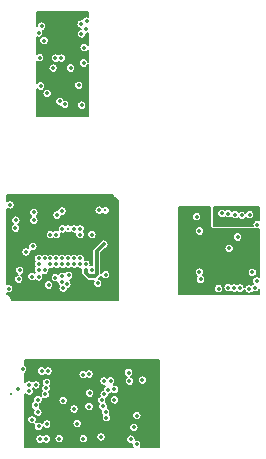
<source format=gbr>
G04 #@! TF.GenerationSoftware,KiCad,Pcbnew,(5.1.5)-3*
G04 #@! TF.CreationDate,2020-06-16T15:30:24-07:00*
G04 #@! TF.ProjectId,Miniscope-v4-Rigid-Flex,4d696e69-7363-46f7-9065-2d76342d5269,rev?*
G04 #@! TF.SameCoordinates,Original*
G04 #@! TF.FileFunction,Copper,L5,Inr*
G04 #@! TF.FilePolarity,Positive*
%FSLAX46Y46*%
G04 Gerber Fmt 4.6, Leading zero omitted, Abs format (unit mm)*
G04 Created by KiCad (PCBNEW (5.1.5)-3) date 2020-06-16 15:30:24*
%MOMM*%
%LPD*%
G04 APERTURE LIST*
%ADD10C,0.350000*%
%ADD11C,0.300000*%
%ADD12C,0.304800*%
%ADD13C,0.152400*%
G04 APERTURE END LIST*
D10*
X102967800Y-98080200D03*
X102459800Y-100213800D03*
X101824800Y-97191200D03*
X101901000Y-99588200D03*
X104441000Y-98072204D03*
X105380800Y-101225400D03*
X108153200Y-125282200D03*
X109423200Y-124571000D03*
X110042800Y-127500000D03*
X109792800Y-128500000D03*
X101833200Y-129476000D03*
X103805272Y-126232072D03*
X104991600Y-128180600D03*
X115450200Y-115976100D03*
X106854008Y-110111800D03*
X110515400Y-124494800D03*
X117238200Y-110373800D03*
X107268800Y-124573800D03*
X107010200Y-129295400D03*
X101734400Y-114680800D03*
X102234400Y-115180800D03*
X103727105Y-115714263D03*
X101172800Y-127850400D03*
X108153200Y-126171200D03*
X102425200Y-128206000D03*
X106234400Y-115180800D03*
X103729800Y-110162600D03*
X105990400Y-126740800D03*
X103803210Y-116715800D03*
X106041200Y-125597800D03*
X117862700Y-113338600D03*
X116963200Y-116749200D03*
X104736800Y-126948400D03*
X102409000Y-124691400D03*
X99774000Y-111621200D03*
X101729600Y-115758600D03*
X104734400Y-111680800D03*
X101734400Y-114180800D03*
X106234400Y-112180800D03*
X100000000Y-125215199D03*
X118588800Y-112378800D03*
D11*
X104234400Y-111680800D03*
D10*
X115109000Y-110653200D03*
X101323400Y-110300400D03*
X105584175Y-96353175D03*
X105330000Y-94355802D03*
X116154800Y-110378800D03*
X110000000Y-123859988D03*
X115349800Y-112877800D03*
X115349800Y-113877800D03*
X101346000Y-128914400D03*
X100123002Y-115199800D03*
X104017600Y-129450600D03*
X104978200Y-125064400D03*
X107253800Y-112992800D03*
X106512389Y-123949248D03*
X108149400Y-129707400D03*
X120188996Y-112380400D03*
X105734400Y-115180800D03*
X101734400Y-115180800D03*
X101323400Y-110960800D03*
X105234400Y-111680800D03*
X114956600Y-116469800D03*
X103234400Y-112180800D03*
X118919000Y-110551600D03*
X120189000Y-116106199D03*
X119604804Y-110492800D03*
X102734400Y-112180800D03*
X115349800Y-115361998D03*
X107412800Y-115572800D03*
X102734400Y-114180800D03*
X118769390Y-116698400D03*
X120039390Y-116673000D03*
X102234400Y-114180800D03*
X119833400Y-115377600D03*
X100656400Y-113642400D03*
X105380800Y-100675400D03*
X105533200Y-99091800D03*
X103454800Y-96327600D03*
X107818800Y-124573800D03*
X106234400Y-112680800D03*
X100910400Y-125441000D03*
X102237800Y-110066210D03*
X102234400Y-112180800D03*
X116688200Y-110378800D03*
X101234400Y-114680800D03*
X105734400Y-111680800D03*
X107235000Y-116487200D03*
X120112800Y-110035600D03*
X99716600Y-112245400D03*
D11*
X107387400Y-110111800D03*
D10*
X115349800Y-111867190D03*
X100377000Y-123548400D03*
X99799400Y-110960800D03*
X99183200Y-116741200D03*
X109343200Y-123853200D03*
D11*
X99386400Y-125699400D03*
D10*
X118360200Y-110475400D03*
X105533200Y-97644000D03*
X105126810Y-99545400D03*
X101977200Y-94533606D03*
X103653600Y-97240200D03*
X102180400Y-95752780D03*
X101723200Y-95092398D03*
X105787200Y-94101800D03*
X101175400Y-115736000D03*
X103734400Y-114680800D03*
X105734400Y-114680800D03*
X103734400Y-111680800D03*
X102358198Y-125199400D03*
X102586800Y-116444400D03*
X103234400Y-114680800D03*
X103145598Y-115826800D03*
X102307400Y-125707400D03*
X103272600Y-110518200D03*
X99310200Y-109654600D03*
X101234400Y-113180800D03*
X105234400Y-112180800D03*
X109542800Y-129500000D03*
X110029000Y-129941200D03*
X103475400Y-129450600D03*
X102383200Y-129476000D03*
X105516200Y-129450600D03*
X101722800Y-128409200D03*
X119533132Y-116770068D03*
X120239800Y-111339000D03*
X102734400Y-114680800D03*
X103153600Y-97240200D03*
X117801400Y-110399200D03*
X102536000Y-123726200D03*
X103234400Y-114180800D03*
X101977200Y-123728999D03*
X103734400Y-114180800D03*
X100046800Y-115953800D03*
X106015800Y-123972200D03*
X104234400Y-114680800D03*
X105507800Y-124023000D03*
X104263192Y-115631600D03*
X107598768Y-125301168D03*
X104234400Y-114180800D03*
X106727000Y-116309400D03*
X107285800Y-125699400D03*
X104734400Y-114680800D03*
X103704402Y-116190400D03*
X101678614Y-126152184D03*
X104734400Y-114180800D03*
X107071800Y-126198400D03*
X105234400Y-114198410D03*
X107412800Y-127198000D03*
X104127250Y-116365400D03*
X107184200Y-126698000D03*
X107477028Y-127667172D03*
X105234400Y-114680800D03*
X101671800Y-127212600D03*
X118284000Y-116698400D03*
X117776000Y-116673004D03*
X101469198Y-126639200D03*
X103526600Y-100899600D03*
X100910400Y-124891000D03*
X105350967Y-95176325D03*
X103933000Y-101153600D03*
X101494600Y-124891000D03*
X105750000Y-94750000D03*
D12*
X106663401Y-115542799D02*
X106498400Y-115707800D01*
X106015800Y-115707800D02*
X105736400Y-115428400D01*
X105736400Y-115182800D02*
X105734400Y-115180800D01*
X105736400Y-115428400D02*
X105736400Y-115182800D01*
X107253800Y-112992800D02*
X107232200Y-112992800D01*
X107232200Y-112992800D02*
X106663401Y-113561599D01*
X106498400Y-115707800D02*
X106015800Y-115707800D01*
X106663401Y-113561599D02*
X106663401Y-115542799D01*
D13*
G36*
X105923800Y-93721528D02*
G01*
X105904926Y-93713710D01*
X105826951Y-93698200D01*
X105747449Y-93698200D01*
X105669474Y-93713710D01*
X105596024Y-93744134D01*
X105529920Y-93788303D01*
X105473703Y-93844520D01*
X105429534Y-93910624D01*
X105409072Y-93960023D01*
X105369751Y-93952202D01*
X105290249Y-93952202D01*
X105212274Y-93967712D01*
X105138824Y-93998136D01*
X105072720Y-94042305D01*
X105016503Y-94098522D01*
X104972334Y-94164626D01*
X104941910Y-94238076D01*
X104926400Y-94316051D01*
X104926400Y-94395553D01*
X104941910Y-94473528D01*
X104972334Y-94546978D01*
X105016503Y-94613082D01*
X105072720Y-94669299D01*
X105138824Y-94713468D01*
X105212274Y-94743892D01*
X105290249Y-94759402D01*
X105346400Y-94759402D01*
X105346400Y-94772725D01*
X105311216Y-94772725D01*
X105233241Y-94788235D01*
X105159791Y-94818659D01*
X105093687Y-94862828D01*
X105037470Y-94919045D01*
X104993301Y-94985149D01*
X104962877Y-95058599D01*
X104947367Y-95136574D01*
X104947367Y-95216076D01*
X104962877Y-95294051D01*
X104993301Y-95367501D01*
X105037470Y-95433605D01*
X105093687Y-95489822D01*
X105159791Y-95533991D01*
X105233241Y-95564415D01*
X105311216Y-95579925D01*
X105390718Y-95579925D01*
X105468693Y-95564415D01*
X105542143Y-95533991D01*
X105608247Y-95489822D01*
X105664464Y-95433605D01*
X105708633Y-95367501D01*
X105739057Y-95294051D01*
X105754567Y-95216076D01*
X105754567Y-95153600D01*
X105789751Y-95153600D01*
X105867726Y-95138090D01*
X105923800Y-95114863D01*
X105923800Y-96134999D01*
X105897672Y-96095895D01*
X105841455Y-96039678D01*
X105775351Y-95995509D01*
X105701901Y-95965085D01*
X105623926Y-95949575D01*
X105544424Y-95949575D01*
X105466449Y-95965085D01*
X105392999Y-95995509D01*
X105326895Y-96039678D01*
X105270678Y-96095895D01*
X105226509Y-96161999D01*
X105196085Y-96235449D01*
X105180575Y-96313424D01*
X105180575Y-96392926D01*
X105196085Y-96470901D01*
X105226509Y-96544351D01*
X105270678Y-96610455D01*
X105326895Y-96666672D01*
X105392999Y-96710841D01*
X105466449Y-96741265D01*
X105544424Y-96756775D01*
X105623926Y-96756775D01*
X105701901Y-96741265D01*
X105775351Y-96710841D01*
X105841455Y-96666672D01*
X105897672Y-96610455D01*
X105923800Y-96571351D01*
X105923800Y-97538893D01*
X105921290Y-97526274D01*
X105890866Y-97452824D01*
X105846697Y-97386720D01*
X105790480Y-97330503D01*
X105724376Y-97286334D01*
X105650926Y-97255910D01*
X105572951Y-97240400D01*
X105493449Y-97240400D01*
X105415474Y-97255910D01*
X105342024Y-97286334D01*
X105275920Y-97330503D01*
X105219703Y-97386720D01*
X105175534Y-97452824D01*
X105145110Y-97526274D01*
X105129600Y-97604249D01*
X105129600Y-97683751D01*
X105145110Y-97761726D01*
X105175534Y-97835176D01*
X105219703Y-97901280D01*
X105275920Y-97957497D01*
X105342024Y-98001666D01*
X105415474Y-98032090D01*
X105493449Y-98047600D01*
X105572951Y-98047600D01*
X105650926Y-98032090D01*
X105724376Y-98001666D01*
X105790480Y-97957497D01*
X105846697Y-97901280D01*
X105890866Y-97835176D01*
X105921290Y-97761726D01*
X105923800Y-97749107D01*
X105923800Y-102173800D01*
X101576200Y-102173800D01*
X101576200Y-100859849D01*
X103123000Y-100859849D01*
X103123000Y-100939351D01*
X103138510Y-101017326D01*
X103168934Y-101090776D01*
X103213103Y-101156880D01*
X103269320Y-101213097D01*
X103335424Y-101257266D01*
X103408874Y-101287690D01*
X103486849Y-101303200D01*
X103558113Y-101303200D01*
X103575334Y-101344776D01*
X103619503Y-101410880D01*
X103675720Y-101467097D01*
X103741824Y-101511266D01*
X103815274Y-101541690D01*
X103893249Y-101557200D01*
X103972751Y-101557200D01*
X104050726Y-101541690D01*
X104124176Y-101511266D01*
X104190280Y-101467097D01*
X104246497Y-101410880D01*
X104290666Y-101344776D01*
X104321090Y-101271326D01*
X104336600Y-101193351D01*
X104336600Y-101185649D01*
X104977200Y-101185649D01*
X104977200Y-101265151D01*
X104992710Y-101343126D01*
X105023134Y-101416576D01*
X105067303Y-101482680D01*
X105123520Y-101538897D01*
X105189624Y-101583066D01*
X105263074Y-101613490D01*
X105341049Y-101629000D01*
X105420551Y-101629000D01*
X105498526Y-101613490D01*
X105571976Y-101583066D01*
X105638080Y-101538897D01*
X105694297Y-101482680D01*
X105738466Y-101416576D01*
X105768890Y-101343126D01*
X105784400Y-101265151D01*
X105784400Y-101185649D01*
X105768890Y-101107674D01*
X105738466Y-101034224D01*
X105694297Y-100968120D01*
X105638080Y-100911903D01*
X105571976Y-100867734D01*
X105498526Y-100837310D01*
X105420551Y-100821800D01*
X105341049Y-100821800D01*
X105263074Y-100837310D01*
X105189624Y-100867734D01*
X105123520Y-100911903D01*
X105067303Y-100968120D01*
X105023134Y-101034224D01*
X104992710Y-101107674D01*
X104977200Y-101185649D01*
X104336600Y-101185649D01*
X104336600Y-101113849D01*
X104321090Y-101035874D01*
X104290666Y-100962424D01*
X104246497Y-100896320D01*
X104190280Y-100840103D01*
X104124176Y-100795934D01*
X104050726Y-100765510D01*
X103972751Y-100750000D01*
X103901487Y-100750000D01*
X103884266Y-100708424D01*
X103840097Y-100642320D01*
X103783880Y-100586103D01*
X103717776Y-100541934D01*
X103644326Y-100511510D01*
X103566351Y-100496000D01*
X103486849Y-100496000D01*
X103408874Y-100511510D01*
X103335424Y-100541934D01*
X103269320Y-100586103D01*
X103213103Y-100642320D01*
X103168934Y-100708424D01*
X103138510Y-100781874D01*
X103123000Y-100859849D01*
X101576200Y-100859849D01*
X101576200Y-100174049D01*
X102056200Y-100174049D01*
X102056200Y-100253551D01*
X102071710Y-100331526D01*
X102102134Y-100404976D01*
X102146303Y-100471080D01*
X102202520Y-100527297D01*
X102268624Y-100571466D01*
X102342074Y-100601890D01*
X102420049Y-100617400D01*
X102499551Y-100617400D01*
X102577526Y-100601890D01*
X102650976Y-100571466D01*
X102717080Y-100527297D01*
X102773297Y-100471080D01*
X102817466Y-100404976D01*
X102847890Y-100331526D01*
X102863400Y-100253551D01*
X102863400Y-100174049D01*
X102847890Y-100096074D01*
X102817466Y-100022624D01*
X102773297Y-99956520D01*
X102717080Y-99900303D01*
X102650976Y-99856134D01*
X102577526Y-99825710D01*
X102499551Y-99810200D01*
X102420049Y-99810200D01*
X102342074Y-99825710D01*
X102268624Y-99856134D01*
X102202520Y-99900303D01*
X102146303Y-99956520D01*
X102102134Y-100022624D01*
X102071710Y-100096074D01*
X102056200Y-100174049D01*
X101576200Y-100174049D01*
X101576200Y-99828564D01*
X101587503Y-99845480D01*
X101643720Y-99901697D01*
X101709824Y-99945866D01*
X101783274Y-99976290D01*
X101861249Y-99991800D01*
X101940751Y-99991800D01*
X102018726Y-99976290D01*
X102092176Y-99945866D01*
X102158280Y-99901697D01*
X102214497Y-99845480D01*
X102258666Y-99779376D01*
X102289090Y-99705926D01*
X102304600Y-99627951D01*
X102304600Y-99548449D01*
X102296087Y-99505649D01*
X104723210Y-99505649D01*
X104723210Y-99585151D01*
X104738720Y-99663126D01*
X104769144Y-99736576D01*
X104813313Y-99802680D01*
X104869530Y-99858897D01*
X104935634Y-99903066D01*
X105009084Y-99933490D01*
X105087059Y-99949000D01*
X105166561Y-99949000D01*
X105244536Y-99933490D01*
X105317986Y-99903066D01*
X105384090Y-99858897D01*
X105440307Y-99802680D01*
X105484476Y-99736576D01*
X105514900Y-99663126D01*
X105530410Y-99585151D01*
X105530410Y-99505649D01*
X105514900Y-99427674D01*
X105484476Y-99354224D01*
X105440307Y-99288120D01*
X105384090Y-99231903D01*
X105317986Y-99187734D01*
X105244536Y-99157310D01*
X105166561Y-99141800D01*
X105087059Y-99141800D01*
X105009084Y-99157310D01*
X104935634Y-99187734D01*
X104869530Y-99231903D01*
X104813313Y-99288120D01*
X104769144Y-99354224D01*
X104738720Y-99427674D01*
X104723210Y-99505649D01*
X102296087Y-99505649D01*
X102289090Y-99470474D01*
X102258666Y-99397024D01*
X102214497Y-99330920D01*
X102158280Y-99274703D01*
X102092176Y-99230534D01*
X102018726Y-99200110D01*
X101940751Y-99184600D01*
X101861249Y-99184600D01*
X101783274Y-99200110D01*
X101709824Y-99230534D01*
X101643720Y-99274703D01*
X101587503Y-99330920D01*
X101576200Y-99347836D01*
X101576200Y-98040449D01*
X102564200Y-98040449D01*
X102564200Y-98119951D01*
X102579710Y-98197926D01*
X102610134Y-98271376D01*
X102654303Y-98337480D01*
X102710520Y-98393697D01*
X102776624Y-98437866D01*
X102850074Y-98468290D01*
X102928049Y-98483800D01*
X103007551Y-98483800D01*
X103085526Y-98468290D01*
X103158976Y-98437866D01*
X103225080Y-98393697D01*
X103281297Y-98337480D01*
X103325466Y-98271376D01*
X103355890Y-98197926D01*
X103371400Y-98119951D01*
X103371400Y-98040449D01*
X103369810Y-98032453D01*
X104037400Y-98032453D01*
X104037400Y-98111955D01*
X104052910Y-98189930D01*
X104083334Y-98263380D01*
X104127503Y-98329484D01*
X104183720Y-98385701D01*
X104249824Y-98429870D01*
X104323274Y-98460294D01*
X104401249Y-98475804D01*
X104480751Y-98475804D01*
X104558726Y-98460294D01*
X104632176Y-98429870D01*
X104698280Y-98385701D01*
X104754497Y-98329484D01*
X104798666Y-98263380D01*
X104829090Y-98189930D01*
X104844600Y-98111955D01*
X104844600Y-98032453D01*
X104829090Y-97954478D01*
X104798666Y-97881028D01*
X104754497Y-97814924D01*
X104698280Y-97758707D01*
X104632176Y-97714538D01*
X104558726Y-97684114D01*
X104480751Y-97668604D01*
X104401249Y-97668604D01*
X104323274Y-97684114D01*
X104249824Y-97714538D01*
X104183720Y-97758707D01*
X104127503Y-97814924D01*
X104083334Y-97881028D01*
X104052910Y-97954478D01*
X104037400Y-98032453D01*
X103369810Y-98032453D01*
X103355890Y-97962474D01*
X103325466Y-97889024D01*
X103281297Y-97822920D01*
X103225080Y-97766703D01*
X103158976Y-97722534D01*
X103085526Y-97692110D01*
X103007551Y-97676600D01*
X102928049Y-97676600D01*
X102850074Y-97692110D01*
X102776624Y-97722534D01*
X102710520Y-97766703D01*
X102654303Y-97822920D01*
X102610134Y-97889024D01*
X102579710Y-97962474D01*
X102564200Y-98040449D01*
X101576200Y-98040449D01*
X101576200Y-97510497D01*
X101633624Y-97548866D01*
X101707074Y-97579290D01*
X101785049Y-97594800D01*
X101864551Y-97594800D01*
X101942526Y-97579290D01*
X102015976Y-97548866D01*
X102082080Y-97504697D01*
X102138297Y-97448480D01*
X102182466Y-97382376D01*
X102212890Y-97308926D01*
X102228400Y-97230951D01*
X102228400Y-97200449D01*
X102750000Y-97200449D01*
X102750000Y-97279951D01*
X102765510Y-97357926D01*
X102795934Y-97431376D01*
X102840103Y-97497480D01*
X102896320Y-97553697D01*
X102962424Y-97597866D01*
X103035874Y-97628290D01*
X103113849Y-97643800D01*
X103193351Y-97643800D01*
X103271326Y-97628290D01*
X103344776Y-97597866D01*
X103403600Y-97558561D01*
X103462424Y-97597866D01*
X103535874Y-97628290D01*
X103613849Y-97643800D01*
X103693351Y-97643800D01*
X103771326Y-97628290D01*
X103844776Y-97597866D01*
X103910880Y-97553697D01*
X103967097Y-97497480D01*
X104011266Y-97431376D01*
X104041690Y-97357926D01*
X104057200Y-97279951D01*
X104057200Y-97200449D01*
X104041690Y-97122474D01*
X104011266Y-97049024D01*
X103967097Y-96982920D01*
X103910880Y-96926703D01*
X103844776Y-96882534D01*
X103771326Y-96852110D01*
X103693351Y-96836600D01*
X103613849Y-96836600D01*
X103535874Y-96852110D01*
X103462424Y-96882534D01*
X103403600Y-96921839D01*
X103344776Y-96882534D01*
X103271326Y-96852110D01*
X103193351Y-96836600D01*
X103113849Y-96836600D01*
X103035874Y-96852110D01*
X102962424Y-96882534D01*
X102896320Y-96926703D01*
X102840103Y-96982920D01*
X102795934Y-97049024D01*
X102765510Y-97122474D01*
X102750000Y-97200449D01*
X102228400Y-97200449D01*
X102228400Y-97151449D01*
X102212890Y-97073474D01*
X102182466Y-97000024D01*
X102138297Y-96933920D01*
X102082080Y-96877703D01*
X102015976Y-96833534D01*
X101942526Y-96803110D01*
X101864551Y-96787600D01*
X101785049Y-96787600D01*
X101707074Y-96803110D01*
X101633624Y-96833534D01*
X101576200Y-96871903D01*
X101576200Y-95468362D01*
X101605474Y-95480488D01*
X101683449Y-95495998D01*
X101762951Y-95495998D01*
X101840926Y-95480488D01*
X101910899Y-95451504D01*
X101866903Y-95495500D01*
X101822734Y-95561604D01*
X101792310Y-95635054D01*
X101776800Y-95713029D01*
X101776800Y-95792531D01*
X101792310Y-95870506D01*
X101822734Y-95943956D01*
X101866903Y-96010060D01*
X101923120Y-96066277D01*
X101989224Y-96110446D01*
X102062674Y-96140870D01*
X102140649Y-96156380D01*
X102220151Y-96156380D01*
X102298126Y-96140870D01*
X102371576Y-96110446D01*
X102437680Y-96066277D01*
X102493897Y-96010060D01*
X102538066Y-95943956D01*
X102568490Y-95870506D01*
X102584000Y-95792531D01*
X102584000Y-95713029D01*
X102568490Y-95635054D01*
X102538066Y-95561604D01*
X102493897Y-95495500D01*
X102437680Y-95439283D01*
X102371576Y-95395114D01*
X102298126Y-95364690D01*
X102220151Y-95349180D01*
X102140649Y-95349180D01*
X102062674Y-95364690D01*
X101992701Y-95393674D01*
X102036697Y-95349678D01*
X102080866Y-95283574D01*
X102111290Y-95210124D01*
X102126800Y-95132149D01*
X102126800Y-95052647D01*
X102111290Y-94974672D01*
X102089771Y-94922721D01*
X102094926Y-94921696D01*
X102168376Y-94891272D01*
X102234480Y-94847103D01*
X102290697Y-94790886D01*
X102334866Y-94724782D01*
X102365290Y-94651332D01*
X102380800Y-94573357D01*
X102380800Y-94493855D01*
X102365290Y-94415880D01*
X102334866Y-94342430D01*
X102290697Y-94276326D01*
X102234480Y-94220109D01*
X102168376Y-94175940D01*
X102094926Y-94145516D01*
X102016951Y-94130006D01*
X101937449Y-94130006D01*
X101859474Y-94145516D01*
X101786024Y-94175940D01*
X101719920Y-94220109D01*
X101663703Y-94276326D01*
X101619534Y-94342430D01*
X101589110Y-94415880D01*
X101576200Y-94480784D01*
X101576200Y-93326200D01*
X105923800Y-93326200D01*
X105923800Y-93721528D01*
G37*
X105923800Y-93721528D02*
X105904926Y-93713710D01*
X105826951Y-93698200D01*
X105747449Y-93698200D01*
X105669474Y-93713710D01*
X105596024Y-93744134D01*
X105529920Y-93788303D01*
X105473703Y-93844520D01*
X105429534Y-93910624D01*
X105409072Y-93960023D01*
X105369751Y-93952202D01*
X105290249Y-93952202D01*
X105212274Y-93967712D01*
X105138824Y-93998136D01*
X105072720Y-94042305D01*
X105016503Y-94098522D01*
X104972334Y-94164626D01*
X104941910Y-94238076D01*
X104926400Y-94316051D01*
X104926400Y-94395553D01*
X104941910Y-94473528D01*
X104972334Y-94546978D01*
X105016503Y-94613082D01*
X105072720Y-94669299D01*
X105138824Y-94713468D01*
X105212274Y-94743892D01*
X105290249Y-94759402D01*
X105346400Y-94759402D01*
X105346400Y-94772725D01*
X105311216Y-94772725D01*
X105233241Y-94788235D01*
X105159791Y-94818659D01*
X105093687Y-94862828D01*
X105037470Y-94919045D01*
X104993301Y-94985149D01*
X104962877Y-95058599D01*
X104947367Y-95136574D01*
X104947367Y-95216076D01*
X104962877Y-95294051D01*
X104993301Y-95367501D01*
X105037470Y-95433605D01*
X105093687Y-95489822D01*
X105159791Y-95533991D01*
X105233241Y-95564415D01*
X105311216Y-95579925D01*
X105390718Y-95579925D01*
X105468693Y-95564415D01*
X105542143Y-95533991D01*
X105608247Y-95489822D01*
X105664464Y-95433605D01*
X105708633Y-95367501D01*
X105739057Y-95294051D01*
X105754567Y-95216076D01*
X105754567Y-95153600D01*
X105789751Y-95153600D01*
X105867726Y-95138090D01*
X105923800Y-95114863D01*
X105923800Y-96134999D01*
X105897672Y-96095895D01*
X105841455Y-96039678D01*
X105775351Y-95995509D01*
X105701901Y-95965085D01*
X105623926Y-95949575D01*
X105544424Y-95949575D01*
X105466449Y-95965085D01*
X105392999Y-95995509D01*
X105326895Y-96039678D01*
X105270678Y-96095895D01*
X105226509Y-96161999D01*
X105196085Y-96235449D01*
X105180575Y-96313424D01*
X105180575Y-96392926D01*
X105196085Y-96470901D01*
X105226509Y-96544351D01*
X105270678Y-96610455D01*
X105326895Y-96666672D01*
X105392999Y-96710841D01*
X105466449Y-96741265D01*
X105544424Y-96756775D01*
X105623926Y-96756775D01*
X105701901Y-96741265D01*
X105775351Y-96710841D01*
X105841455Y-96666672D01*
X105897672Y-96610455D01*
X105923800Y-96571351D01*
X105923800Y-97538893D01*
X105921290Y-97526274D01*
X105890866Y-97452824D01*
X105846697Y-97386720D01*
X105790480Y-97330503D01*
X105724376Y-97286334D01*
X105650926Y-97255910D01*
X105572951Y-97240400D01*
X105493449Y-97240400D01*
X105415474Y-97255910D01*
X105342024Y-97286334D01*
X105275920Y-97330503D01*
X105219703Y-97386720D01*
X105175534Y-97452824D01*
X105145110Y-97526274D01*
X105129600Y-97604249D01*
X105129600Y-97683751D01*
X105145110Y-97761726D01*
X105175534Y-97835176D01*
X105219703Y-97901280D01*
X105275920Y-97957497D01*
X105342024Y-98001666D01*
X105415474Y-98032090D01*
X105493449Y-98047600D01*
X105572951Y-98047600D01*
X105650926Y-98032090D01*
X105724376Y-98001666D01*
X105790480Y-97957497D01*
X105846697Y-97901280D01*
X105890866Y-97835176D01*
X105921290Y-97761726D01*
X105923800Y-97749107D01*
X105923800Y-102173800D01*
X101576200Y-102173800D01*
X101576200Y-100859849D01*
X103123000Y-100859849D01*
X103123000Y-100939351D01*
X103138510Y-101017326D01*
X103168934Y-101090776D01*
X103213103Y-101156880D01*
X103269320Y-101213097D01*
X103335424Y-101257266D01*
X103408874Y-101287690D01*
X103486849Y-101303200D01*
X103558113Y-101303200D01*
X103575334Y-101344776D01*
X103619503Y-101410880D01*
X103675720Y-101467097D01*
X103741824Y-101511266D01*
X103815274Y-101541690D01*
X103893249Y-101557200D01*
X103972751Y-101557200D01*
X104050726Y-101541690D01*
X104124176Y-101511266D01*
X104190280Y-101467097D01*
X104246497Y-101410880D01*
X104290666Y-101344776D01*
X104321090Y-101271326D01*
X104336600Y-101193351D01*
X104336600Y-101185649D01*
X104977200Y-101185649D01*
X104977200Y-101265151D01*
X104992710Y-101343126D01*
X105023134Y-101416576D01*
X105067303Y-101482680D01*
X105123520Y-101538897D01*
X105189624Y-101583066D01*
X105263074Y-101613490D01*
X105341049Y-101629000D01*
X105420551Y-101629000D01*
X105498526Y-101613490D01*
X105571976Y-101583066D01*
X105638080Y-101538897D01*
X105694297Y-101482680D01*
X105738466Y-101416576D01*
X105768890Y-101343126D01*
X105784400Y-101265151D01*
X105784400Y-101185649D01*
X105768890Y-101107674D01*
X105738466Y-101034224D01*
X105694297Y-100968120D01*
X105638080Y-100911903D01*
X105571976Y-100867734D01*
X105498526Y-100837310D01*
X105420551Y-100821800D01*
X105341049Y-100821800D01*
X105263074Y-100837310D01*
X105189624Y-100867734D01*
X105123520Y-100911903D01*
X105067303Y-100968120D01*
X105023134Y-101034224D01*
X104992710Y-101107674D01*
X104977200Y-101185649D01*
X104336600Y-101185649D01*
X104336600Y-101113849D01*
X104321090Y-101035874D01*
X104290666Y-100962424D01*
X104246497Y-100896320D01*
X104190280Y-100840103D01*
X104124176Y-100795934D01*
X104050726Y-100765510D01*
X103972751Y-100750000D01*
X103901487Y-100750000D01*
X103884266Y-100708424D01*
X103840097Y-100642320D01*
X103783880Y-100586103D01*
X103717776Y-100541934D01*
X103644326Y-100511510D01*
X103566351Y-100496000D01*
X103486849Y-100496000D01*
X103408874Y-100511510D01*
X103335424Y-100541934D01*
X103269320Y-100586103D01*
X103213103Y-100642320D01*
X103168934Y-100708424D01*
X103138510Y-100781874D01*
X103123000Y-100859849D01*
X101576200Y-100859849D01*
X101576200Y-100174049D01*
X102056200Y-100174049D01*
X102056200Y-100253551D01*
X102071710Y-100331526D01*
X102102134Y-100404976D01*
X102146303Y-100471080D01*
X102202520Y-100527297D01*
X102268624Y-100571466D01*
X102342074Y-100601890D01*
X102420049Y-100617400D01*
X102499551Y-100617400D01*
X102577526Y-100601890D01*
X102650976Y-100571466D01*
X102717080Y-100527297D01*
X102773297Y-100471080D01*
X102817466Y-100404976D01*
X102847890Y-100331526D01*
X102863400Y-100253551D01*
X102863400Y-100174049D01*
X102847890Y-100096074D01*
X102817466Y-100022624D01*
X102773297Y-99956520D01*
X102717080Y-99900303D01*
X102650976Y-99856134D01*
X102577526Y-99825710D01*
X102499551Y-99810200D01*
X102420049Y-99810200D01*
X102342074Y-99825710D01*
X102268624Y-99856134D01*
X102202520Y-99900303D01*
X102146303Y-99956520D01*
X102102134Y-100022624D01*
X102071710Y-100096074D01*
X102056200Y-100174049D01*
X101576200Y-100174049D01*
X101576200Y-99828564D01*
X101587503Y-99845480D01*
X101643720Y-99901697D01*
X101709824Y-99945866D01*
X101783274Y-99976290D01*
X101861249Y-99991800D01*
X101940751Y-99991800D01*
X102018726Y-99976290D01*
X102092176Y-99945866D01*
X102158280Y-99901697D01*
X102214497Y-99845480D01*
X102258666Y-99779376D01*
X102289090Y-99705926D01*
X102304600Y-99627951D01*
X102304600Y-99548449D01*
X102296087Y-99505649D01*
X104723210Y-99505649D01*
X104723210Y-99585151D01*
X104738720Y-99663126D01*
X104769144Y-99736576D01*
X104813313Y-99802680D01*
X104869530Y-99858897D01*
X104935634Y-99903066D01*
X105009084Y-99933490D01*
X105087059Y-99949000D01*
X105166561Y-99949000D01*
X105244536Y-99933490D01*
X105317986Y-99903066D01*
X105384090Y-99858897D01*
X105440307Y-99802680D01*
X105484476Y-99736576D01*
X105514900Y-99663126D01*
X105530410Y-99585151D01*
X105530410Y-99505649D01*
X105514900Y-99427674D01*
X105484476Y-99354224D01*
X105440307Y-99288120D01*
X105384090Y-99231903D01*
X105317986Y-99187734D01*
X105244536Y-99157310D01*
X105166561Y-99141800D01*
X105087059Y-99141800D01*
X105009084Y-99157310D01*
X104935634Y-99187734D01*
X104869530Y-99231903D01*
X104813313Y-99288120D01*
X104769144Y-99354224D01*
X104738720Y-99427674D01*
X104723210Y-99505649D01*
X102296087Y-99505649D01*
X102289090Y-99470474D01*
X102258666Y-99397024D01*
X102214497Y-99330920D01*
X102158280Y-99274703D01*
X102092176Y-99230534D01*
X102018726Y-99200110D01*
X101940751Y-99184600D01*
X101861249Y-99184600D01*
X101783274Y-99200110D01*
X101709824Y-99230534D01*
X101643720Y-99274703D01*
X101587503Y-99330920D01*
X101576200Y-99347836D01*
X101576200Y-98040449D01*
X102564200Y-98040449D01*
X102564200Y-98119951D01*
X102579710Y-98197926D01*
X102610134Y-98271376D01*
X102654303Y-98337480D01*
X102710520Y-98393697D01*
X102776624Y-98437866D01*
X102850074Y-98468290D01*
X102928049Y-98483800D01*
X103007551Y-98483800D01*
X103085526Y-98468290D01*
X103158976Y-98437866D01*
X103225080Y-98393697D01*
X103281297Y-98337480D01*
X103325466Y-98271376D01*
X103355890Y-98197926D01*
X103371400Y-98119951D01*
X103371400Y-98040449D01*
X103369810Y-98032453D01*
X104037400Y-98032453D01*
X104037400Y-98111955D01*
X104052910Y-98189930D01*
X104083334Y-98263380D01*
X104127503Y-98329484D01*
X104183720Y-98385701D01*
X104249824Y-98429870D01*
X104323274Y-98460294D01*
X104401249Y-98475804D01*
X104480751Y-98475804D01*
X104558726Y-98460294D01*
X104632176Y-98429870D01*
X104698280Y-98385701D01*
X104754497Y-98329484D01*
X104798666Y-98263380D01*
X104829090Y-98189930D01*
X104844600Y-98111955D01*
X104844600Y-98032453D01*
X104829090Y-97954478D01*
X104798666Y-97881028D01*
X104754497Y-97814924D01*
X104698280Y-97758707D01*
X104632176Y-97714538D01*
X104558726Y-97684114D01*
X104480751Y-97668604D01*
X104401249Y-97668604D01*
X104323274Y-97684114D01*
X104249824Y-97714538D01*
X104183720Y-97758707D01*
X104127503Y-97814924D01*
X104083334Y-97881028D01*
X104052910Y-97954478D01*
X104037400Y-98032453D01*
X103369810Y-98032453D01*
X103355890Y-97962474D01*
X103325466Y-97889024D01*
X103281297Y-97822920D01*
X103225080Y-97766703D01*
X103158976Y-97722534D01*
X103085526Y-97692110D01*
X103007551Y-97676600D01*
X102928049Y-97676600D01*
X102850074Y-97692110D01*
X102776624Y-97722534D01*
X102710520Y-97766703D01*
X102654303Y-97822920D01*
X102610134Y-97889024D01*
X102579710Y-97962474D01*
X102564200Y-98040449D01*
X101576200Y-98040449D01*
X101576200Y-97510497D01*
X101633624Y-97548866D01*
X101707074Y-97579290D01*
X101785049Y-97594800D01*
X101864551Y-97594800D01*
X101942526Y-97579290D01*
X102015976Y-97548866D01*
X102082080Y-97504697D01*
X102138297Y-97448480D01*
X102182466Y-97382376D01*
X102212890Y-97308926D01*
X102228400Y-97230951D01*
X102228400Y-97200449D01*
X102750000Y-97200449D01*
X102750000Y-97279951D01*
X102765510Y-97357926D01*
X102795934Y-97431376D01*
X102840103Y-97497480D01*
X102896320Y-97553697D01*
X102962424Y-97597866D01*
X103035874Y-97628290D01*
X103113849Y-97643800D01*
X103193351Y-97643800D01*
X103271326Y-97628290D01*
X103344776Y-97597866D01*
X103403600Y-97558561D01*
X103462424Y-97597866D01*
X103535874Y-97628290D01*
X103613849Y-97643800D01*
X103693351Y-97643800D01*
X103771326Y-97628290D01*
X103844776Y-97597866D01*
X103910880Y-97553697D01*
X103967097Y-97497480D01*
X104011266Y-97431376D01*
X104041690Y-97357926D01*
X104057200Y-97279951D01*
X104057200Y-97200449D01*
X104041690Y-97122474D01*
X104011266Y-97049024D01*
X103967097Y-96982920D01*
X103910880Y-96926703D01*
X103844776Y-96882534D01*
X103771326Y-96852110D01*
X103693351Y-96836600D01*
X103613849Y-96836600D01*
X103535874Y-96852110D01*
X103462424Y-96882534D01*
X103403600Y-96921839D01*
X103344776Y-96882534D01*
X103271326Y-96852110D01*
X103193351Y-96836600D01*
X103113849Y-96836600D01*
X103035874Y-96852110D01*
X102962424Y-96882534D01*
X102896320Y-96926703D01*
X102840103Y-96982920D01*
X102795934Y-97049024D01*
X102765510Y-97122474D01*
X102750000Y-97200449D01*
X102228400Y-97200449D01*
X102228400Y-97151449D01*
X102212890Y-97073474D01*
X102182466Y-97000024D01*
X102138297Y-96933920D01*
X102082080Y-96877703D01*
X102015976Y-96833534D01*
X101942526Y-96803110D01*
X101864551Y-96787600D01*
X101785049Y-96787600D01*
X101707074Y-96803110D01*
X101633624Y-96833534D01*
X101576200Y-96871903D01*
X101576200Y-95468362D01*
X101605474Y-95480488D01*
X101683449Y-95495998D01*
X101762951Y-95495998D01*
X101840926Y-95480488D01*
X101910899Y-95451504D01*
X101866903Y-95495500D01*
X101822734Y-95561604D01*
X101792310Y-95635054D01*
X101776800Y-95713029D01*
X101776800Y-95792531D01*
X101792310Y-95870506D01*
X101822734Y-95943956D01*
X101866903Y-96010060D01*
X101923120Y-96066277D01*
X101989224Y-96110446D01*
X102062674Y-96140870D01*
X102140649Y-96156380D01*
X102220151Y-96156380D01*
X102298126Y-96140870D01*
X102371576Y-96110446D01*
X102437680Y-96066277D01*
X102493897Y-96010060D01*
X102538066Y-95943956D01*
X102568490Y-95870506D01*
X102584000Y-95792531D01*
X102584000Y-95713029D01*
X102568490Y-95635054D01*
X102538066Y-95561604D01*
X102493897Y-95495500D01*
X102437680Y-95439283D01*
X102371576Y-95395114D01*
X102298126Y-95364690D01*
X102220151Y-95349180D01*
X102140649Y-95349180D01*
X102062674Y-95364690D01*
X101992701Y-95393674D01*
X102036697Y-95349678D01*
X102080866Y-95283574D01*
X102111290Y-95210124D01*
X102126800Y-95132149D01*
X102126800Y-95052647D01*
X102111290Y-94974672D01*
X102089771Y-94922721D01*
X102094926Y-94921696D01*
X102168376Y-94891272D01*
X102234480Y-94847103D01*
X102290697Y-94790886D01*
X102334866Y-94724782D01*
X102365290Y-94651332D01*
X102380800Y-94573357D01*
X102380800Y-94493855D01*
X102365290Y-94415880D01*
X102334866Y-94342430D01*
X102290697Y-94276326D01*
X102234480Y-94220109D01*
X102168376Y-94175940D01*
X102094926Y-94145516D01*
X102016951Y-94130006D01*
X101937449Y-94130006D01*
X101859474Y-94145516D01*
X101786024Y-94175940D01*
X101719920Y-94220109D01*
X101663703Y-94276326D01*
X101619534Y-94342430D01*
X101589110Y-94415880D01*
X101576200Y-94480784D01*
X101576200Y-93326200D01*
X105923800Y-93326200D01*
X105923800Y-93721528D01*
G36*
X111923800Y-130173800D02*
G01*
X110358988Y-130173800D01*
X110386666Y-130132376D01*
X110417090Y-130058926D01*
X110432600Y-129980951D01*
X110432600Y-129901449D01*
X110417090Y-129823474D01*
X110386666Y-129750024D01*
X110342497Y-129683920D01*
X110286280Y-129627703D01*
X110220176Y-129583534D01*
X110146726Y-129553110D01*
X110068751Y-129537600D01*
X109989249Y-129537600D01*
X109945080Y-129546386D01*
X109946400Y-129539751D01*
X109946400Y-129460249D01*
X109930890Y-129382274D01*
X109900466Y-129308824D01*
X109856297Y-129242720D01*
X109800080Y-129186503D01*
X109733976Y-129142334D01*
X109660526Y-129111910D01*
X109582551Y-129096400D01*
X109503049Y-129096400D01*
X109425074Y-129111910D01*
X109351624Y-129142334D01*
X109285520Y-129186503D01*
X109229303Y-129242720D01*
X109185134Y-129308824D01*
X109154710Y-129382274D01*
X109139200Y-129460249D01*
X109139200Y-129539751D01*
X109154710Y-129617726D01*
X109185134Y-129691176D01*
X109229303Y-129757280D01*
X109285520Y-129813497D01*
X109351624Y-129857666D01*
X109425074Y-129888090D01*
X109503049Y-129903600D01*
X109582551Y-129903600D01*
X109626720Y-129894814D01*
X109625400Y-129901449D01*
X109625400Y-129980951D01*
X109640910Y-130058926D01*
X109671334Y-130132376D01*
X109699012Y-130173800D01*
X100576200Y-130173800D01*
X100576200Y-129436249D01*
X101429600Y-129436249D01*
X101429600Y-129515751D01*
X101445110Y-129593726D01*
X101475534Y-129667176D01*
X101519703Y-129733280D01*
X101575920Y-129789497D01*
X101642024Y-129833666D01*
X101715474Y-129864090D01*
X101793449Y-129879600D01*
X101872951Y-129879600D01*
X101950926Y-129864090D01*
X102024376Y-129833666D01*
X102090480Y-129789497D01*
X102108200Y-129771777D01*
X102125920Y-129789497D01*
X102192024Y-129833666D01*
X102265474Y-129864090D01*
X102343449Y-129879600D01*
X102422951Y-129879600D01*
X102500926Y-129864090D01*
X102574376Y-129833666D01*
X102640480Y-129789497D01*
X102696697Y-129733280D01*
X102740866Y-129667176D01*
X102771290Y-129593726D01*
X102786800Y-129515751D01*
X102786800Y-129436249D01*
X102781748Y-129410849D01*
X103071800Y-129410849D01*
X103071800Y-129490351D01*
X103087310Y-129568326D01*
X103117734Y-129641776D01*
X103161903Y-129707880D01*
X103218120Y-129764097D01*
X103284224Y-129808266D01*
X103357674Y-129838690D01*
X103435649Y-129854200D01*
X103515151Y-129854200D01*
X103593126Y-129838690D01*
X103666576Y-129808266D01*
X103732680Y-129764097D01*
X103788897Y-129707880D01*
X103833066Y-129641776D01*
X103863490Y-129568326D01*
X103879000Y-129490351D01*
X103879000Y-129410849D01*
X105112600Y-129410849D01*
X105112600Y-129490351D01*
X105128110Y-129568326D01*
X105158534Y-129641776D01*
X105202703Y-129707880D01*
X105258920Y-129764097D01*
X105325024Y-129808266D01*
X105398474Y-129838690D01*
X105476449Y-129854200D01*
X105555951Y-129854200D01*
X105633926Y-129838690D01*
X105707376Y-129808266D01*
X105773480Y-129764097D01*
X105829697Y-129707880D01*
X105873866Y-129641776D01*
X105904290Y-129568326D01*
X105919800Y-129490351D01*
X105919800Y-129410849D01*
X105904290Y-129332874D01*
X105873866Y-129259424D01*
X105871344Y-129255649D01*
X106606600Y-129255649D01*
X106606600Y-129335151D01*
X106622110Y-129413126D01*
X106652534Y-129486576D01*
X106696703Y-129552680D01*
X106752920Y-129608897D01*
X106819024Y-129653066D01*
X106892474Y-129683490D01*
X106970449Y-129699000D01*
X107049951Y-129699000D01*
X107127926Y-129683490D01*
X107201376Y-129653066D01*
X107267480Y-129608897D01*
X107323697Y-129552680D01*
X107367866Y-129486576D01*
X107398290Y-129413126D01*
X107413800Y-129335151D01*
X107413800Y-129255649D01*
X107398290Y-129177674D01*
X107367866Y-129104224D01*
X107323697Y-129038120D01*
X107267480Y-128981903D01*
X107201376Y-128937734D01*
X107127926Y-128907310D01*
X107049951Y-128891800D01*
X106970449Y-128891800D01*
X106892474Y-128907310D01*
X106819024Y-128937734D01*
X106752920Y-128981903D01*
X106696703Y-129038120D01*
X106652534Y-129104224D01*
X106622110Y-129177674D01*
X106606600Y-129255649D01*
X105871344Y-129255649D01*
X105829697Y-129193320D01*
X105773480Y-129137103D01*
X105707376Y-129092934D01*
X105633926Y-129062510D01*
X105555951Y-129047000D01*
X105476449Y-129047000D01*
X105398474Y-129062510D01*
X105325024Y-129092934D01*
X105258920Y-129137103D01*
X105202703Y-129193320D01*
X105158534Y-129259424D01*
X105128110Y-129332874D01*
X105112600Y-129410849D01*
X103879000Y-129410849D01*
X103863490Y-129332874D01*
X103833066Y-129259424D01*
X103788897Y-129193320D01*
X103732680Y-129137103D01*
X103666576Y-129092934D01*
X103593126Y-129062510D01*
X103515151Y-129047000D01*
X103435649Y-129047000D01*
X103357674Y-129062510D01*
X103284224Y-129092934D01*
X103218120Y-129137103D01*
X103161903Y-129193320D01*
X103117734Y-129259424D01*
X103087310Y-129332874D01*
X103071800Y-129410849D01*
X102781748Y-129410849D01*
X102771290Y-129358274D01*
X102740866Y-129284824D01*
X102696697Y-129218720D01*
X102640480Y-129162503D01*
X102574376Y-129118334D01*
X102500926Y-129087910D01*
X102422951Y-129072400D01*
X102343449Y-129072400D01*
X102265474Y-129087910D01*
X102192024Y-129118334D01*
X102125920Y-129162503D01*
X102108200Y-129180223D01*
X102090480Y-129162503D01*
X102024376Y-129118334D01*
X101950926Y-129087910D01*
X101872951Y-129072400D01*
X101793449Y-129072400D01*
X101715474Y-129087910D01*
X101642024Y-129118334D01*
X101575920Y-129162503D01*
X101519703Y-129218720D01*
X101475534Y-129284824D01*
X101445110Y-129358274D01*
X101429600Y-129436249D01*
X100576200Y-129436249D01*
X100576200Y-127810649D01*
X100769200Y-127810649D01*
X100769200Y-127890151D01*
X100784710Y-127968126D01*
X100815134Y-128041576D01*
X100859303Y-128107680D01*
X100915520Y-128163897D01*
X100981624Y-128208066D01*
X101055074Y-128238490D01*
X101133049Y-128254000D01*
X101212551Y-128254000D01*
X101290526Y-128238490D01*
X101363976Y-128208066D01*
X101378088Y-128198637D01*
X101365134Y-128218024D01*
X101334710Y-128291474D01*
X101319200Y-128369449D01*
X101319200Y-128448951D01*
X101334710Y-128526926D01*
X101365134Y-128600376D01*
X101409303Y-128666480D01*
X101465520Y-128722697D01*
X101531624Y-128766866D01*
X101605074Y-128797290D01*
X101683049Y-128812800D01*
X101762551Y-128812800D01*
X101840526Y-128797290D01*
X101913976Y-128766866D01*
X101980080Y-128722697D01*
X102036297Y-128666480D01*
X102080466Y-128600376D01*
X102110890Y-128526926D01*
X102121584Y-128473161D01*
X102167920Y-128519497D01*
X102234024Y-128563666D01*
X102307474Y-128594090D01*
X102385449Y-128609600D01*
X102464951Y-128609600D01*
X102542926Y-128594090D01*
X102616376Y-128563666D01*
X102682480Y-128519497D01*
X102738697Y-128463280D01*
X102782866Y-128397176D01*
X102813290Y-128323726D01*
X102828800Y-128245751D01*
X102828800Y-128166249D01*
X102823748Y-128140849D01*
X104588000Y-128140849D01*
X104588000Y-128220351D01*
X104603510Y-128298326D01*
X104633934Y-128371776D01*
X104678103Y-128437880D01*
X104734320Y-128494097D01*
X104800424Y-128538266D01*
X104873874Y-128568690D01*
X104951849Y-128584200D01*
X105031351Y-128584200D01*
X105109326Y-128568690D01*
X105182776Y-128538266D01*
X105248880Y-128494097D01*
X105282728Y-128460249D01*
X109389200Y-128460249D01*
X109389200Y-128539751D01*
X109404710Y-128617726D01*
X109435134Y-128691176D01*
X109479303Y-128757280D01*
X109535520Y-128813497D01*
X109601624Y-128857666D01*
X109675074Y-128888090D01*
X109753049Y-128903600D01*
X109832551Y-128903600D01*
X109910526Y-128888090D01*
X109983976Y-128857666D01*
X110050080Y-128813497D01*
X110106297Y-128757280D01*
X110150466Y-128691176D01*
X110180890Y-128617726D01*
X110196400Y-128539751D01*
X110196400Y-128460249D01*
X110180890Y-128382274D01*
X110150466Y-128308824D01*
X110106297Y-128242720D01*
X110050080Y-128186503D01*
X109983976Y-128142334D01*
X109910526Y-128111910D01*
X109832551Y-128096400D01*
X109753049Y-128096400D01*
X109675074Y-128111910D01*
X109601624Y-128142334D01*
X109535520Y-128186503D01*
X109479303Y-128242720D01*
X109435134Y-128308824D01*
X109404710Y-128382274D01*
X109389200Y-128460249D01*
X105282728Y-128460249D01*
X105305097Y-128437880D01*
X105349266Y-128371776D01*
X105379690Y-128298326D01*
X105395200Y-128220351D01*
X105395200Y-128140849D01*
X105379690Y-128062874D01*
X105349266Y-127989424D01*
X105305097Y-127923320D01*
X105248880Y-127867103D01*
X105182776Y-127822934D01*
X105109326Y-127792510D01*
X105031351Y-127777000D01*
X104951849Y-127777000D01*
X104873874Y-127792510D01*
X104800424Y-127822934D01*
X104734320Y-127867103D01*
X104678103Y-127923320D01*
X104633934Y-127989424D01*
X104603510Y-128062874D01*
X104588000Y-128140849D01*
X102823748Y-128140849D01*
X102813290Y-128088274D01*
X102782866Y-128014824D01*
X102738697Y-127948720D01*
X102682480Y-127892503D01*
X102616376Y-127848334D01*
X102542926Y-127817910D01*
X102464951Y-127802400D01*
X102385449Y-127802400D01*
X102307474Y-127817910D01*
X102234024Y-127848334D01*
X102167920Y-127892503D01*
X102111703Y-127948720D01*
X102067534Y-128014824D01*
X102037110Y-128088274D01*
X102026416Y-128142039D01*
X101980080Y-128095703D01*
X101913976Y-128051534D01*
X101840526Y-128021110D01*
X101762551Y-128005600D01*
X101683049Y-128005600D01*
X101605074Y-128021110D01*
X101531624Y-128051534D01*
X101517512Y-128060963D01*
X101530466Y-128041576D01*
X101560890Y-127968126D01*
X101576400Y-127890151D01*
X101576400Y-127810649D01*
X101560890Y-127732674D01*
X101530466Y-127659224D01*
X101486297Y-127593120D01*
X101430080Y-127536903D01*
X101363976Y-127492734D01*
X101290526Y-127462310D01*
X101212551Y-127446800D01*
X101133049Y-127446800D01*
X101055074Y-127462310D01*
X100981624Y-127492734D01*
X100915520Y-127536903D01*
X100859303Y-127593120D01*
X100815134Y-127659224D01*
X100784710Y-127732674D01*
X100769200Y-127810649D01*
X100576200Y-127810649D01*
X100576200Y-126599449D01*
X101065598Y-126599449D01*
X101065598Y-126678951D01*
X101081108Y-126756926D01*
X101111532Y-126830376D01*
X101155701Y-126896480D01*
X101211918Y-126952697D01*
X101278022Y-126996866D01*
X101319158Y-127013905D01*
X101314134Y-127021424D01*
X101283710Y-127094874D01*
X101268200Y-127172849D01*
X101268200Y-127252351D01*
X101283710Y-127330326D01*
X101314134Y-127403776D01*
X101358303Y-127469880D01*
X101414520Y-127526097D01*
X101480624Y-127570266D01*
X101554074Y-127600690D01*
X101632049Y-127616200D01*
X101711551Y-127616200D01*
X101789526Y-127600690D01*
X101862976Y-127570266D01*
X101929080Y-127526097D01*
X101985297Y-127469880D01*
X102029466Y-127403776D01*
X102059890Y-127330326D01*
X102075400Y-127252351D01*
X102075400Y-127172849D01*
X102059890Y-127094874D01*
X102029466Y-127021424D01*
X101985297Y-126955320D01*
X101938626Y-126908649D01*
X104333200Y-126908649D01*
X104333200Y-126988151D01*
X104348710Y-127066126D01*
X104379134Y-127139576D01*
X104423303Y-127205680D01*
X104479520Y-127261897D01*
X104545624Y-127306066D01*
X104619074Y-127336490D01*
X104697049Y-127352000D01*
X104776551Y-127352000D01*
X104854526Y-127336490D01*
X104927976Y-127306066D01*
X104994080Y-127261897D01*
X105050297Y-127205680D01*
X105094466Y-127139576D01*
X105124890Y-127066126D01*
X105140400Y-126988151D01*
X105140400Y-126908649D01*
X105124890Y-126830674D01*
X105094466Y-126757224D01*
X105056932Y-126701049D01*
X105586800Y-126701049D01*
X105586800Y-126780551D01*
X105602310Y-126858526D01*
X105632734Y-126931976D01*
X105676903Y-126998080D01*
X105733120Y-127054297D01*
X105799224Y-127098466D01*
X105872674Y-127128890D01*
X105950649Y-127144400D01*
X106030151Y-127144400D01*
X106108126Y-127128890D01*
X106181576Y-127098466D01*
X106247680Y-127054297D01*
X106303897Y-126998080D01*
X106348066Y-126931976D01*
X106378490Y-126858526D01*
X106394000Y-126780551D01*
X106394000Y-126701049D01*
X106378490Y-126623074D01*
X106348066Y-126549624D01*
X106303897Y-126483520D01*
X106247680Y-126427303D01*
X106181576Y-126383134D01*
X106108126Y-126352710D01*
X106030151Y-126337200D01*
X105950649Y-126337200D01*
X105872674Y-126352710D01*
X105799224Y-126383134D01*
X105733120Y-126427303D01*
X105676903Y-126483520D01*
X105632734Y-126549624D01*
X105602310Y-126623074D01*
X105586800Y-126701049D01*
X105056932Y-126701049D01*
X105050297Y-126691120D01*
X104994080Y-126634903D01*
X104927976Y-126590734D01*
X104854526Y-126560310D01*
X104776551Y-126544800D01*
X104697049Y-126544800D01*
X104619074Y-126560310D01*
X104545624Y-126590734D01*
X104479520Y-126634903D01*
X104423303Y-126691120D01*
X104379134Y-126757224D01*
X104348710Y-126830674D01*
X104333200Y-126908649D01*
X101938626Y-126908649D01*
X101929080Y-126899103D01*
X101862976Y-126854934D01*
X101821840Y-126837895D01*
X101826864Y-126830376D01*
X101857288Y-126756926D01*
X101872798Y-126678951D01*
X101872798Y-126599449D01*
X101857288Y-126521474D01*
X101855009Y-126515972D01*
X101869790Y-126509850D01*
X101935894Y-126465681D01*
X101992111Y-126409464D01*
X102036280Y-126343360D01*
X102066704Y-126269910D01*
X102082137Y-126192321D01*
X103401672Y-126192321D01*
X103401672Y-126271823D01*
X103417182Y-126349798D01*
X103447606Y-126423248D01*
X103491775Y-126489352D01*
X103547992Y-126545569D01*
X103614096Y-126589738D01*
X103687546Y-126620162D01*
X103765521Y-126635672D01*
X103845023Y-126635672D01*
X103922998Y-126620162D01*
X103996448Y-126589738D01*
X104062552Y-126545569D01*
X104118769Y-126489352D01*
X104162938Y-126423248D01*
X104193362Y-126349798D01*
X104208872Y-126271823D01*
X104208872Y-126192321D01*
X104202175Y-126158649D01*
X106668200Y-126158649D01*
X106668200Y-126238151D01*
X106683710Y-126316126D01*
X106714134Y-126389576D01*
X106758303Y-126455680D01*
X106814520Y-126511897D01*
X106822284Y-126517085D01*
X106796110Y-126580274D01*
X106780600Y-126658249D01*
X106780600Y-126737751D01*
X106796110Y-126815726D01*
X106826534Y-126889176D01*
X106870703Y-126955280D01*
X106926920Y-127011497D01*
X106993024Y-127055666D01*
X107028770Y-127070472D01*
X107024710Y-127080274D01*
X107009200Y-127158249D01*
X107009200Y-127237751D01*
X107024710Y-127315726D01*
X107055134Y-127389176D01*
X107099303Y-127455280D01*
X107119625Y-127475602D01*
X107119362Y-127475996D01*
X107088938Y-127549446D01*
X107073428Y-127627421D01*
X107073428Y-127706923D01*
X107088938Y-127784898D01*
X107119362Y-127858348D01*
X107163531Y-127924452D01*
X107219748Y-127980669D01*
X107285852Y-128024838D01*
X107359302Y-128055262D01*
X107437277Y-128070772D01*
X107516779Y-128070772D01*
X107594754Y-128055262D01*
X107668204Y-128024838D01*
X107734308Y-127980669D01*
X107790525Y-127924452D01*
X107834694Y-127858348D01*
X107865118Y-127784898D01*
X107880628Y-127706923D01*
X107880628Y-127627421D01*
X107865118Y-127549446D01*
X107834694Y-127475996D01*
X107824173Y-127460249D01*
X109639200Y-127460249D01*
X109639200Y-127539751D01*
X109654710Y-127617726D01*
X109685134Y-127691176D01*
X109729303Y-127757280D01*
X109785520Y-127813497D01*
X109851624Y-127857666D01*
X109925074Y-127888090D01*
X110003049Y-127903600D01*
X110082551Y-127903600D01*
X110160526Y-127888090D01*
X110233976Y-127857666D01*
X110300080Y-127813497D01*
X110356297Y-127757280D01*
X110400466Y-127691176D01*
X110430890Y-127617726D01*
X110446400Y-127539751D01*
X110446400Y-127460249D01*
X110430890Y-127382274D01*
X110400466Y-127308824D01*
X110356297Y-127242720D01*
X110300080Y-127186503D01*
X110233976Y-127142334D01*
X110160526Y-127111910D01*
X110082551Y-127096400D01*
X110003049Y-127096400D01*
X109925074Y-127111910D01*
X109851624Y-127142334D01*
X109785520Y-127186503D01*
X109729303Y-127242720D01*
X109685134Y-127308824D01*
X109654710Y-127382274D01*
X109639200Y-127460249D01*
X107824173Y-127460249D01*
X107790525Y-127409892D01*
X107770203Y-127389570D01*
X107770466Y-127389176D01*
X107800890Y-127315726D01*
X107816400Y-127237751D01*
X107816400Y-127158249D01*
X107800890Y-127080274D01*
X107770466Y-127006824D01*
X107726297Y-126940720D01*
X107670080Y-126884503D01*
X107603976Y-126840334D01*
X107568230Y-126825528D01*
X107572290Y-126815726D01*
X107587800Y-126737751D01*
X107587800Y-126658249D01*
X107572290Y-126580274D01*
X107541866Y-126506824D01*
X107497697Y-126440720D01*
X107441480Y-126384503D01*
X107433716Y-126379315D01*
X107459890Y-126316126D01*
X107475400Y-126238151D01*
X107475400Y-126158649D01*
X107469990Y-126131449D01*
X107749600Y-126131449D01*
X107749600Y-126210951D01*
X107765110Y-126288926D01*
X107795534Y-126362376D01*
X107839703Y-126428480D01*
X107895920Y-126484697D01*
X107962024Y-126528866D01*
X108035474Y-126559290D01*
X108113449Y-126574800D01*
X108192951Y-126574800D01*
X108270926Y-126559290D01*
X108344376Y-126528866D01*
X108410480Y-126484697D01*
X108466697Y-126428480D01*
X108510866Y-126362376D01*
X108541290Y-126288926D01*
X108556800Y-126210951D01*
X108556800Y-126131449D01*
X108541290Y-126053474D01*
X108510866Y-125980024D01*
X108466697Y-125913920D01*
X108410480Y-125857703D01*
X108344376Y-125813534D01*
X108270926Y-125783110D01*
X108192951Y-125767600D01*
X108113449Y-125767600D01*
X108035474Y-125783110D01*
X107962024Y-125813534D01*
X107895920Y-125857703D01*
X107839703Y-125913920D01*
X107795534Y-125980024D01*
X107765110Y-126053474D01*
X107749600Y-126131449D01*
X107469990Y-126131449D01*
X107459890Y-126080674D01*
X107454045Y-126066564D01*
X107476976Y-126057066D01*
X107543080Y-126012897D01*
X107599297Y-125956680D01*
X107643466Y-125890576D01*
X107673890Y-125817126D01*
X107689400Y-125739151D01*
X107689400Y-125694647D01*
X107716494Y-125689258D01*
X107789944Y-125658834D01*
X107856048Y-125614665D01*
X107885468Y-125585245D01*
X107895920Y-125595697D01*
X107962024Y-125639866D01*
X108035474Y-125670290D01*
X108113449Y-125685800D01*
X108192951Y-125685800D01*
X108270926Y-125670290D01*
X108344376Y-125639866D01*
X108410480Y-125595697D01*
X108466697Y-125539480D01*
X108510866Y-125473376D01*
X108541290Y-125399926D01*
X108556800Y-125321951D01*
X108556800Y-125242449D01*
X108541290Y-125164474D01*
X108510866Y-125091024D01*
X108466697Y-125024920D01*
X108410480Y-124968703D01*
X108344376Y-124924534D01*
X108270926Y-124894110D01*
X108192951Y-124878600D01*
X108113449Y-124878600D01*
X108077658Y-124885719D01*
X108132297Y-124831080D01*
X108176466Y-124764976D01*
X108206890Y-124691526D01*
X108222400Y-124613551D01*
X108222400Y-124534049D01*
X108206890Y-124456074D01*
X108176466Y-124382624D01*
X108132297Y-124316520D01*
X108076080Y-124260303D01*
X108009976Y-124216134D01*
X107936526Y-124185710D01*
X107858551Y-124170200D01*
X107779049Y-124170200D01*
X107701074Y-124185710D01*
X107627624Y-124216134D01*
X107561520Y-124260303D01*
X107543800Y-124278023D01*
X107526080Y-124260303D01*
X107459976Y-124216134D01*
X107386526Y-124185710D01*
X107308551Y-124170200D01*
X107229049Y-124170200D01*
X107151074Y-124185710D01*
X107077624Y-124216134D01*
X107011520Y-124260303D01*
X106955303Y-124316520D01*
X106911134Y-124382624D01*
X106880710Y-124456074D01*
X106865200Y-124534049D01*
X106865200Y-124613551D01*
X106880710Y-124691526D01*
X106911134Y-124764976D01*
X106955303Y-124831080D01*
X107011520Y-124887297D01*
X107077624Y-124931466D01*
X107151074Y-124961890D01*
X107229049Y-124977400D01*
X107308551Y-124977400D01*
X107377337Y-124963718D01*
X107341488Y-124987671D01*
X107285271Y-125043888D01*
X107241102Y-125109992D01*
X107210678Y-125183442D01*
X107195168Y-125261417D01*
X107195168Y-125305921D01*
X107168074Y-125311310D01*
X107094624Y-125341734D01*
X107028520Y-125385903D01*
X106972303Y-125442120D01*
X106928134Y-125508224D01*
X106897710Y-125581674D01*
X106882200Y-125659649D01*
X106882200Y-125739151D01*
X106897710Y-125817126D01*
X106903555Y-125831236D01*
X106880624Y-125840734D01*
X106814520Y-125884903D01*
X106758303Y-125941120D01*
X106714134Y-126007224D01*
X106683710Y-126080674D01*
X106668200Y-126158649D01*
X104202175Y-126158649D01*
X104193362Y-126114346D01*
X104162938Y-126040896D01*
X104118769Y-125974792D01*
X104062552Y-125918575D01*
X103996448Y-125874406D01*
X103922998Y-125843982D01*
X103845023Y-125828472D01*
X103765521Y-125828472D01*
X103687546Y-125843982D01*
X103614096Y-125874406D01*
X103547992Y-125918575D01*
X103491775Y-125974792D01*
X103447606Y-126040896D01*
X103417182Y-126114346D01*
X103401672Y-126192321D01*
X102082137Y-126192321D01*
X102082214Y-126191935D01*
X102082214Y-126112433D01*
X102066704Y-126034458D01*
X102065284Y-126031029D01*
X102116224Y-126065066D01*
X102189674Y-126095490D01*
X102267649Y-126111000D01*
X102347151Y-126111000D01*
X102425126Y-126095490D01*
X102498576Y-126065066D01*
X102564680Y-126020897D01*
X102620897Y-125964680D01*
X102665066Y-125898576D01*
X102695490Y-125825126D01*
X102711000Y-125747151D01*
X102711000Y-125667649D01*
X102695490Y-125589674D01*
X102682391Y-125558049D01*
X105637600Y-125558049D01*
X105637600Y-125637551D01*
X105653110Y-125715526D01*
X105683534Y-125788976D01*
X105727703Y-125855080D01*
X105783920Y-125911297D01*
X105850024Y-125955466D01*
X105923474Y-125985890D01*
X106001449Y-126001400D01*
X106080951Y-126001400D01*
X106158926Y-125985890D01*
X106232376Y-125955466D01*
X106298480Y-125911297D01*
X106354697Y-125855080D01*
X106398866Y-125788976D01*
X106429290Y-125715526D01*
X106444800Y-125637551D01*
X106444800Y-125558049D01*
X106429290Y-125480074D01*
X106398866Y-125406624D01*
X106354697Y-125340520D01*
X106298480Y-125284303D01*
X106232376Y-125240134D01*
X106158926Y-125209710D01*
X106080951Y-125194200D01*
X106001449Y-125194200D01*
X105923474Y-125209710D01*
X105850024Y-125240134D01*
X105783920Y-125284303D01*
X105727703Y-125340520D01*
X105683534Y-125406624D01*
X105653110Y-125480074D01*
X105637600Y-125558049D01*
X102682391Y-125558049D01*
X102665066Y-125516224D01*
X102643871Y-125484504D01*
X102671695Y-125456680D01*
X102715864Y-125390576D01*
X102746288Y-125317126D01*
X102761798Y-125239151D01*
X102761798Y-125159649D01*
X102746288Y-125081674D01*
X102715864Y-125008224D01*
X102694671Y-124976506D01*
X102722497Y-124948680D01*
X102766666Y-124882576D01*
X102797090Y-124809126D01*
X102812600Y-124731151D01*
X102812600Y-124651649D01*
X102797090Y-124573674D01*
X102766666Y-124500224D01*
X102722497Y-124434120D01*
X102666280Y-124377903D01*
X102600176Y-124333734D01*
X102526726Y-124303310D01*
X102448751Y-124287800D01*
X102369249Y-124287800D01*
X102291274Y-124303310D01*
X102217824Y-124333734D01*
X102151720Y-124377903D01*
X102095503Y-124434120D01*
X102051334Y-124500224D01*
X102020910Y-124573674D01*
X102005400Y-124651649D01*
X102005400Y-124731151D01*
X102020910Y-124809126D01*
X102051334Y-124882576D01*
X102072527Y-124914294D01*
X102044701Y-124942120D01*
X102000532Y-125008224D01*
X101970108Y-125081674D01*
X101954598Y-125159649D01*
X101954598Y-125239151D01*
X101970108Y-125317126D01*
X102000532Y-125390576D01*
X102021727Y-125422296D01*
X101993903Y-125450120D01*
X101949734Y-125516224D01*
X101919310Y-125589674D01*
X101903800Y-125667649D01*
X101903800Y-125747151D01*
X101919310Y-125825126D01*
X101920730Y-125828555D01*
X101869790Y-125794518D01*
X101796340Y-125764094D01*
X101718365Y-125748584D01*
X101638863Y-125748584D01*
X101560888Y-125764094D01*
X101487438Y-125794518D01*
X101421334Y-125838687D01*
X101365117Y-125894904D01*
X101320948Y-125961008D01*
X101290524Y-126034458D01*
X101275014Y-126112433D01*
X101275014Y-126191935D01*
X101290524Y-126269910D01*
X101292803Y-126275412D01*
X101278022Y-126281534D01*
X101211918Y-126325703D01*
X101155701Y-126381920D01*
X101111532Y-126448024D01*
X101081108Y-126521474D01*
X101065598Y-126599449D01*
X100576200Y-126599449D01*
X100576200Y-125667296D01*
X100596903Y-125698280D01*
X100653120Y-125754497D01*
X100719224Y-125798666D01*
X100792674Y-125829090D01*
X100870649Y-125844600D01*
X100950151Y-125844600D01*
X101028126Y-125829090D01*
X101101576Y-125798666D01*
X101167680Y-125754497D01*
X101223897Y-125698280D01*
X101268066Y-125632176D01*
X101298490Y-125558726D01*
X101314000Y-125480751D01*
X101314000Y-125401249D01*
X101298490Y-125323274D01*
X101268066Y-125249824D01*
X101238150Y-125205052D01*
X101303424Y-125248666D01*
X101376874Y-125279090D01*
X101454849Y-125294600D01*
X101534351Y-125294600D01*
X101612326Y-125279090D01*
X101685776Y-125248666D01*
X101751880Y-125204497D01*
X101808097Y-125148280D01*
X101852266Y-125082176D01*
X101882690Y-125008726D01*
X101898200Y-124930751D01*
X101898200Y-124851249D01*
X101882690Y-124773274D01*
X101852266Y-124699824D01*
X101808097Y-124633720D01*
X101751880Y-124577503D01*
X101685776Y-124533334D01*
X101612326Y-124502910D01*
X101534351Y-124487400D01*
X101454849Y-124487400D01*
X101376874Y-124502910D01*
X101303424Y-124533334D01*
X101237320Y-124577503D01*
X101202500Y-124612323D01*
X101167680Y-124577503D01*
X101101576Y-124533334D01*
X101028126Y-124502910D01*
X100950151Y-124487400D01*
X100870649Y-124487400D01*
X100792674Y-124502910D01*
X100719224Y-124533334D01*
X100653120Y-124577503D01*
X100596903Y-124633720D01*
X100576200Y-124664704D01*
X100576200Y-123900705D01*
X100634280Y-123861897D01*
X100690497Y-123805680D01*
X100734666Y-123739576D01*
X100755512Y-123689248D01*
X101573600Y-123689248D01*
X101573600Y-123768750D01*
X101589110Y-123846725D01*
X101619534Y-123920175D01*
X101663703Y-123986279D01*
X101719920Y-124042496D01*
X101786024Y-124086665D01*
X101859474Y-124117089D01*
X101937449Y-124132599D01*
X102016951Y-124132599D01*
X102094926Y-124117089D01*
X102168376Y-124086665D01*
X102234480Y-124042496D01*
X102258000Y-124018977D01*
X102278720Y-124039697D01*
X102344824Y-124083866D01*
X102418274Y-124114290D01*
X102496249Y-124129800D01*
X102575751Y-124129800D01*
X102653726Y-124114290D01*
X102727176Y-124083866D01*
X102793280Y-124039697D01*
X102849497Y-123983480D01*
X102849651Y-123983249D01*
X105104200Y-123983249D01*
X105104200Y-124062751D01*
X105119710Y-124140726D01*
X105150134Y-124214176D01*
X105194303Y-124280280D01*
X105250520Y-124336497D01*
X105316624Y-124380666D01*
X105390074Y-124411090D01*
X105468049Y-124426600D01*
X105547551Y-124426600D01*
X105625526Y-124411090D01*
X105698976Y-124380666D01*
X105765080Y-124336497D01*
X105792905Y-124308672D01*
X105824624Y-124329866D01*
X105898074Y-124360290D01*
X105976049Y-124375800D01*
X106055551Y-124375800D01*
X106133526Y-124360290D01*
X106206976Y-124329866D01*
X106273080Y-124285697D01*
X106329297Y-124229480D01*
X106373466Y-124163376D01*
X106403890Y-124089926D01*
X106419400Y-124011951D01*
X106419400Y-123932449D01*
X106403890Y-123854474D01*
X106386897Y-123813449D01*
X108939600Y-123813449D01*
X108939600Y-123892951D01*
X108955110Y-123970926D01*
X108985534Y-124044376D01*
X109029703Y-124110480D01*
X109085920Y-124166697D01*
X109152024Y-124210866D01*
X109203689Y-124232266D01*
X109165920Y-124257503D01*
X109109703Y-124313720D01*
X109065534Y-124379824D01*
X109035110Y-124453274D01*
X109019600Y-124531249D01*
X109019600Y-124610751D01*
X109035110Y-124688726D01*
X109065534Y-124762176D01*
X109109703Y-124828280D01*
X109165920Y-124884497D01*
X109232024Y-124928666D01*
X109305474Y-124959090D01*
X109383449Y-124974600D01*
X109462951Y-124974600D01*
X109540926Y-124959090D01*
X109614376Y-124928666D01*
X109680480Y-124884497D01*
X109736697Y-124828280D01*
X109780866Y-124762176D01*
X109811290Y-124688726D01*
X109826800Y-124610751D01*
X109826800Y-124531249D01*
X109811644Y-124455049D01*
X110111800Y-124455049D01*
X110111800Y-124534551D01*
X110127310Y-124612526D01*
X110157734Y-124685976D01*
X110201903Y-124752080D01*
X110258120Y-124808297D01*
X110324224Y-124852466D01*
X110397674Y-124882890D01*
X110475649Y-124898400D01*
X110555151Y-124898400D01*
X110633126Y-124882890D01*
X110706576Y-124852466D01*
X110772680Y-124808297D01*
X110828897Y-124752080D01*
X110873066Y-124685976D01*
X110903490Y-124612526D01*
X110919000Y-124534551D01*
X110919000Y-124455049D01*
X110903490Y-124377074D01*
X110873066Y-124303624D01*
X110828897Y-124237520D01*
X110772680Y-124181303D01*
X110706576Y-124137134D01*
X110633126Y-124106710D01*
X110555151Y-124091200D01*
X110475649Y-124091200D01*
X110397674Y-124106710D01*
X110324224Y-124137134D01*
X110258120Y-124181303D01*
X110201903Y-124237520D01*
X110157734Y-124303624D01*
X110127310Y-124377074D01*
X110111800Y-124455049D01*
X109811644Y-124455049D01*
X109811290Y-124453274D01*
X109780866Y-124379824D01*
X109736697Y-124313720D01*
X109680480Y-124257503D01*
X109614376Y-124213334D01*
X109562711Y-124191934D01*
X109600480Y-124166697D01*
X109656697Y-124110480D01*
X109700866Y-124044376D01*
X109731290Y-123970926D01*
X109746800Y-123892951D01*
X109746800Y-123813449D01*
X109731290Y-123735474D01*
X109700866Y-123662024D01*
X109656697Y-123595920D01*
X109600480Y-123539703D01*
X109534376Y-123495534D01*
X109460926Y-123465110D01*
X109382951Y-123449600D01*
X109303449Y-123449600D01*
X109225474Y-123465110D01*
X109152024Y-123495534D01*
X109085920Y-123539703D01*
X109029703Y-123595920D01*
X108985534Y-123662024D01*
X108955110Y-123735474D01*
X108939600Y-123813449D01*
X106386897Y-123813449D01*
X106373466Y-123781024D01*
X106329297Y-123714920D01*
X106273080Y-123658703D01*
X106206976Y-123614534D01*
X106133526Y-123584110D01*
X106055551Y-123568600D01*
X105976049Y-123568600D01*
X105898074Y-123584110D01*
X105824624Y-123614534D01*
X105758520Y-123658703D01*
X105730695Y-123686528D01*
X105698976Y-123665334D01*
X105625526Y-123634910D01*
X105547551Y-123619400D01*
X105468049Y-123619400D01*
X105390074Y-123634910D01*
X105316624Y-123665334D01*
X105250520Y-123709503D01*
X105194303Y-123765720D01*
X105150134Y-123831824D01*
X105119710Y-123905274D01*
X105104200Y-123983249D01*
X102849651Y-123983249D01*
X102893666Y-123917376D01*
X102924090Y-123843926D01*
X102939600Y-123765951D01*
X102939600Y-123686449D01*
X102924090Y-123608474D01*
X102893666Y-123535024D01*
X102849497Y-123468920D01*
X102793280Y-123412703D01*
X102727176Y-123368534D01*
X102653726Y-123338110D01*
X102575751Y-123322600D01*
X102496249Y-123322600D01*
X102418274Y-123338110D01*
X102344824Y-123368534D01*
X102278720Y-123412703D01*
X102255201Y-123436223D01*
X102234480Y-123415502D01*
X102168376Y-123371333D01*
X102094926Y-123340909D01*
X102016951Y-123325399D01*
X101937449Y-123325399D01*
X101859474Y-123340909D01*
X101786024Y-123371333D01*
X101719920Y-123415502D01*
X101663703Y-123471719D01*
X101619534Y-123537823D01*
X101589110Y-123611273D01*
X101573600Y-123689248D01*
X100755512Y-123689248D01*
X100765090Y-123666126D01*
X100780600Y-123588151D01*
X100780600Y-123508649D01*
X100765090Y-123430674D01*
X100734666Y-123357224D01*
X100690497Y-123291120D01*
X100634280Y-123234903D01*
X100576200Y-123196095D01*
X100576200Y-122826200D01*
X111923800Y-122826200D01*
X111923800Y-130173800D01*
G37*
X111923800Y-130173800D02*
X110358988Y-130173800D01*
X110386666Y-130132376D01*
X110417090Y-130058926D01*
X110432600Y-129980951D01*
X110432600Y-129901449D01*
X110417090Y-129823474D01*
X110386666Y-129750024D01*
X110342497Y-129683920D01*
X110286280Y-129627703D01*
X110220176Y-129583534D01*
X110146726Y-129553110D01*
X110068751Y-129537600D01*
X109989249Y-129537600D01*
X109945080Y-129546386D01*
X109946400Y-129539751D01*
X109946400Y-129460249D01*
X109930890Y-129382274D01*
X109900466Y-129308824D01*
X109856297Y-129242720D01*
X109800080Y-129186503D01*
X109733976Y-129142334D01*
X109660526Y-129111910D01*
X109582551Y-129096400D01*
X109503049Y-129096400D01*
X109425074Y-129111910D01*
X109351624Y-129142334D01*
X109285520Y-129186503D01*
X109229303Y-129242720D01*
X109185134Y-129308824D01*
X109154710Y-129382274D01*
X109139200Y-129460249D01*
X109139200Y-129539751D01*
X109154710Y-129617726D01*
X109185134Y-129691176D01*
X109229303Y-129757280D01*
X109285520Y-129813497D01*
X109351624Y-129857666D01*
X109425074Y-129888090D01*
X109503049Y-129903600D01*
X109582551Y-129903600D01*
X109626720Y-129894814D01*
X109625400Y-129901449D01*
X109625400Y-129980951D01*
X109640910Y-130058926D01*
X109671334Y-130132376D01*
X109699012Y-130173800D01*
X100576200Y-130173800D01*
X100576200Y-129436249D01*
X101429600Y-129436249D01*
X101429600Y-129515751D01*
X101445110Y-129593726D01*
X101475534Y-129667176D01*
X101519703Y-129733280D01*
X101575920Y-129789497D01*
X101642024Y-129833666D01*
X101715474Y-129864090D01*
X101793449Y-129879600D01*
X101872951Y-129879600D01*
X101950926Y-129864090D01*
X102024376Y-129833666D01*
X102090480Y-129789497D01*
X102108200Y-129771777D01*
X102125920Y-129789497D01*
X102192024Y-129833666D01*
X102265474Y-129864090D01*
X102343449Y-129879600D01*
X102422951Y-129879600D01*
X102500926Y-129864090D01*
X102574376Y-129833666D01*
X102640480Y-129789497D01*
X102696697Y-129733280D01*
X102740866Y-129667176D01*
X102771290Y-129593726D01*
X102786800Y-129515751D01*
X102786800Y-129436249D01*
X102781748Y-129410849D01*
X103071800Y-129410849D01*
X103071800Y-129490351D01*
X103087310Y-129568326D01*
X103117734Y-129641776D01*
X103161903Y-129707880D01*
X103218120Y-129764097D01*
X103284224Y-129808266D01*
X103357674Y-129838690D01*
X103435649Y-129854200D01*
X103515151Y-129854200D01*
X103593126Y-129838690D01*
X103666576Y-129808266D01*
X103732680Y-129764097D01*
X103788897Y-129707880D01*
X103833066Y-129641776D01*
X103863490Y-129568326D01*
X103879000Y-129490351D01*
X103879000Y-129410849D01*
X105112600Y-129410849D01*
X105112600Y-129490351D01*
X105128110Y-129568326D01*
X105158534Y-129641776D01*
X105202703Y-129707880D01*
X105258920Y-129764097D01*
X105325024Y-129808266D01*
X105398474Y-129838690D01*
X105476449Y-129854200D01*
X105555951Y-129854200D01*
X105633926Y-129838690D01*
X105707376Y-129808266D01*
X105773480Y-129764097D01*
X105829697Y-129707880D01*
X105873866Y-129641776D01*
X105904290Y-129568326D01*
X105919800Y-129490351D01*
X105919800Y-129410849D01*
X105904290Y-129332874D01*
X105873866Y-129259424D01*
X105871344Y-129255649D01*
X106606600Y-129255649D01*
X106606600Y-129335151D01*
X106622110Y-129413126D01*
X106652534Y-129486576D01*
X106696703Y-129552680D01*
X106752920Y-129608897D01*
X106819024Y-129653066D01*
X106892474Y-129683490D01*
X106970449Y-129699000D01*
X107049951Y-129699000D01*
X107127926Y-129683490D01*
X107201376Y-129653066D01*
X107267480Y-129608897D01*
X107323697Y-129552680D01*
X107367866Y-129486576D01*
X107398290Y-129413126D01*
X107413800Y-129335151D01*
X107413800Y-129255649D01*
X107398290Y-129177674D01*
X107367866Y-129104224D01*
X107323697Y-129038120D01*
X107267480Y-128981903D01*
X107201376Y-128937734D01*
X107127926Y-128907310D01*
X107049951Y-128891800D01*
X106970449Y-128891800D01*
X106892474Y-128907310D01*
X106819024Y-128937734D01*
X106752920Y-128981903D01*
X106696703Y-129038120D01*
X106652534Y-129104224D01*
X106622110Y-129177674D01*
X106606600Y-129255649D01*
X105871344Y-129255649D01*
X105829697Y-129193320D01*
X105773480Y-129137103D01*
X105707376Y-129092934D01*
X105633926Y-129062510D01*
X105555951Y-129047000D01*
X105476449Y-129047000D01*
X105398474Y-129062510D01*
X105325024Y-129092934D01*
X105258920Y-129137103D01*
X105202703Y-129193320D01*
X105158534Y-129259424D01*
X105128110Y-129332874D01*
X105112600Y-129410849D01*
X103879000Y-129410849D01*
X103863490Y-129332874D01*
X103833066Y-129259424D01*
X103788897Y-129193320D01*
X103732680Y-129137103D01*
X103666576Y-129092934D01*
X103593126Y-129062510D01*
X103515151Y-129047000D01*
X103435649Y-129047000D01*
X103357674Y-129062510D01*
X103284224Y-129092934D01*
X103218120Y-129137103D01*
X103161903Y-129193320D01*
X103117734Y-129259424D01*
X103087310Y-129332874D01*
X103071800Y-129410849D01*
X102781748Y-129410849D01*
X102771290Y-129358274D01*
X102740866Y-129284824D01*
X102696697Y-129218720D01*
X102640480Y-129162503D01*
X102574376Y-129118334D01*
X102500926Y-129087910D01*
X102422951Y-129072400D01*
X102343449Y-129072400D01*
X102265474Y-129087910D01*
X102192024Y-129118334D01*
X102125920Y-129162503D01*
X102108200Y-129180223D01*
X102090480Y-129162503D01*
X102024376Y-129118334D01*
X101950926Y-129087910D01*
X101872951Y-129072400D01*
X101793449Y-129072400D01*
X101715474Y-129087910D01*
X101642024Y-129118334D01*
X101575920Y-129162503D01*
X101519703Y-129218720D01*
X101475534Y-129284824D01*
X101445110Y-129358274D01*
X101429600Y-129436249D01*
X100576200Y-129436249D01*
X100576200Y-127810649D01*
X100769200Y-127810649D01*
X100769200Y-127890151D01*
X100784710Y-127968126D01*
X100815134Y-128041576D01*
X100859303Y-128107680D01*
X100915520Y-128163897D01*
X100981624Y-128208066D01*
X101055074Y-128238490D01*
X101133049Y-128254000D01*
X101212551Y-128254000D01*
X101290526Y-128238490D01*
X101363976Y-128208066D01*
X101378088Y-128198637D01*
X101365134Y-128218024D01*
X101334710Y-128291474D01*
X101319200Y-128369449D01*
X101319200Y-128448951D01*
X101334710Y-128526926D01*
X101365134Y-128600376D01*
X101409303Y-128666480D01*
X101465520Y-128722697D01*
X101531624Y-128766866D01*
X101605074Y-128797290D01*
X101683049Y-128812800D01*
X101762551Y-128812800D01*
X101840526Y-128797290D01*
X101913976Y-128766866D01*
X101980080Y-128722697D01*
X102036297Y-128666480D01*
X102080466Y-128600376D01*
X102110890Y-128526926D01*
X102121584Y-128473161D01*
X102167920Y-128519497D01*
X102234024Y-128563666D01*
X102307474Y-128594090D01*
X102385449Y-128609600D01*
X102464951Y-128609600D01*
X102542926Y-128594090D01*
X102616376Y-128563666D01*
X102682480Y-128519497D01*
X102738697Y-128463280D01*
X102782866Y-128397176D01*
X102813290Y-128323726D01*
X102828800Y-128245751D01*
X102828800Y-128166249D01*
X102823748Y-128140849D01*
X104588000Y-128140849D01*
X104588000Y-128220351D01*
X104603510Y-128298326D01*
X104633934Y-128371776D01*
X104678103Y-128437880D01*
X104734320Y-128494097D01*
X104800424Y-128538266D01*
X104873874Y-128568690D01*
X104951849Y-128584200D01*
X105031351Y-128584200D01*
X105109326Y-128568690D01*
X105182776Y-128538266D01*
X105248880Y-128494097D01*
X105282728Y-128460249D01*
X109389200Y-128460249D01*
X109389200Y-128539751D01*
X109404710Y-128617726D01*
X109435134Y-128691176D01*
X109479303Y-128757280D01*
X109535520Y-128813497D01*
X109601624Y-128857666D01*
X109675074Y-128888090D01*
X109753049Y-128903600D01*
X109832551Y-128903600D01*
X109910526Y-128888090D01*
X109983976Y-128857666D01*
X110050080Y-128813497D01*
X110106297Y-128757280D01*
X110150466Y-128691176D01*
X110180890Y-128617726D01*
X110196400Y-128539751D01*
X110196400Y-128460249D01*
X110180890Y-128382274D01*
X110150466Y-128308824D01*
X110106297Y-128242720D01*
X110050080Y-128186503D01*
X109983976Y-128142334D01*
X109910526Y-128111910D01*
X109832551Y-128096400D01*
X109753049Y-128096400D01*
X109675074Y-128111910D01*
X109601624Y-128142334D01*
X109535520Y-128186503D01*
X109479303Y-128242720D01*
X109435134Y-128308824D01*
X109404710Y-128382274D01*
X109389200Y-128460249D01*
X105282728Y-128460249D01*
X105305097Y-128437880D01*
X105349266Y-128371776D01*
X105379690Y-128298326D01*
X105395200Y-128220351D01*
X105395200Y-128140849D01*
X105379690Y-128062874D01*
X105349266Y-127989424D01*
X105305097Y-127923320D01*
X105248880Y-127867103D01*
X105182776Y-127822934D01*
X105109326Y-127792510D01*
X105031351Y-127777000D01*
X104951849Y-127777000D01*
X104873874Y-127792510D01*
X104800424Y-127822934D01*
X104734320Y-127867103D01*
X104678103Y-127923320D01*
X104633934Y-127989424D01*
X104603510Y-128062874D01*
X104588000Y-128140849D01*
X102823748Y-128140849D01*
X102813290Y-128088274D01*
X102782866Y-128014824D01*
X102738697Y-127948720D01*
X102682480Y-127892503D01*
X102616376Y-127848334D01*
X102542926Y-127817910D01*
X102464951Y-127802400D01*
X102385449Y-127802400D01*
X102307474Y-127817910D01*
X102234024Y-127848334D01*
X102167920Y-127892503D01*
X102111703Y-127948720D01*
X102067534Y-128014824D01*
X102037110Y-128088274D01*
X102026416Y-128142039D01*
X101980080Y-128095703D01*
X101913976Y-128051534D01*
X101840526Y-128021110D01*
X101762551Y-128005600D01*
X101683049Y-128005600D01*
X101605074Y-128021110D01*
X101531624Y-128051534D01*
X101517512Y-128060963D01*
X101530466Y-128041576D01*
X101560890Y-127968126D01*
X101576400Y-127890151D01*
X101576400Y-127810649D01*
X101560890Y-127732674D01*
X101530466Y-127659224D01*
X101486297Y-127593120D01*
X101430080Y-127536903D01*
X101363976Y-127492734D01*
X101290526Y-127462310D01*
X101212551Y-127446800D01*
X101133049Y-127446800D01*
X101055074Y-127462310D01*
X100981624Y-127492734D01*
X100915520Y-127536903D01*
X100859303Y-127593120D01*
X100815134Y-127659224D01*
X100784710Y-127732674D01*
X100769200Y-127810649D01*
X100576200Y-127810649D01*
X100576200Y-126599449D01*
X101065598Y-126599449D01*
X101065598Y-126678951D01*
X101081108Y-126756926D01*
X101111532Y-126830376D01*
X101155701Y-126896480D01*
X101211918Y-126952697D01*
X101278022Y-126996866D01*
X101319158Y-127013905D01*
X101314134Y-127021424D01*
X101283710Y-127094874D01*
X101268200Y-127172849D01*
X101268200Y-127252351D01*
X101283710Y-127330326D01*
X101314134Y-127403776D01*
X101358303Y-127469880D01*
X101414520Y-127526097D01*
X101480624Y-127570266D01*
X101554074Y-127600690D01*
X101632049Y-127616200D01*
X101711551Y-127616200D01*
X101789526Y-127600690D01*
X101862976Y-127570266D01*
X101929080Y-127526097D01*
X101985297Y-127469880D01*
X102029466Y-127403776D01*
X102059890Y-127330326D01*
X102075400Y-127252351D01*
X102075400Y-127172849D01*
X102059890Y-127094874D01*
X102029466Y-127021424D01*
X101985297Y-126955320D01*
X101938626Y-126908649D01*
X104333200Y-126908649D01*
X104333200Y-126988151D01*
X104348710Y-127066126D01*
X104379134Y-127139576D01*
X104423303Y-127205680D01*
X104479520Y-127261897D01*
X104545624Y-127306066D01*
X104619074Y-127336490D01*
X104697049Y-127352000D01*
X104776551Y-127352000D01*
X104854526Y-127336490D01*
X104927976Y-127306066D01*
X104994080Y-127261897D01*
X105050297Y-127205680D01*
X105094466Y-127139576D01*
X105124890Y-127066126D01*
X105140400Y-126988151D01*
X105140400Y-126908649D01*
X105124890Y-126830674D01*
X105094466Y-126757224D01*
X105056932Y-126701049D01*
X105586800Y-126701049D01*
X105586800Y-126780551D01*
X105602310Y-126858526D01*
X105632734Y-126931976D01*
X105676903Y-126998080D01*
X105733120Y-127054297D01*
X105799224Y-127098466D01*
X105872674Y-127128890D01*
X105950649Y-127144400D01*
X106030151Y-127144400D01*
X106108126Y-127128890D01*
X106181576Y-127098466D01*
X106247680Y-127054297D01*
X106303897Y-126998080D01*
X106348066Y-126931976D01*
X106378490Y-126858526D01*
X106394000Y-126780551D01*
X106394000Y-126701049D01*
X106378490Y-126623074D01*
X106348066Y-126549624D01*
X106303897Y-126483520D01*
X106247680Y-126427303D01*
X106181576Y-126383134D01*
X106108126Y-126352710D01*
X106030151Y-126337200D01*
X105950649Y-126337200D01*
X105872674Y-126352710D01*
X105799224Y-126383134D01*
X105733120Y-126427303D01*
X105676903Y-126483520D01*
X105632734Y-126549624D01*
X105602310Y-126623074D01*
X105586800Y-126701049D01*
X105056932Y-126701049D01*
X105050297Y-126691120D01*
X104994080Y-126634903D01*
X104927976Y-126590734D01*
X104854526Y-126560310D01*
X104776551Y-126544800D01*
X104697049Y-126544800D01*
X104619074Y-126560310D01*
X104545624Y-126590734D01*
X104479520Y-126634903D01*
X104423303Y-126691120D01*
X104379134Y-126757224D01*
X104348710Y-126830674D01*
X104333200Y-126908649D01*
X101938626Y-126908649D01*
X101929080Y-126899103D01*
X101862976Y-126854934D01*
X101821840Y-126837895D01*
X101826864Y-126830376D01*
X101857288Y-126756926D01*
X101872798Y-126678951D01*
X101872798Y-126599449D01*
X101857288Y-126521474D01*
X101855009Y-126515972D01*
X101869790Y-126509850D01*
X101935894Y-126465681D01*
X101992111Y-126409464D01*
X102036280Y-126343360D01*
X102066704Y-126269910D01*
X102082137Y-126192321D01*
X103401672Y-126192321D01*
X103401672Y-126271823D01*
X103417182Y-126349798D01*
X103447606Y-126423248D01*
X103491775Y-126489352D01*
X103547992Y-126545569D01*
X103614096Y-126589738D01*
X103687546Y-126620162D01*
X103765521Y-126635672D01*
X103845023Y-126635672D01*
X103922998Y-126620162D01*
X103996448Y-126589738D01*
X104062552Y-126545569D01*
X104118769Y-126489352D01*
X104162938Y-126423248D01*
X104193362Y-126349798D01*
X104208872Y-126271823D01*
X104208872Y-126192321D01*
X104202175Y-126158649D01*
X106668200Y-126158649D01*
X106668200Y-126238151D01*
X106683710Y-126316126D01*
X106714134Y-126389576D01*
X106758303Y-126455680D01*
X106814520Y-126511897D01*
X106822284Y-126517085D01*
X106796110Y-126580274D01*
X106780600Y-126658249D01*
X106780600Y-126737751D01*
X106796110Y-126815726D01*
X106826534Y-126889176D01*
X106870703Y-126955280D01*
X106926920Y-127011497D01*
X106993024Y-127055666D01*
X107028770Y-127070472D01*
X107024710Y-127080274D01*
X107009200Y-127158249D01*
X107009200Y-127237751D01*
X107024710Y-127315726D01*
X107055134Y-127389176D01*
X107099303Y-127455280D01*
X107119625Y-127475602D01*
X107119362Y-127475996D01*
X107088938Y-127549446D01*
X107073428Y-127627421D01*
X107073428Y-127706923D01*
X107088938Y-127784898D01*
X107119362Y-127858348D01*
X107163531Y-127924452D01*
X107219748Y-127980669D01*
X107285852Y-128024838D01*
X107359302Y-128055262D01*
X107437277Y-128070772D01*
X107516779Y-128070772D01*
X107594754Y-128055262D01*
X107668204Y-128024838D01*
X107734308Y-127980669D01*
X107790525Y-127924452D01*
X107834694Y-127858348D01*
X107865118Y-127784898D01*
X107880628Y-127706923D01*
X107880628Y-127627421D01*
X107865118Y-127549446D01*
X107834694Y-127475996D01*
X107824173Y-127460249D01*
X109639200Y-127460249D01*
X109639200Y-127539751D01*
X109654710Y-127617726D01*
X109685134Y-127691176D01*
X109729303Y-127757280D01*
X109785520Y-127813497D01*
X109851624Y-127857666D01*
X109925074Y-127888090D01*
X110003049Y-127903600D01*
X110082551Y-127903600D01*
X110160526Y-127888090D01*
X110233976Y-127857666D01*
X110300080Y-127813497D01*
X110356297Y-127757280D01*
X110400466Y-127691176D01*
X110430890Y-127617726D01*
X110446400Y-127539751D01*
X110446400Y-127460249D01*
X110430890Y-127382274D01*
X110400466Y-127308824D01*
X110356297Y-127242720D01*
X110300080Y-127186503D01*
X110233976Y-127142334D01*
X110160526Y-127111910D01*
X110082551Y-127096400D01*
X110003049Y-127096400D01*
X109925074Y-127111910D01*
X109851624Y-127142334D01*
X109785520Y-127186503D01*
X109729303Y-127242720D01*
X109685134Y-127308824D01*
X109654710Y-127382274D01*
X109639200Y-127460249D01*
X107824173Y-127460249D01*
X107790525Y-127409892D01*
X107770203Y-127389570D01*
X107770466Y-127389176D01*
X107800890Y-127315726D01*
X107816400Y-127237751D01*
X107816400Y-127158249D01*
X107800890Y-127080274D01*
X107770466Y-127006824D01*
X107726297Y-126940720D01*
X107670080Y-126884503D01*
X107603976Y-126840334D01*
X107568230Y-126825528D01*
X107572290Y-126815726D01*
X107587800Y-126737751D01*
X107587800Y-126658249D01*
X107572290Y-126580274D01*
X107541866Y-126506824D01*
X107497697Y-126440720D01*
X107441480Y-126384503D01*
X107433716Y-126379315D01*
X107459890Y-126316126D01*
X107475400Y-126238151D01*
X107475400Y-126158649D01*
X107469990Y-126131449D01*
X107749600Y-126131449D01*
X107749600Y-126210951D01*
X107765110Y-126288926D01*
X107795534Y-126362376D01*
X107839703Y-126428480D01*
X107895920Y-126484697D01*
X107962024Y-126528866D01*
X108035474Y-126559290D01*
X108113449Y-126574800D01*
X108192951Y-126574800D01*
X108270926Y-126559290D01*
X108344376Y-126528866D01*
X108410480Y-126484697D01*
X108466697Y-126428480D01*
X108510866Y-126362376D01*
X108541290Y-126288926D01*
X108556800Y-126210951D01*
X108556800Y-126131449D01*
X108541290Y-126053474D01*
X108510866Y-125980024D01*
X108466697Y-125913920D01*
X108410480Y-125857703D01*
X108344376Y-125813534D01*
X108270926Y-125783110D01*
X108192951Y-125767600D01*
X108113449Y-125767600D01*
X108035474Y-125783110D01*
X107962024Y-125813534D01*
X107895920Y-125857703D01*
X107839703Y-125913920D01*
X107795534Y-125980024D01*
X107765110Y-126053474D01*
X107749600Y-126131449D01*
X107469990Y-126131449D01*
X107459890Y-126080674D01*
X107454045Y-126066564D01*
X107476976Y-126057066D01*
X107543080Y-126012897D01*
X107599297Y-125956680D01*
X107643466Y-125890576D01*
X107673890Y-125817126D01*
X107689400Y-125739151D01*
X107689400Y-125694647D01*
X107716494Y-125689258D01*
X107789944Y-125658834D01*
X107856048Y-125614665D01*
X107885468Y-125585245D01*
X107895920Y-125595697D01*
X107962024Y-125639866D01*
X108035474Y-125670290D01*
X108113449Y-125685800D01*
X108192951Y-125685800D01*
X108270926Y-125670290D01*
X108344376Y-125639866D01*
X108410480Y-125595697D01*
X108466697Y-125539480D01*
X108510866Y-125473376D01*
X108541290Y-125399926D01*
X108556800Y-125321951D01*
X108556800Y-125242449D01*
X108541290Y-125164474D01*
X108510866Y-125091024D01*
X108466697Y-125024920D01*
X108410480Y-124968703D01*
X108344376Y-124924534D01*
X108270926Y-124894110D01*
X108192951Y-124878600D01*
X108113449Y-124878600D01*
X108077658Y-124885719D01*
X108132297Y-124831080D01*
X108176466Y-124764976D01*
X108206890Y-124691526D01*
X108222400Y-124613551D01*
X108222400Y-124534049D01*
X108206890Y-124456074D01*
X108176466Y-124382624D01*
X108132297Y-124316520D01*
X108076080Y-124260303D01*
X108009976Y-124216134D01*
X107936526Y-124185710D01*
X107858551Y-124170200D01*
X107779049Y-124170200D01*
X107701074Y-124185710D01*
X107627624Y-124216134D01*
X107561520Y-124260303D01*
X107543800Y-124278023D01*
X107526080Y-124260303D01*
X107459976Y-124216134D01*
X107386526Y-124185710D01*
X107308551Y-124170200D01*
X107229049Y-124170200D01*
X107151074Y-124185710D01*
X107077624Y-124216134D01*
X107011520Y-124260303D01*
X106955303Y-124316520D01*
X106911134Y-124382624D01*
X106880710Y-124456074D01*
X106865200Y-124534049D01*
X106865200Y-124613551D01*
X106880710Y-124691526D01*
X106911134Y-124764976D01*
X106955303Y-124831080D01*
X107011520Y-124887297D01*
X107077624Y-124931466D01*
X107151074Y-124961890D01*
X107229049Y-124977400D01*
X107308551Y-124977400D01*
X107377337Y-124963718D01*
X107341488Y-124987671D01*
X107285271Y-125043888D01*
X107241102Y-125109992D01*
X107210678Y-125183442D01*
X107195168Y-125261417D01*
X107195168Y-125305921D01*
X107168074Y-125311310D01*
X107094624Y-125341734D01*
X107028520Y-125385903D01*
X106972303Y-125442120D01*
X106928134Y-125508224D01*
X106897710Y-125581674D01*
X106882200Y-125659649D01*
X106882200Y-125739151D01*
X106897710Y-125817126D01*
X106903555Y-125831236D01*
X106880624Y-125840734D01*
X106814520Y-125884903D01*
X106758303Y-125941120D01*
X106714134Y-126007224D01*
X106683710Y-126080674D01*
X106668200Y-126158649D01*
X104202175Y-126158649D01*
X104193362Y-126114346D01*
X104162938Y-126040896D01*
X104118769Y-125974792D01*
X104062552Y-125918575D01*
X103996448Y-125874406D01*
X103922998Y-125843982D01*
X103845023Y-125828472D01*
X103765521Y-125828472D01*
X103687546Y-125843982D01*
X103614096Y-125874406D01*
X103547992Y-125918575D01*
X103491775Y-125974792D01*
X103447606Y-126040896D01*
X103417182Y-126114346D01*
X103401672Y-126192321D01*
X102082137Y-126192321D01*
X102082214Y-126191935D01*
X102082214Y-126112433D01*
X102066704Y-126034458D01*
X102065284Y-126031029D01*
X102116224Y-126065066D01*
X102189674Y-126095490D01*
X102267649Y-126111000D01*
X102347151Y-126111000D01*
X102425126Y-126095490D01*
X102498576Y-126065066D01*
X102564680Y-126020897D01*
X102620897Y-125964680D01*
X102665066Y-125898576D01*
X102695490Y-125825126D01*
X102711000Y-125747151D01*
X102711000Y-125667649D01*
X102695490Y-125589674D01*
X102682391Y-125558049D01*
X105637600Y-125558049D01*
X105637600Y-125637551D01*
X105653110Y-125715526D01*
X105683534Y-125788976D01*
X105727703Y-125855080D01*
X105783920Y-125911297D01*
X105850024Y-125955466D01*
X105923474Y-125985890D01*
X106001449Y-126001400D01*
X106080951Y-126001400D01*
X106158926Y-125985890D01*
X106232376Y-125955466D01*
X106298480Y-125911297D01*
X106354697Y-125855080D01*
X106398866Y-125788976D01*
X106429290Y-125715526D01*
X106444800Y-125637551D01*
X106444800Y-125558049D01*
X106429290Y-125480074D01*
X106398866Y-125406624D01*
X106354697Y-125340520D01*
X106298480Y-125284303D01*
X106232376Y-125240134D01*
X106158926Y-125209710D01*
X106080951Y-125194200D01*
X106001449Y-125194200D01*
X105923474Y-125209710D01*
X105850024Y-125240134D01*
X105783920Y-125284303D01*
X105727703Y-125340520D01*
X105683534Y-125406624D01*
X105653110Y-125480074D01*
X105637600Y-125558049D01*
X102682391Y-125558049D01*
X102665066Y-125516224D01*
X102643871Y-125484504D01*
X102671695Y-125456680D01*
X102715864Y-125390576D01*
X102746288Y-125317126D01*
X102761798Y-125239151D01*
X102761798Y-125159649D01*
X102746288Y-125081674D01*
X102715864Y-125008224D01*
X102694671Y-124976506D01*
X102722497Y-124948680D01*
X102766666Y-124882576D01*
X102797090Y-124809126D01*
X102812600Y-124731151D01*
X102812600Y-124651649D01*
X102797090Y-124573674D01*
X102766666Y-124500224D01*
X102722497Y-124434120D01*
X102666280Y-124377903D01*
X102600176Y-124333734D01*
X102526726Y-124303310D01*
X102448751Y-124287800D01*
X102369249Y-124287800D01*
X102291274Y-124303310D01*
X102217824Y-124333734D01*
X102151720Y-124377903D01*
X102095503Y-124434120D01*
X102051334Y-124500224D01*
X102020910Y-124573674D01*
X102005400Y-124651649D01*
X102005400Y-124731151D01*
X102020910Y-124809126D01*
X102051334Y-124882576D01*
X102072527Y-124914294D01*
X102044701Y-124942120D01*
X102000532Y-125008224D01*
X101970108Y-125081674D01*
X101954598Y-125159649D01*
X101954598Y-125239151D01*
X101970108Y-125317126D01*
X102000532Y-125390576D01*
X102021727Y-125422296D01*
X101993903Y-125450120D01*
X101949734Y-125516224D01*
X101919310Y-125589674D01*
X101903800Y-125667649D01*
X101903800Y-125747151D01*
X101919310Y-125825126D01*
X101920730Y-125828555D01*
X101869790Y-125794518D01*
X101796340Y-125764094D01*
X101718365Y-125748584D01*
X101638863Y-125748584D01*
X101560888Y-125764094D01*
X101487438Y-125794518D01*
X101421334Y-125838687D01*
X101365117Y-125894904D01*
X101320948Y-125961008D01*
X101290524Y-126034458D01*
X101275014Y-126112433D01*
X101275014Y-126191935D01*
X101290524Y-126269910D01*
X101292803Y-126275412D01*
X101278022Y-126281534D01*
X101211918Y-126325703D01*
X101155701Y-126381920D01*
X101111532Y-126448024D01*
X101081108Y-126521474D01*
X101065598Y-126599449D01*
X100576200Y-126599449D01*
X100576200Y-125667296D01*
X100596903Y-125698280D01*
X100653120Y-125754497D01*
X100719224Y-125798666D01*
X100792674Y-125829090D01*
X100870649Y-125844600D01*
X100950151Y-125844600D01*
X101028126Y-125829090D01*
X101101576Y-125798666D01*
X101167680Y-125754497D01*
X101223897Y-125698280D01*
X101268066Y-125632176D01*
X101298490Y-125558726D01*
X101314000Y-125480751D01*
X101314000Y-125401249D01*
X101298490Y-125323274D01*
X101268066Y-125249824D01*
X101238150Y-125205052D01*
X101303424Y-125248666D01*
X101376874Y-125279090D01*
X101454849Y-125294600D01*
X101534351Y-125294600D01*
X101612326Y-125279090D01*
X101685776Y-125248666D01*
X101751880Y-125204497D01*
X101808097Y-125148280D01*
X101852266Y-125082176D01*
X101882690Y-125008726D01*
X101898200Y-124930751D01*
X101898200Y-124851249D01*
X101882690Y-124773274D01*
X101852266Y-124699824D01*
X101808097Y-124633720D01*
X101751880Y-124577503D01*
X101685776Y-124533334D01*
X101612326Y-124502910D01*
X101534351Y-124487400D01*
X101454849Y-124487400D01*
X101376874Y-124502910D01*
X101303424Y-124533334D01*
X101237320Y-124577503D01*
X101202500Y-124612323D01*
X101167680Y-124577503D01*
X101101576Y-124533334D01*
X101028126Y-124502910D01*
X100950151Y-124487400D01*
X100870649Y-124487400D01*
X100792674Y-124502910D01*
X100719224Y-124533334D01*
X100653120Y-124577503D01*
X100596903Y-124633720D01*
X100576200Y-124664704D01*
X100576200Y-123900705D01*
X100634280Y-123861897D01*
X100690497Y-123805680D01*
X100734666Y-123739576D01*
X100755512Y-123689248D01*
X101573600Y-123689248D01*
X101573600Y-123768750D01*
X101589110Y-123846725D01*
X101619534Y-123920175D01*
X101663703Y-123986279D01*
X101719920Y-124042496D01*
X101786024Y-124086665D01*
X101859474Y-124117089D01*
X101937449Y-124132599D01*
X102016951Y-124132599D01*
X102094926Y-124117089D01*
X102168376Y-124086665D01*
X102234480Y-124042496D01*
X102258000Y-124018977D01*
X102278720Y-124039697D01*
X102344824Y-124083866D01*
X102418274Y-124114290D01*
X102496249Y-124129800D01*
X102575751Y-124129800D01*
X102653726Y-124114290D01*
X102727176Y-124083866D01*
X102793280Y-124039697D01*
X102849497Y-123983480D01*
X102849651Y-123983249D01*
X105104200Y-123983249D01*
X105104200Y-124062751D01*
X105119710Y-124140726D01*
X105150134Y-124214176D01*
X105194303Y-124280280D01*
X105250520Y-124336497D01*
X105316624Y-124380666D01*
X105390074Y-124411090D01*
X105468049Y-124426600D01*
X105547551Y-124426600D01*
X105625526Y-124411090D01*
X105698976Y-124380666D01*
X105765080Y-124336497D01*
X105792905Y-124308672D01*
X105824624Y-124329866D01*
X105898074Y-124360290D01*
X105976049Y-124375800D01*
X106055551Y-124375800D01*
X106133526Y-124360290D01*
X106206976Y-124329866D01*
X106273080Y-124285697D01*
X106329297Y-124229480D01*
X106373466Y-124163376D01*
X106403890Y-124089926D01*
X106419400Y-124011951D01*
X106419400Y-123932449D01*
X106403890Y-123854474D01*
X106386897Y-123813449D01*
X108939600Y-123813449D01*
X108939600Y-123892951D01*
X108955110Y-123970926D01*
X108985534Y-124044376D01*
X109029703Y-124110480D01*
X109085920Y-124166697D01*
X109152024Y-124210866D01*
X109203689Y-124232266D01*
X109165920Y-124257503D01*
X109109703Y-124313720D01*
X109065534Y-124379824D01*
X109035110Y-124453274D01*
X109019600Y-124531249D01*
X109019600Y-124610751D01*
X109035110Y-124688726D01*
X109065534Y-124762176D01*
X109109703Y-124828280D01*
X109165920Y-124884497D01*
X109232024Y-124928666D01*
X109305474Y-124959090D01*
X109383449Y-124974600D01*
X109462951Y-124974600D01*
X109540926Y-124959090D01*
X109614376Y-124928666D01*
X109680480Y-124884497D01*
X109736697Y-124828280D01*
X109780866Y-124762176D01*
X109811290Y-124688726D01*
X109826800Y-124610751D01*
X109826800Y-124531249D01*
X109811644Y-124455049D01*
X110111800Y-124455049D01*
X110111800Y-124534551D01*
X110127310Y-124612526D01*
X110157734Y-124685976D01*
X110201903Y-124752080D01*
X110258120Y-124808297D01*
X110324224Y-124852466D01*
X110397674Y-124882890D01*
X110475649Y-124898400D01*
X110555151Y-124898400D01*
X110633126Y-124882890D01*
X110706576Y-124852466D01*
X110772680Y-124808297D01*
X110828897Y-124752080D01*
X110873066Y-124685976D01*
X110903490Y-124612526D01*
X110919000Y-124534551D01*
X110919000Y-124455049D01*
X110903490Y-124377074D01*
X110873066Y-124303624D01*
X110828897Y-124237520D01*
X110772680Y-124181303D01*
X110706576Y-124137134D01*
X110633126Y-124106710D01*
X110555151Y-124091200D01*
X110475649Y-124091200D01*
X110397674Y-124106710D01*
X110324224Y-124137134D01*
X110258120Y-124181303D01*
X110201903Y-124237520D01*
X110157734Y-124303624D01*
X110127310Y-124377074D01*
X110111800Y-124455049D01*
X109811644Y-124455049D01*
X109811290Y-124453274D01*
X109780866Y-124379824D01*
X109736697Y-124313720D01*
X109680480Y-124257503D01*
X109614376Y-124213334D01*
X109562711Y-124191934D01*
X109600480Y-124166697D01*
X109656697Y-124110480D01*
X109700866Y-124044376D01*
X109731290Y-123970926D01*
X109746800Y-123892951D01*
X109746800Y-123813449D01*
X109731290Y-123735474D01*
X109700866Y-123662024D01*
X109656697Y-123595920D01*
X109600480Y-123539703D01*
X109534376Y-123495534D01*
X109460926Y-123465110D01*
X109382951Y-123449600D01*
X109303449Y-123449600D01*
X109225474Y-123465110D01*
X109152024Y-123495534D01*
X109085920Y-123539703D01*
X109029703Y-123595920D01*
X108985534Y-123662024D01*
X108955110Y-123735474D01*
X108939600Y-123813449D01*
X106386897Y-123813449D01*
X106373466Y-123781024D01*
X106329297Y-123714920D01*
X106273080Y-123658703D01*
X106206976Y-123614534D01*
X106133526Y-123584110D01*
X106055551Y-123568600D01*
X105976049Y-123568600D01*
X105898074Y-123584110D01*
X105824624Y-123614534D01*
X105758520Y-123658703D01*
X105730695Y-123686528D01*
X105698976Y-123665334D01*
X105625526Y-123634910D01*
X105547551Y-123619400D01*
X105468049Y-123619400D01*
X105390074Y-123634910D01*
X105316624Y-123665334D01*
X105250520Y-123709503D01*
X105194303Y-123765720D01*
X105150134Y-123831824D01*
X105119710Y-123905274D01*
X105104200Y-123983249D01*
X102849651Y-123983249D01*
X102893666Y-123917376D01*
X102924090Y-123843926D01*
X102939600Y-123765951D01*
X102939600Y-123686449D01*
X102924090Y-123608474D01*
X102893666Y-123535024D01*
X102849497Y-123468920D01*
X102793280Y-123412703D01*
X102727176Y-123368534D01*
X102653726Y-123338110D01*
X102575751Y-123322600D01*
X102496249Y-123322600D01*
X102418274Y-123338110D01*
X102344824Y-123368534D01*
X102278720Y-123412703D01*
X102255201Y-123436223D01*
X102234480Y-123415502D01*
X102168376Y-123371333D01*
X102094926Y-123340909D01*
X102016951Y-123325399D01*
X101937449Y-123325399D01*
X101859474Y-123340909D01*
X101786024Y-123371333D01*
X101719920Y-123415502D01*
X101663703Y-123471719D01*
X101619534Y-123537823D01*
X101589110Y-123611273D01*
X101573600Y-123689248D01*
X100755512Y-123689248D01*
X100765090Y-123666126D01*
X100780600Y-123588151D01*
X100780600Y-123508649D01*
X100765090Y-123430674D01*
X100734666Y-123357224D01*
X100690497Y-123291120D01*
X100634280Y-123234903D01*
X100576200Y-123196095D01*
X100576200Y-122826200D01*
X111923800Y-122826200D01*
X111923800Y-130173800D01*
G36*
X116271400Y-111500000D02*
G01*
X116275792Y-111544598D01*
X116288801Y-111587481D01*
X116309926Y-111627003D01*
X116338355Y-111661645D01*
X116372997Y-111690074D01*
X116412519Y-111711199D01*
X116455402Y-111724208D01*
X116500000Y-111728600D01*
X120129665Y-111728600D01*
X120200049Y-111742600D01*
X120279551Y-111742600D01*
X120349935Y-111728600D01*
X120423800Y-111728600D01*
X120423800Y-115777681D01*
X120380176Y-115748533D01*
X120306726Y-115718109D01*
X120228751Y-115702599D01*
X120149249Y-115702599D01*
X120071274Y-115718109D01*
X119997824Y-115748533D01*
X119931720Y-115792702D01*
X119875503Y-115848919D01*
X119831334Y-115915023D01*
X119800910Y-115988473D01*
X119785400Y-116066448D01*
X119785400Y-116145950D01*
X119800910Y-116223925D01*
X119831334Y-116297375D01*
X119844840Y-116317588D01*
X119782110Y-116359503D01*
X119727247Y-116414366D01*
X119724308Y-116412402D01*
X119650858Y-116381978D01*
X119572883Y-116366468D01*
X119493381Y-116366468D01*
X119415406Y-116381978D01*
X119341956Y-116412402D01*
X119275852Y-116456571D01*
X119219635Y-116512788D01*
X119175466Y-116578892D01*
X119163076Y-116608805D01*
X119157480Y-116580674D01*
X119127056Y-116507224D01*
X119082887Y-116441120D01*
X119026670Y-116384903D01*
X118960566Y-116340734D01*
X118887116Y-116310310D01*
X118809141Y-116294800D01*
X118729639Y-116294800D01*
X118651664Y-116310310D01*
X118578214Y-116340734D01*
X118526695Y-116375158D01*
X118475176Y-116340734D01*
X118401726Y-116310310D01*
X118323751Y-116294800D01*
X118244249Y-116294800D01*
X118166274Y-116310310D01*
X118092824Y-116340734D01*
X118045876Y-116372103D01*
X118033280Y-116359507D01*
X117967176Y-116315338D01*
X117893726Y-116284914D01*
X117815751Y-116269404D01*
X117736249Y-116269404D01*
X117658274Y-116284914D01*
X117584824Y-116315338D01*
X117518720Y-116359507D01*
X117462503Y-116415724D01*
X117418334Y-116481828D01*
X117387910Y-116555278D01*
X117372400Y-116633253D01*
X117372400Y-116712755D01*
X117387910Y-116790730D01*
X117418334Y-116864180D01*
X117462503Y-116930284D01*
X117518720Y-116986501D01*
X117584824Y-117030670D01*
X117658274Y-117061094D01*
X117736249Y-117076604D01*
X117815751Y-117076604D01*
X117893726Y-117061094D01*
X117967176Y-117030670D01*
X118014124Y-116999301D01*
X118026720Y-117011897D01*
X118092824Y-117056066D01*
X118166274Y-117086490D01*
X118244249Y-117102000D01*
X118323751Y-117102000D01*
X118401726Y-117086490D01*
X118475176Y-117056066D01*
X118526695Y-117021642D01*
X118578214Y-117056066D01*
X118651664Y-117086490D01*
X118729639Y-117102000D01*
X118809141Y-117102000D01*
X118887116Y-117086490D01*
X118960566Y-117056066D01*
X119026670Y-117011897D01*
X119082887Y-116955680D01*
X119127056Y-116889576D01*
X119139446Y-116859663D01*
X119145042Y-116887794D01*
X119175466Y-116961244D01*
X119219635Y-117027348D01*
X119275852Y-117083565D01*
X119341956Y-117127734D01*
X119415406Y-117158158D01*
X119493381Y-117173668D01*
X119572883Y-117173668D01*
X119650858Y-117158158D01*
X119724308Y-117127734D01*
X119790412Y-117083565D01*
X119845275Y-117028702D01*
X119848214Y-117030666D01*
X119921664Y-117061090D01*
X119999639Y-117076600D01*
X120079141Y-117076600D01*
X120157116Y-117061090D01*
X120230566Y-117030666D01*
X120296670Y-116986497D01*
X120352887Y-116930280D01*
X120397056Y-116864176D01*
X120423800Y-116799610D01*
X120423800Y-117173800D01*
X113576200Y-117173800D01*
X113576200Y-116709449D01*
X116559600Y-116709449D01*
X116559600Y-116788951D01*
X116575110Y-116866926D01*
X116605534Y-116940376D01*
X116649703Y-117006480D01*
X116705920Y-117062697D01*
X116772024Y-117106866D01*
X116845474Y-117137290D01*
X116923449Y-117152800D01*
X117002951Y-117152800D01*
X117080926Y-117137290D01*
X117154376Y-117106866D01*
X117220480Y-117062697D01*
X117276697Y-117006480D01*
X117320866Y-116940376D01*
X117351290Y-116866926D01*
X117366800Y-116788951D01*
X117366800Y-116709449D01*
X117351290Y-116631474D01*
X117320866Y-116558024D01*
X117276697Y-116491920D01*
X117220480Y-116435703D01*
X117154376Y-116391534D01*
X117080926Y-116361110D01*
X117002951Y-116345600D01*
X116923449Y-116345600D01*
X116845474Y-116361110D01*
X116772024Y-116391534D01*
X116705920Y-116435703D01*
X116649703Y-116491920D01*
X116605534Y-116558024D01*
X116575110Y-116631474D01*
X116559600Y-116709449D01*
X113576200Y-116709449D01*
X113576200Y-115322247D01*
X114946200Y-115322247D01*
X114946200Y-115401749D01*
X114961710Y-115479724D01*
X114992134Y-115553174D01*
X115036303Y-115619278D01*
X115092520Y-115675495D01*
X115144977Y-115710546D01*
X115136703Y-115718820D01*
X115092534Y-115784924D01*
X115062110Y-115858374D01*
X115046600Y-115936349D01*
X115046600Y-116015851D01*
X115062110Y-116093826D01*
X115092534Y-116167276D01*
X115136703Y-116233380D01*
X115192920Y-116289597D01*
X115259024Y-116333766D01*
X115332474Y-116364190D01*
X115410449Y-116379700D01*
X115489951Y-116379700D01*
X115567926Y-116364190D01*
X115641376Y-116333766D01*
X115707480Y-116289597D01*
X115763697Y-116233380D01*
X115807866Y-116167276D01*
X115838290Y-116093826D01*
X115853800Y-116015851D01*
X115853800Y-115936349D01*
X115838290Y-115858374D01*
X115807866Y-115784924D01*
X115763697Y-115718820D01*
X115707480Y-115662603D01*
X115655023Y-115627552D01*
X115663297Y-115619278D01*
X115707466Y-115553174D01*
X115737890Y-115479724D01*
X115753400Y-115401749D01*
X115753400Y-115337849D01*
X119429800Y-115337849D01*
X119429800Y-115417351D01*
X119445310Y-115495326D01*
X119475734Y-115568776D01*
X119519903Y-115634880D01*
X119576120Y-115691097D01*
X119642224Y-115735266D01*
X119715674Y-115765690D01*
X119793649Y-115781200D01*
X119873151Y-115781200D01*
X119951126Y-115765690D01*
X120024576Y-115735266D01*
X120090680Y-115691097D01*
X120146897Y-115634880D01*
X120191066Y-115568776D01*
X120221490Y-115495326D01*
X120237000Y-115417351D01*
X120237000Y-115337849D01*
X120221490Y-115259874D01*
X120191066Y-115186424D01*
X120146897Y-115120320D01*
X120090680Y-115064103D01*
X120024576Y-115019934D01*
X119951126Y-114989510D01*
X119873151Y-114974000D01*
X119793649Y-114974000D01*
X119715674Y-114989510D01*
X119642224Y-115019934D01*
X119576120Y-115064103D01*
X119519903Y-115120320D01*
X119475734Y-115186424D01*
X119445310Y-115259874D01*
X119429800Y-115337849D01*
X115753400Y-115337849D01*
X115753400Y-115322247D01*
X115737890Y-115244272D01*
X115707466Y-115170822D01*
X115663297Y-115104718D01*
X115607080Y-115048501D01*
X115540976Y-115004332D01*
X115467526Y-114973908D01*
X115389551Y-114958398D01*
X115310049Y-114958398D01*
X115232074Y-114973908D01*
X115158624Y-115004332D01*
X115092520Y-115048501D01*
X115036303Y-115104718D01*
X114992134Y-115170822D01*
X114961710Y-115244272D01*
X114946200Y-115322247D01*
X113576200Y-115322247D01*
X113576200Y-113298849D01*
X117459100Y-113298849D01*
X117459100Y-113378351D01*
X117474610Y-113456326D01*
X117505034Y-113529776D01*
X117549203Y-113595880D01*
X117605420Y-113652097D01*
X117671524Y-113696266D01*
X117744974Y-113726690D01*
X117822949Y-113742200D01*
X117902451Y-113742200D01*
X117980426Y-113726690D01*
X118053876Y-113696266D01*
X118119980Y-113652097D01*
X118176197Y-113595880D01*
X118220366Y-113529776D01*
X118250790Y-113456326D01*
X118266300Y-113378351D01*
X118266300Y-113298849D01*
X118250790Y-113220874D01*
X118220366Y-113147424D01*
X118176197Y-113081320D01*
X118119980Y-113025103D01*
X118053876Y-112980934D01*
X117980426Y-112950510D01*
X117902451Y-112935000D01*
X117822949Y-112935000D01*
X117744974Y-112950510D01*
X117671524Y-112980934D01*
X117605420Y-113025103D01*
X117549203Y-113081320D01*
X117505034Y-113147424D01*
X117474610Y-113220874D01*
X117459100Y-113298849D01*
X113576200Y-113298849D01*
X113576200Y-112339049D01*
X118185200Y-112339049D01*
X118185200Y-112418551D01*
X118200710Y-112496526D01*
X118231134Y-112569976D01*
X118275303Y-112636080D01*
X118331520Y-112692297D01*
X118397624Y-112736466D01*
X118471074Y-112766890D01*
X118549049Y-112782400D01*
X118628551Y-112782400D01*
X118706526Y-112766890D01*
X118779976Y-112736466D01*
X118846080Y-112692297D01*
X118902297Y-112636080D01*
X118946466Y-112569976D01*
X118976890Y-112496526D01*
X118992400Y-112418551D01*
X118992400Y-112339049D01*
X118976890Y-112261074D01*
X118946466Y-112187624D01*
X118902297Y-112121520D01*
X118846080Y-112065303D01*
X118779976Y-112021134D01*
X118706526Y-111990710D01*
X118628551Y-111975200D01*
X118549049Y-111975200D01*
X118471074Y-111990710D01*
X118397624Y-112021134D01*
X118331520Y-112065303D01*
X118275303Y-112121520D01*
X118231134Y-112187624D01*
X118200710Y-112261074D01*
X118185200Y-112339049D01*
X113576200Y-112339049D01*
X113576200Y-111827439D01*
X114946200Y-111827439D01*
X114946200Y-111906941D01*
X114961710Y-111984916D01*
X114992134Y-112058366D01*
X115036303Y-112124470D01*
X115092520Y-112180687D01*
X115158624Y-112224856D01*
X115232074Y-112255280D01*
X115310049Y-112270790D01*
X115389551Y-112270790D01*
X115467526Y-112255280D01*
X115540976Y-112224856D01*
X115607080Y-112180687D01*
X115663297Y-112124470D01*
X115707466Y-112058366D01*
X115737890Y-111984916D01*
X115753400Y-111906941D01*
X115753400Y-111827439D01*
X115737890Y-111749464D01*
X115707466Y-111676014D01*
X115663297Y-111609910D01*
X115607080Y-111553693D01*
X115540976Y-111509524D01*
X115467526Y-111479100D01*
X115389551Y-111463590D01*
X115310049Y-111463590D01*
X115232074Y-111479100D01*
X115158624Y-111509524D01*
X115092520Y-111553693D01*
X115036303Y-111609910D01*
X114992134Y-111676014D01*
X114961710Y-111749464D01*
X114946200Y-111827439D01*
X113576200Y-111827439D01*
X113576200Y-110613449D01*
X114705400Y-110613449D01*
X114705400Y-110692951D01*
X114720910Y-110770926D01*
X114751334Y-110844376D01*
X114795503Y-110910480D01*
X114851720Y-110966697D01*
X114917824Y-111010866D01*
X114991274Y-111041290D01*
X115069249Y-111056800D01*
X115148751Y-111056800D01*
X115226726Y-111041290D01*
X115300176Y-111010866D01*
X115366280Y-110966697D01*
X115422497Y-110910480D01*
X115466666Y-110844376D01*
X115497090Y-110770926D01*
X115512600Y-110692951D01*
X115512600Y-110613449D01*
X115497090Y-110535474D01*
X115466666Y-110462024D01*
X115422497Y-110395920D01*
X115366280Y-110339703D01*
X115300176Y-110295534D01*
X115226726Y-110265110D01*
X115148751Y-110249600D01*
X115069249Y-110249600D01*
X114991274Y-110265110D01*
X114917824Y-110295534D01*
X114851720Y-110339703D01*
X114795503Y-110395920D01*
X114751334Y-110462024D01*
X114720910Y-110535474D01*
X114705400Y-110613449D01*
X113576200Y-110613449D01*
X113576200Y-109826200D01*
X116271400Y-109826200D01*
X116271400Y-111500000D01*
G37*
X116271400Y-111500000D02*
X116275792Y-111544598D01*
X116288801Y-111587481D01*
X116309926Y-111627003D01*
X116338355Y-111661645D01*
X116372997Y-111690074D01*
X116412519Y-111711199D01*
X116455402Y-111724208D01*
X116500000Y-111728600D01*
X120129665Y-111728600D01*
X120200049Y-111742600D01*
X120279551Y-111742600D01*
X120349935Y-111728600D01*
X120423800Y-111728600D01*
X120423800Y-115777681D01*
X120380176Y-115748533D01*
X120306726Y-115718109D01*
X120228751Y-115702599D01*
X120149249Y-115702599D01*
X120071274Y-115718109D01*
X119997824Y-115748533D01*
X119931720Y-115792702D01*
X119875503Y-115848919D01*
X119831334Y-115915023D01*
X119800910Y-115988473D01*
X119785400Y-116066448D01*
X119785400Y-116145950D01*
X119800910Y-116223925D01*
X119831334Y-116297375D01*
X119844840Y-116317588D01*
X119782110Y-116359503D01*
X119727247Y-116414366D01*
X119724308Y-116412402D01*
X119650858Y-116381978D01*
X119572883Y-116366468D01*
X119493381Y-116366468D01*
X119415406Y-116381978D01*
X119341956Y-116412402D01*
X119275852Y-116456571D01*
X119219635Y-116512788D01*
X119175466Y-116578892D01*
X119163076Y-116608805D01*
X119157480Y-116580674D01*
X119127056Y-116507224D01*
X119082887Y-116441120D01*
X119026670Y-116384903D01*
X118960566Y-116340734D01*
X118887116Y-116310310D01*
X118809141Y-116294800D01*
X118729639Y-116294800D01*
X118651664Y-116310310D01*
X118578214Y-116340734D01*
X118526695Y-116375158D01*
X118475176Y-116340734D01*
X118401726Y-116310310D01*
X118323751Y-116294800D01*
X118244249Y-116294800D01*
X118166274Y-116310310D01*
X118092824Y-116340734D01*
X118045876Y-116372103D01*
X118033280Y-116359507D01*
X117967176Y-116315338D01*
X117893726Y-116284914D01*
X117815751Y-116269404D01*
X117736249Y-116269404D01*
X117658274Y-116284914D01*
X117584824Y-116315338D01*
X117518720Y-116359507D01*
X117462503Y-116415724D01*
X117418334Y-116481828D01*
X117387910Y-116555278D01*
X117372400Y-116633253D01*
X117372400Y-116712755D01*
X117387910Y-116790730D01*
X117418334Y-116864180D01*
X117462503Y-116930284D01*
X117518720Y-116986501D01*
X117584824Y-117030670D01*
X117658274Y-117061094D01*
X117736249Y-117076604D01*
X117815751Y-117076604D01*
X117893726Y-117061094D01*
X117967176Y-117030670D01*
X118014124Y-116999301D01*
X118026720Y-117011897D01*
X118092824Y-117056066D01*
X118166274Y-117086490D01*
X118244249Y-117102000D01*
X118323751Y-117102000D01*
X118401726Y-117086490D01*
X118475176Y-117056066D01*
X118526695Y-117021642D01*
X118578214Y-117056066D01*
X118651664Y-117086490D01*
X118729639Y-117102000D01*
X118809141Y-117102000D01*
X118887116Y-117086490D01*
X118960566Y-117056066D01*
X119026670Y-117011897D01*
X119082887Y-116955680D01*
X119127056Y-116889576D01*
X119139446Y-116859663D01*
X119145042Y-116887794D01*
X119175466Y-116961244D01*
X119219635Y-117027348D01*
X119275852Y-117083565D01*
X119341956Y-117127734D01*
X119415406Y-117158158D01*
X119493381Y-117173668D01*
X119572883Y-117173668D01*
X119650858Y-117158158D01*
X119724308Y-117127734D01*
X119790412Y-117083565D01*
X119845275Y-117028702D01*
X119848214Y-117030666D01*
X119921664Y-117061090D01*
X119999639Y-117076600D01*
X120079141Y-117076600D01*
X120157116Y-117061090D01*
X120230566Y-117030666D01*
X120296670Y-116986497D01*
X120352887Y-116930280D01*
X120397056Y-116864176D01*
X120423800Y-116799610D01*
X120423800Y-117173800D01*
X113576200Y-117173800D01*
X113576200Y-116709449D01*
X116559600Y-116709449D01*
X116559600Y-116788951D01*
X116575110Y-116866926D01*
X116605534Y-116940376D01*
X116649703Y-117006480D01*
X116705920Y-117062697D01*
X116772024Y-117106866D01*
X116845474Y-117137290D01*
X116923449Y-117152800D01*
X117002951Y-117152800D01*
X117080926Y-117137290D01*
X117154376Y-117106866D01*
X117220480Y-117062697D01*
X117276697Y-117006480D01*
X117320866Y-116940376D01*
X117351290Y-116866926D01*
X117366800Y-116788951D01*
X117366800Y-116709449D01*
X117351290Y-116631474D01*
X117320866Y-116558024D01*
X117276697Y-116491920D01*
X117220480Y-116435703D01*
X117154376Y-116391534D01*
X117080926Y-116361110D01*
X117002951Y-116345600D01*
X116923449Y-116345600D01*
X116845474Y-116361110D01*
X116772024Y-116391534D01*
X116705920Y-116435703D01*
X116649703Y-116491920D01*
X116605534Y-116558024D01*
X116575110Y-116631474D01*
X116559600Y-116709449D01*
X113576200Y-116709449D01*
X113576200Y-115322247D01*
X114946200Y-115322247D01*
X114946200Y-115401749D01*
X114961710Y-115479724D01*
X114992134Y-115553174D01*
X115036303Y-115619278D01*
X115092520Y-115675495D01*
X115144977Y-115710546D01*
X115136703Y-115718820D01*
X115092534Y-115784924D01*
X115062110Y-115858374D01*
X115046600Y-115936349D01*
X115046600Y-116015851D01*
X115062110Y-116093826D01*
X115092534Y-116167276D01*
X115136703Y-116233380D01*
X115192920Y-116289597D01*
X115259024Y-116333766D01*
X115332474Y-116364190D01*
X115410449Y-116379700D01*
X115489951Y-116379700D01*
X115567926Y-116364190D01*
X115641376Y-116333766D01*
X115707480Y-116289597D01*
X115763697Y-116233380D01*
X115807866Y-116167276D01*
X115838290Y-116093826D01*
X115853800Y-116015851D01*
X115853800Y-115936349D01*
X115838290Y-115858374D01*
X115807866Y-115784924D01*
X115763697Y-115718820D01*
X115707480Y-115662603D01*
X115655023Y-115627552D01*
X115663297Y-115619278D01*
X115707466Y-115553174D01*
X115737890Y-115479724D01*
X115753400Y-115401749D01*
X115753400Y-115337849D01*
X119429800Y-115337849D01*
X119429800Y-115417351D01*
X119445310Y-115495326D01*
X119475734Y-115568776D01*
X119519903Y-115634880D01*
X119576120Y-115691097D01*
X119642224Y-115735266D01*
X119715674Y-115765690D01*
X119793649Y-115781200D01*
X119873151Y-115781200D01*
X119951126Y-115765690D01*
X120024576Y-115735266D01*
X120090680Y-115691097D01*
X120146897Y-115634880D01*
X120191066Y-115568776D01*
X120221490Y-115495326D01*
X120237000Y-115417351D01*
X120237000Y-115337849D01*
X120221490Y-115259874D01*
X120191066Y-115186424D01*
X120146897Y-115120320D01*
X120090680Y-115064103D01*
X120024576Y-115019934D01*
X119951126Y-114989510D01*
X119873151Y-114974000D01*
X119793649Y-114974000D01*
X119715674Y-114989510D01*
X119642224Y-115019934D01*
X119576120Y-115064103D01*
X119519903Y-115120320D01*
X119475734Y-115186424D01*
X119445310Y-115259874D01*
X119429800Y-115337849D01*
X115753400Y-115337849D01*
X115753400Y-115322247D01*
X115737890Y-115244272D01*
X115707466Y-115170822D01*
X115663297Y-115104718D01*
X115607080Y-115048501D01*
X115540976Y-115004332D01*
X115467526Y-114973908D01*
X115389551Y-114958398D01*
X115310049Y-114958398D01*
X115232074Y-114973908D01*
X115158624Y-115004332D01*
X115092520Y-115048501D01*
X115036303Y-115104718D01*
X114992134Y-115170822D01*
X114961710Y-115244272D01*
X114946200Y-115322247D01*
X113576200Y-115322247D01*
X113576200Y-113298849D01*
X117459100Y-113298849D01*
X117459100Y-113378351D01*
X117474610Y-113456326D01*
X117505034Y-113529776D01*
X117549203Y-113595880D01*
X117605420Y-113652097D01*
X117671524Y-113696266D01*
X117744974Y-113726690D01*
X117822949Y-113742200D01*
X117902451Y-113742200D01*
X117980426Y-113726690D01*
X118053876Y-113696266D01*
X118119980Y-113652097D01*
X118176197Y-113595880D01*
X118220366Y-113529776D01*
X118250790Y-113456326D01*
X118266300Y-113378351D01*
X118266300Y-113298849D01*
X118250790Y-113220874D01*
X118220366Y-113147424D01*
X118176197Y-113081320D01*
X118119980Y-113025103D01*
X118053876Y-112980934D01*
X117980426Y-112950510D01*
X117902451Y-112935000D01*
X117822949Y-112935000D01*
X117744974Y-112950510D01*
X117671524Y-112980934D01*
X117605420Y-113025103D01*
X117549203Y-113081320D01*
X117505034Y-113147424D01*
X117474610Y-113220874D01*
X117459100Y-113298849D01*
X113576200Y-113298849D01*
X113576200Y-112339049D01*
X118185200Y-112339049D01*
X118185200Y-112418551D01*
X118200710Y-112496526D01*
X118231134Y-112569976D01*
X118275303Y-112636080D01*
X118331520Y-112692297D01*
X118397624Y-112736466D01*
X118471074Y-112766890D01*
X118549049Y-112782400D01*
X118628551Y-112782400D01*
X118706526Y-112766890D01*
X118779976Y-112736466D01*
X118846080Y-112692297D01*
X118902297Y-112636080D01*
X118946466Y-112569976D01*
X118976890Y-112496526D01*
X118992400Y-112418551D01*
X118992400Y-112339049D01*
X118976890Y-112261074D01*
X118946466Y-112187624D01*
X118902297Y-112121520D01*
X118846080Y-112065303D01*
X118779976Y-112021134D01*
X118706526Y-111990710D01*
X118628551Y-111975200D01*
X118549049Y-111975200D01*
X118471074Y-111990710D01*
X118397624Y-112021134D01*
X118331520Y-112065303D01*
X118275303Y-112121520D01*
X118231134Y-112187624D01*
X118200710Y-112261074D01*
X118185200Y-112339049D01*
X113576200Y-112339049D01*
X113576200Y-111827439D01*
X114946200Y-111827439D01*
X114946200Y-111906941D01*
X114961710Y-111984916D01*
X114992134Y-112058366D01*
X115036303Y-112124470D01*
X115092520Y-112180687D01*
X115158624Y-112224856D01*
X115232074Y-112255280D01*
X115310049Y-112270790D01*
X115389551Y-112270790D01*
X115467526Y-112255280D01*
X115540976Y-112224856D01*
X115607080Y-112180687D01*
X115663297Y-112124470D01*
X115707466Y-112058366D01*
X115737890Y-111984916D01*
X115753400Y-111906941D01*
X115753400Y-111827439D01*
X115737890Y-111749464D01*
X115707466Y-111676014D01*
X115663297Y-111609910D01*
X115607080Y-111553693D01*
X115540976Y-111509524D01*
X115467526Y-111479100D01*
X115389551Y-111463590D01*
X115310049Y-111463590D01*
X115232074Y-111479100D01*
X115158624Y-111509524D01*
X115092520Y-111553693D01*
X115036303Y-111609910D01*
X114992134Y-111676014D01*
X114961710Y-111749464D01*
X114946200Y-111827439D01*
X113576200Y-111827439D01*
X113576200Y-110613449D01*
X114705400Y-110613449D01*
X114705400Y-110692951D01*
X114720910Y-110770926D01*
X114751334Y-110844376D01*
X114795503Y-110910480D01*
X114851720Y-110966697D01*
X114917824Y-111010866D01*
X114991274Y-111041290D01*
X115069249Y-111056800D01*
X115148751Y-111056800D01*
X115226726Y-111041290D01*
X115300176Y-111010866D01*
X115366280Y-110966697D01*
X115422497Y-110910480D01*
X115466666Y-110844376D01*
X115497090Y-110770926D01*
X115512600Y-110692951D01*
X115512600Y-110613449D01*
X115497090Y-110535474D01*
X115466666Y-110462024D01*
X115422497Y-110395920D01*
X115366280Y-110339703D01*
X115300176Y-110295534D01*
X115226726Y-110265110D01*
X115148751Y-110249600D01*
X115069249Y-110249600D01*
X114991274Y-110265110D01*
X114917824Y-110295534D01*
X114851720Y-110339703D01*
X114795503Y-110395920D01*
X114751334Y-110462024D01*
X114720910Y-110535474D01*
X114705400Y-110613449D01*
X113576200Y-110613449D01*
X113576200Y-109826200D01*
X116271400Y-109826200D01*
X116271400Y-111500000D01*
G36*
X107996444Y-108846740D02*
G01*
X107998609Y-108850811D01*
X108045022Y-108936648D01*
X108061736Y-108961427D01*
X108078144Y-108986501D01*
X108081058Y-108990074D01*
X108143260Y-109065263D01*
X108164471Y-109086327D01*
X108185433Y-109107732D01*
X108188985Y-109110670D01*
X108264606Y-109172346D01*
X108289527Y-109188904D01*
X108314231Y-109205819D01*
X108318286Y-109208011D01*
X108404447Y-109253823D01*
X108423800Y-109261800D01*
X108423800Y-117673800D01*
X99511854Y-117673800D01*
X99503555Y-117653259D01*
X99501391Y-117649189D01*
X99454978Y-117563351D01*
X99438248Y-117538549D01*
X99421856Y-117513498D01*
X99418942Y-117509926D01*
X99356740Y-117434737D01*
X99335512Y-117413657D01*
X99314567Y-117392268D01*
X99311015Y-117389330D01*
X99235394Y-117327654D01*
X99210457Y-117311086D01*
X99185769Y-117294181D01*
X99181714Y-117291989D01*
X99095553Y-117246177D01*
X99076200Y-117238200D01*
X99076200Y-117131424D01*
X99143449Y-117144800D01*
X99222951Y-117144800D01*
X99300926Y-117129290D01*
X99374376Y-117098866D01*
X99440480Y-117054697D01*
X99496697Y-116998480D01*
X99540866Y-116932376D01*
X99571290Y-116858926D01*
X99586800Y-116780951D01*
X99586800Y-116701449D01*
X99571290Y-116623474D01*
X99540866Y-116550024D01*
X99496697Y-116483920D01*
X99440480Y-116427703D01*
X99405978Y-116404649D01*
X102183200Y-116404649D01*
X102183200Y-116484151D01*
X102198710Y-116562126D01*
X102229134Y-116635576D01*
X102273303Y-116701680D01*
X102329520Y-116757897D01*
X102395624Y-116802066D01*
X102469074Y-116832490D01*
X102547049Y-116848000D01*
X102626551Y-116848000D01*
X102704526Y-116832490D01*
X102777976Y-116802066D01*
X102844080Y-116757897D01*
X102900297Y-116701680D01*
X102944466Y-116635576D01*
X102974890Y-116562126D01*
X102990400Y-116484151D01*
X102990400Y-116404649D01*
X102974890Y-116326674D01*
X102944466Y-116253224D01*
X102900297Y-116187120D01*
X102844080Y-116130903D01*
X102777976Y-116086734D01*
X102704526Y-116056310D01*
X102626551Y-116040800D01*
X102547049Y-116040800D01*
X102469074Y-116056310D01*
X102395624Y-116086734D01*
X102329520Y-116130903D01*
X102273303Y-116187120D01*
X102229134Y-116253224D01*
X102198710Y-116326674D01*
X102183200Y-116404649D01*
X99405978Y-116404649D01*
X99374376Y-116383534D01*
X99300926Y-116353110D01*
X99222951Y-116337600D01*
X99143449Y-116337600D01*
X99076200Y-116350976D01*
X99076200Y-115914049D01*
X99643200Y-115914049D01*
X99643200Y-115993551D01*
X99658710Y-116071526D01*
X99689134Y-116144976D01*
X99733303Y-116211080D01*
X99789520Y-116267297D01*
X99855624Y-116311466D01*
X99929074Y-116341890D01*
X100007049Y-116357400D01*
X100086551Y-116357400D01*
X100164526Y-116341890D01*
X100237976Y-116311466D01*
X100304080Y-116267297D01*
X100360297Y-116211080D01*
X100404466Y-116144976D01*
X100434890Y-116071526D01*
X100450400Y-115993551D01*
X100450400Y-115914049D01*
X100434890Y-115836074D01*
X100404466Y-115762624D01*
X100360297Y-115696520D01*
X100360026Y-115696249D01*
X100771800Y-115696249D01*
X100771800Y-115775751D01*
X100787310Y-115853726D01*
X100817734Y-115927176D01*
X100861903Y-115993280D01*
X100918120Y-116049497D01*
X100984224Y-116093666D01*
X101057674Y-116124090D01*
X101135649Y-116139600D01*
X101215151Y-116139600D01*
X101293126Y-116124090D01*
X101366576Y-116093666D01*
X101432680Y-116049497D01*
X101441200Y-116040977D01*
X101472320Y-116072097D01*
X101538424Y-116116266D01*
X101611874Y-116146690D01*
X101689849Y-116162200D01*
X101769351Y-116162200D01*
X101847326Y-116146690D01*
X101920776Y-116116266D01*
X101986880Y-116072097D01*
X102043097Y-116015880D01*
X102087266Y-115949776D01*
X102117690Y-115876326D01*
X102133200Y-115798351D01*
X102133200Y-115787049D01*
X102741998Y-115787049D01*
X102741998Y-115866551D01*
X102757508Y-115944526D01*
X102787932Y-116017976D01*
X102832101Y-116084080D01*
X102888318Y-116140297D01*
X102954422Y-116184466D01*
X103027872Y-116214890D01*
X103105847Y-116230400D01*
X103185349Y-116230400D01*
X103263324Y-116214890D01*
X103300802Y-116199366D01*
X103300802Y-116230151D01*
X103316312Y-116308126D01*
X103346736Y-116381576D01*
X103390905Y-116447680D01*
X103447122Y-116503897D01*
X103455606Y-116509566D01*
X103445544Y-116524624D01*
X103415120Y-116598074D01*
X103399610Y-116676049D01*
X103399610Y-116755551D01*
X103415120Y-116833526D01*
X103445544Y-116906976D01*
X103489713Y-116973080D01*
X103545930Y-117029297D01*
X103612034Y-117073466D01*
X103685484Y-117103890D01*
X103763459Y-117119400D01*
X103842961Y-117119400D01*
X103920936Y-117103890D01*
X103994386Y-117073466D01*
X104060490Y-117029297D01*
X104116707Y-116973080D01*
X104160876Y-116906976D01*
X104191300Y-116833526D01*
X104205665Y-116761309D01*
X104244976Y-116753490D01*
X104318426Y-116723066D01*
X104384530Y-116678897D01*
X104440747Y-116622680D01*
X104484916Y-116556576D01*
X104515340Y-116483126D01*
X104530850Y-116405151D01*
X104530850Y-116325649D01*
X104515340Y-116247674D01*
X104484916Y-116174224D01*
X104440747Y-116108120D01*
X104384530Y-116051903D01*
X104346550Y-116026526D01*
X104380918Y-116019690D01*
X104454368Y-115989266D01*
X104520472Y-115945097D01*
X104576689Y-115888880D01*
X104620858Y-115822776D01*
X104651282Y-115749326D01*
X104666792Y-115671351D01*
X104666792Y-115591849D01*
X104651282Y-115513874D01*
X104620858Y-115440424D01*
X104576689Y-115374320D01*
X104520472Y-115318103D01*
X104454368Y-115273934D01*
X104380918Y-115243510D01*
X104302943Y-115228000D01*
X104223441Y-115228000D01*
X104145466Y-115243510D01*
X104072016Y-115273934D01*
X104005912Y-115318103D01*
X103949695Y-115374320D01*
X103948186Y-115376579D01*
X103918281Y-115356597D01*
X103844831Y-115326173D01*
X103766856Y-115310663D01*
X103687354Y-115310663D01*
X103609379Y-115326173D01*
X103535929Y-115356597D01*
X103469825Y-115400766D01*
X103413608Y-115456983D01*
X103384280Y-115500876D01*
X103336774Y-115469134D01*
X103263324Y-115438710D01*
X103185349Y-115423200D01*
X103105847Y-115423200D01*
X103027872Y-115438710D01*
X102954422Y-115469134D01*
X102888318Y-115513303D01*
X102832101Y-115569520D01*
X102787932Y-115635624D01*
X102757508Y-115709074D01*
X102741998Y-115787049D01*
X102133200Y-115787049D01*
X102133200Y-115718849D01*
X102117690Y-115640874D01*
X102087266Y-115567424D01*
X102077367Y-115552608D01*
X102116674Y-115568890D01*
X102194649Y-115584400D01*
X102274151Y-115584400D01*
X102352126Y-115568890D01*
X102425576Y-115538466D01*
X102491680Y-115494297D01*
X102547897Y-115438080D01*
X102592066Y-115371976D01*
X102622490Y-115298526D01*
X102638000Y-115220551D01*
X102638000Y-115141049D01*
X102623934Y-115070334D01*
X102694649Y-115084400D01*
X102774151Y-115084400D01*
X102852126Y-115068890D01*
X102925576Y-115038466D01*
X102984400Y-114999161D01*
X103043224Y-115038466D01*
X103116674Y-115068890D01*
X103194649Y-115084400D01*
X103274151Y-115084400D01*
X103352126Y-115068890D01*
X103425576Y-115038466D01*
X103484400Y-114999161D01*
X103543224Y-115038466D01*
X103616674Y-115068890D01*
X103694649Y-115084400D01*
X103774151Y-115084400D01*
X103852126Y-115068890D01*
X103925576Y-115038466D01*
X103984400Y-114999161D01*
X104043224Y-115038466D01*
X104116674Y-115068890D01*
X104194649Y-115084400D01*
X104274151Y-115084400D01*
X104352126Y-115068890D01*
X104425576Y-115038466D01*
X104484400Y-114999161D01*
X104543224Y-115038466D01*
X104616674Y-115068890D01*
X104694649Y-115084400D01*
X104774151Y-115084400D01*
X104852126Y-115068890D01*
X104925576Y-115038466D01*
X104984400Y-114999161D01*
X105043224Y-115038466D01*
X105116674Y-115068890D01*
X105194649Y-115084400D01*
X105274151Y-115084400D01*
X105344866Y-115070334D01*
X105330800Y-115141049D01*
X105330800Y-115220551D01*
X105346310Y-115298526D01*
X105355400Y-115320471D01*
X105355400Y-115409690D01*
X105353557Y-115428400D01*
X105355400Y-115447110D01*
X105355400Y-115447112D01*
X105360913Y-115503088D01*
X105377657Y-115558286D01*
X105382699Y-115574907D01*
X105418078Y-115641096D01*
X105434066Y-115660577D01*
X105465689Y-115699111D01*
X105480231Y-115711045D01*
X105733158Y-115963973D01*
X105745089Y-115978511D01*
X105763416Y-115993551D01*
X105803103Y-116026122D01*
X105806168Y-116027760D01*
X105869292Y-116061501D01*
X105941111Y-116083287D01*
X105997087Y-116088800D01*
X105997096Y-116088800D01*
X106015799Y-116090642D01*
X106034502Y-116088800D01*
X106388994Y-116088800D01*
X106369334Y-116118224D01*
X106338910Y-116191674D01*
X106323400Y-116269649D01*
X106323400Y-116349151D01*
X106338910Y-116427126D01*
X106369334Y-116500576D01*
X106413503Y-116566680D01*
X106469720Y-116622897D01*
X106535824Y-116667066D01*
X106609274Y-116697490D01*
X106687249Y-116713000D01*
X106766751Y-116713000D01*
X106844726Y-116697490D01*
X106918176Y-116667066D01*
X106984280Y-116622897D01*
X107040497Y-116566680D01*
X107084666Y-116500576D01*
X107115090Y-116427126D01*
X107130600Y-116349151D01*
X107130600Y-116269649D01*
X107115090Y-116191674D01*
X107084666Y-116118224D01*
X107040497Y-116052120D01*
X106984280Y-115995903D01*
X106918176Y-115951734D01*
X106844726Y-115921310D01*
X106827192Y-115917822D01*
X106919574Y-115825441D01*
X106934112Y-115813510D01*
X106981723Y-115755495D01*
X107017102Y-115689307D01*
X107021551Y-115674642D01*
X107024710Y-115690526D01*
X107055134Y-115763976D01*
X107099303Y-115830080D01*
X107155520Y-115886297D01*
X107221624Y-115930466D01*
X107295074Y-115960890D01*
X107373049Y-115976400D01*
X107452551Y-115976400D01*
X107530526Y-115960890D01*
X107603976Y-115930466D01*
X107670080Y-115886297D01*
X107726297Y-115830080D01*
X107770466Y-115763976D01*
X107800890Y-115690526D01*
X107816400Y-115612551D01*
X107816400Y-115533049D01*
X107800890Y-115455074D01*
X107770466Y-115381624D01*
X107726297Y-115315520D01*
X107670080Y-115259303D01*
X107603976Y-115215134D01*
X107530526Y-115184710D01*
X107452551Y-115169200D01*
X107373049Y-115169200D01*
X107295074Y-115184710D01*
X107221624Y-115215134D01*
X107155520Y-115259303D01*
X107099303Y-115315520D01*
X107055134Y-115381624D01*
X107044401Y-115407536D01*
X107044401Y-113719413D01*
X107390985Y-113372830D01*
X107444976Y-113350466D01*
X107511080Y-113306297D01*
X107567297Y-113250080D01*
X107611466Y-113183976D01*
X107641890Y-113110526D01*
X107657400Y-113032551D01*
X107657400Y-112953049D01*
X107641890Y-112875074D01*
X107611466Y-112801624D01*
X107567297Y-112735520D01*
X107511080Y-112679303D01*
X107444976Y-112635134D01*
X107371526Y-112604710D01*
X107293551Y-112589200D01*
X107214049Y-112589200D01*
X107136074Y-112604710D01*
X107062624Y-112635134D01*
X106996520Y-112679303D01*
X106940303Y-112735520D01*
X106919438Y-112766748D01*
X106407233Y-113278953D01*
X106392690Y-113290888D01*
X106361493Y-113328903D01*
X106345079Y-113348903D01*
X106319691Y-113396400D01*
X106309700Y-113415092D01*
X106287914Y-113486911D01*
X106282401Y-113542886D01*
X106280558Y-113561599D01*
X106282401Y-113580309D01*
X106282402Y-114778841D01*
X106274151Y-114777200D01*
X106194649Y-114777200D01*
X106123934Y-114791266D01*
X106138000Y-114720551D01*
X106138000Y-114641049D01*
X106122490Y-114563074D01*
X106092066Y-114489624D01*
X106047897Y-114423520D01*
X105991680Y-114367303D01*
X105925576Y-114323134D01*
X105852126Y-114292710D01*
X105774151Y-114277200D01*
X105694649Y-114277200D01*
X105627581Y-114290540D01*
X105638000Y-114238161D01*
X105638000Y-114158659D01*
X105622490Y-114080684D01*
X105592066Y-114007234D01*
X105547897Y-113941130D01*
X105491680Y-113884913D01*
X105425576Y-113840744D01*
X105352126Y-113810320D01*
X105274151Y-113794810D01*
X105194649Y-113794810D01*
X105116674Y-113810320D01*
X105043224Y-113840744D01*
X104996405Y-113872028D01*
X104991680Y-113867303D01*
X104925576Y-113823134D01*
X104852126Y-113792710D01*
X104774151Y-113777200D01*
X104694649Y-113777200D01*
X104616674Y-113792710D01*
X104543224Y-113823134D01*
X104484400Y-113862439D01*
X104425576Y-113823134D01*
X104352126Y-113792710D01*
X104274151Y-113777200D01*
X104194649Y-113777200D01*
X104116674Y-113792710D01*
X104043224Y-113823134D01*
X103984400Y-113862439D01*
X103925576Y-113823134D01*
X103852126Y-113792710D01*
X103774151Y-113777200D01*
X103694649Y-113777200D01*
X103616674Y-113792710D01*
X103543224Y-113823134D01*
X103484400Y-113862439D01*
X103425576Y-113823134D01*
X103352126Y-113792710D01*
X103274151Y-113777200D01*
X103194649Y-113777200D01*
X103116674Y-113792710D01*
X103043224Y-113823134D01*
X102984400Y-113862439D01*
X102925576Y-113823134D01*
X102852126Y-113792710D01*
X102774151Y-113777200D01*
X102694649Y-113777200D01*
X102616674Y-113792710D01*
X102543224Y-113823134D01*
X102484400Y-113862439D01*
X102425576Y-113823134D01*
X102352126Y-113792710D01*
X102274151Y-113777200D01*
X102194649Y-113777200D01*
X102116674Y-113792710D01*
X102043224Y-113823134D01*
X101984400Y-113862439D01*
X101925576Y-113823134D01*
X101852126Y-113792710D01*
X101774151Y-113777200D01*
X101694649Y-113777200D01*
X101616674Y-113792710D01*
X101543224Y-113823134D01*
X101477120Y-113867303D01*
X101420903Y-113923520D01*
X101376734Y-113989624D01*
X101346310Y-114063074D01*
X101330800Y-114141049D01*
X101330800Y-114220551D01*
X101346310Y-114298526D01*
X101376734Y-114371976D01*
X101416039Y-114430800D01*
X101376734Y-114489624D01*
X101346310Y-114563074D01*
X101330800Y-114641049D01*
X101330800Y-114720551D01*
X101346310Y-114798526D01*
X101376734Y-114871976D01*
X101416039Y-114930800D01*
X101376734Y-114989624D01*
X101346310Y-115063074D01*
X101330800Y-115141049D01*
X101330800Y-115220551D01*
X101346310Y-115298526D01*
X101376734Y-115371976D01*
X101392602Y-115395724D01*
X101366576Y-115378334D01*
X101293126Y-115347910D01*
X101215151Y-115332400D01*
X101135649Y-115332400D01*
X101057674Y-115347910D01*
X100984224Y-115378334D01*
X100918120Y-115422503D01*
X100861903Y-115478720D01*
X100817734Y-115544824D01*
X100787310Y-115618274D01*
X100771800Y-115696249D01*
X100360026Y-115696249D01*
X100304080Y-115640303D01*
X100237976Y-115596134D01*
X100225423Y-115590934D01*
X100240728Y-115587890D01*
X100314178Y-115557466D01*
X100380282Y-115513297D01*
X100436499Y-115457080D01*
X100480668Y-115390976D01*
X100511092Y-115317526D01*
X100526602Y-115239551D01*
X100526602Y-115160049D01*
X100511092Y-115082074D01*
X100480668Y-115008624D01*
X100436499Y-114942520D01*
X100380282Y-114886303D01*
X100314178Y-114842134D01*
X100240728Y-114811710D01*
X100162753Y-114796200D01*
X100083251Y-114796200D01*
X100005276Y-114811710D01*
X99931826Y-114842134D01*
X99865722Y-114886303D01*
X99809505Y-114942520D01*
X99765336Y-115008624D01*
X99734912Y-115082074D01*
X99719402Y-115160049D01*
X99719402Y-115239551D01*
X99734912Y-115317526D01*
X99765336Y-115390976D01*
X99809505Y-115457080D01*
X99865722Y-115513297D01*
X99931826Y-115557466D01*
X99944379Y-115562666D01*
X99929074Y-115565710D01*
X99855624Y-115596134D01*
X99789520Y-115640303D01*
X99733303Y-115696520D01*
X99689134Y-115762624D01*
X99658710Y-115836074D01*
X99643200Y-115914049D01*
X99076200Y-115914049D01*
X99076200Y-113602649D01*
X100252800Y-113602649D01*
X100252800Y-113682151D01*
X100268310Y-113760126D01*
X100298734Y-113833576D01*
X100342903Y-113899680D01*
X100399120Y-113955897D01*
X100465224Y-114000066D01*
X100538674Y-114030490D01*
X100616649Y-114046000D01*
X100696151Y-114046000D01*
X100774126Y-114030490D01*
X100847576Y-114000066D01*
X100913680Y-113955897D01*
X100969897Y-113899680D01*
X101014066Y-113833576D01*
X101044490Y-113760126D01*
X101060000Y-113682151D01*
X101060000Y-113602649D01*
X101047593Y-113540276D01*
X101116674Y-113568890D01*
X101194649Y-113584400D01*
X101274151Y-113584400D01*
X101352126Y-113568890D01*
X101425576Y-113538466D01*
X101491680Y-113494297D01*
X101547897Y-113438080D01*
X101592066Y-113371976D01*
X101622490Y-113298526D01*
X101638000Y-113220551D01*
X101638000Y-113141049D01*
X101622490Y-113063074D01*
X101592066Y-112989624D01*
X101547897Y-112923520D01*
X101491680Y-112867303D01*
X101425576Y-112823134D01*
X101352126Y-112792710D01*
X101274151Y-112777200D01*
X101194649Y-112777200D01*
X101116674Y-112792710D01*
X101043224Y-112823134D01*
X100977120Y-112867303D01*
X100920903Y-112923520D01*
X100876734Y-112989624D01*
X100846310Y-113063074D01*
X100830800Y-113141049D01*
X100830800Y-113220551D01*
X100843207Y-113282924D01*
X100774126Y-113254310D01*
X100696151Y-113238800D01*
X100616649Y-113238800D01*
X100538674Y-113254310D01*
X100465224Y-113284734D01*
X100399120Y-113328903D01*
X100342903Y-113385120D01*
X100298734Y-113451224D01*
X100268310Y-113524674D01*
X100252800Y-113602649D01*
X99076200Y-113602649D01*
X99076200Y-112141049D01*
X102330800Y-112141049D01*
X102330800Y-112220551D01*
X102346310Y-112298526D01*
X102376734Y-112371976D01*
X102420903Y-112438080D01*
X102477120Y-112494297D01*
X102543224Y-112538466D01*
X102616674Y-112568890D01*
X102694649Y-112584400D01*
X102774151Y-112584400D01*
X102852126Y-112568890D01*
X102925576Y-112538466D01*
X102984400Y-112499161D01*
X103043224Y-112538466D01*
X103116674Y-112568890D01*
X103194649Y-112584400D01*
X103274151Y-112584400D01*
X103352126Y-112568890D01*
X103425576Y-112538466D01*
X103491680Y-112494297D01*
X103547897Y-112438080D01*
X103592066Y-112371976D01*
X103622490Y-112298526D01*
X103638000Y-112220551D01*
X103638000Y-112141049D01*
X103623934Y-112070334D01*
X103694649Y-112084400D01*
X103774151Y-112084400D01*
X103852126Y-112068890D01*
X103925576Y-112038466D01*
X103991680Y-111994297D01*
X104003872Y-111982105D01*
X104055066Y-112016311D01*
X104123966Y-112044851D01*
X104197111Y-112059400D01*
X104271689Y-112059400D01*
X104344834Y-112044851D01*
X104413734Y-112016311D01*
X104464928Y-111982105D01*
X104477120Y-111994297D01*
X104543224Y-112038466D01*
X104616674Y-112068890D01*
X104694649Y-112084400D01*
X104774151Y-112084400D01*
X104844866Y-112070334D01*
X104830800Y-112141049D01*
X104830800Y-112220551D01*
X104846310Y-112298526D01*
X104876734Y-112371976D01*
X104920903Y-112438080D01*
X104977120Y-112494297D01*
X105043224Y-112538466D01*
X105116674Y-112568890D01*
X105194649Y-112584400D01*
X105274151Y-112584400D01*
X105352126Y-112568890D01*
X105425576Y-112538466D01*
X105491680Y-112494297D01*
X105547897Y-112438080D01*
X105592066Y-112371976D01*
X105622490Y-112298526D01*
X105638000Y-112220551D01*
X105638000Y-112141049D01*
X105830800Y-112141049D01*
X105830800Y-112220551D01*
X105846310Y-112298526D01*
X105876734Y-112371976D01*
X105920903Y-112438080D01*
X105977120Y-112494297D01*
X106043224Y-112538466D01*
X106116674Y-112568890D01*
X106194649Y-112584400D01*
X106274151Y-112584400D01*
X106352126Y-112568890D01*
X106425576Y-112538466D01*
X106491680Y-112494297D01*
X106547897Y-112438080D01*
X106592066Y-112371976D01*
X106622490Y-112298526D01*
X106638000Y-112220551D01*
X106638000Y-112141049D01*
X106622490Y-112063074D01*
X106592066Y-111989624D01*
X106547897Y-111923520D01*
X106491680Y-111867303D01*
X106425576Y-111823134D01*
X106352126Y-111792710D01*
X106274151Y-111777200D01*
X106194649Y-111777200D01*
X106116674Y-111792710D01*
X106043224Y-111823134D01*
X105977120Y-111867303D01*
X105920903Y-111923520D01*
X105876734Y-111989624D01*
X105846310Y-112063074D01*
X105830800Y-112141049D01*
X105638000Y-112141049D01*
X105622490Y-112063074D01*
X105592066Y-111989624D01*
X105552761Y-111930800D01*
X105592066Y-111871976D01*
X105622490Y-111798526D01*
X105638000Y-111720551D01*
X105638000Y-111641049D01*
X105622490Y-111563074D01*
X105592066Y-111489624D01*
X105547897Y-111423520D01*
X105491680Y-111367303D01*
X105425576Y-111323134D01*
X105352126Y-111292710D01*
X105274151Y-111277200D01*
X105194649Y-111277200D01*
X105116674Y-111292710D01*
X105043224Y-111323134D01*
X104984400Y-111362439D01*
X104925576Y-111323134D01*
X104852126Y-111292710D01*
X104774151Y-111277200D01*
X104694649Y-111277200D01*
X104616674Y-111292710D01*
X104543224Y-111323134D01*
X104477120Y-111367303D01*
X104464928Y-111379495D01*
X104413734Y-111345289D01*
X104344834Y-111316749D01*
X104271689Y-111302200D01*
X104197111Y-111302200D01*
X104123966Y-111316749D01*
X104055066Y-111345289D01*
X104003872Y-111379495D01*
X103991680Y-111367303D01*
X103925576Y-111323134D01*
X103852126Y-111292710D01*
X103774151Y-111277200D01*
X103694649Y-111277200D01*
X103616674Y-111292710D01*
X103543224Y-111323134D01*
X103477120Y-111367303D01*
X103420903Y-111423520D01*
X103376734Y-111489624D01*
X103346310Y-111563074D01*
X103330800Y-111641049D01*
X103330800Y-111720551D01*
X103344866Y-111791266D01*
X103274151Y-111777200D01*
X103194649Y-111777200D01*
X103116674Y-111792710D01*
X103043224Y-111823134D01*
X102984400Y-111862439D01*
X102925576Y-111823134D01*
X102852126Y-111792710D01*
X102774151Y-111777200D01*
X102694649Y-111777200D01*
X102616674Y-111792710D01*
X102543224Y-111823134D01*
X102477120Y-111867303D01*
X102420903Y-111923520D01*
X102376734Y-111989624D01*
X102346310Y-112063074D01*
X102330800Y-112141049D01*
X99076200Y-112141049D01*
X99076200Y-111581449D01*
X99370400Y-111581449D01*
X99370400Y-111660951D01*
X99385910Y-111738926D01*
X99416334Y-111812376D01*
X99460503Y-111878480D01*
X99516720Y-111934697D01*
X99582824Y-111978866D01*
X99656274Y-112009290D01*
X99734249Y-112024800D01*
X99813751Y-112024800D01*
X99891726Y-112009290D01*
X99965176Y-111978866D01*
X100031280Y-111934697D01*
X100087497Y-111878480D01*
X100131666Y-111812376D01*
X100162090Y-111738926D01*
X100177600Y-111660951D01*
X100177600Y-111581449D01*
X100162090Y-111503474D01*
X100131666Y-111430024D01*
X100087497Y-111363920D01*
X100031280Y-111307703D01*
X100018982Y-111299486D01*
X100056680Y-111274297D01*
X100112897Y-111218080D01*
X100157066Y-111151976D01*
X100187490Y-111078526D01*
X100203000Y-111000551D01*
X100203000Y-110921049D01*
X100187490Y-110843074D01*
X100157066Y-110769624D01*
X100112897Y-110703520D01*
X100056680Y-110647303D01*
X99990576Y-110603134D01*
X99917126Y-110572710D01*
X99839151Y-110557200D01*
X99759649Y-110557200D01*
X99681674Y-110572710D01*
X99608224Y-110603134D01*
X99542120Y-110647303D01*
X99485903Y-110703520D01*
X99441734Y-110769624D01*
X99411310Y-110843074D01*
X99395800Y-110921049D01*
X99395800Y-111000551D01*
X99411310Y-111078526D01*
X99441734Y-111151976D01*
X99485903Y-111218080D01*
X99542120Y-111274297D01*
X99554418Y-111282514D01*
X99516720Y-111307703D01*
X99460503Y-111363920D01*
X99416334Y-111430024D01*
X99385910Y-111503474D01*
X99370400Y-111581449D01*
X99076200Y-111581449D01*
X99076200Y-110260649D01*
X100919800Y-110260649D01*
X100919800Y-110340151D01*
X100935310Y-110418126D01*
X100965734Y-110491576D01*
X101009903Y-110557680D01*
X101066120Y-110613897D01*
X101091118Y-110630600D01*
X101066120Y-110647303D01*
X101009903Y-110703520D01*
X100965734Y-110769624D01*
X100935310Y-110843074D01*
X100919800Y-110921049D01*
X100919800Y-111000551D01*
X100935310Y-111078526D01*
X100965734Y-111151976D01*
X101009903Y-111218080D01*
X101066120Y-111274297D01*
X101132224Y-111318466D01*
X101205674Y-111348890D01*
X101283649Y-111364400D01*
X101363151Y-111364400D01*
X101441126Y-111348890D01*
X101514576Y-111318466D01*
X101580680Y-111274297D01*
X101636897Y-111218080D01*
X101681066Y-111151976D01*
X101711490Y-111078526D01*
X101727000Y-111000551D01*
X101727000Y-110921049D01*
X101711490Y-110843074D01*
X101681066Y-110769624D01*
X101636897Y-110703520D01*
X101580680Y-110647303D01*
X101555682Y-110630600D01*
X101580680Y-110613897D01*
X101636897Y-110557680D01*
X101681066Y-110491576D01*
X101686503Y-110478449D01*
X102869000Y-110478449D01*
X102869000Y-110557951D01*
X102884510Y-110635926D01*
X102914934Y-110709376D01*
X102959103Y-110775480D01*
X103015320Y-110831697D01*
X103081424Y-110875866D01*
X103154874Y-110906290D01*
X103232849Y-110921800D01*
X103312351Y-110921800D01*
X103390326Y-110906290D01*
X103463776Y-110875866D01*
X103529880Y-110831697D01*
X103586097Y-110775480D01*
X103630266Y-110709376D01*
X103660690Y-110635926D01*
X103675149Y-110563236D01*
X103690049Y-110566200D01*
X103769551Y-110566200D01*
X103847526Y-110550690D01*
X103920976Y-110520266D01*
X103987080Y-110476097D01*
X104043297Y-110419880D01*
X104087466Y-110353776D01*
X104117890Y-110280326D01*
X104133400Y-110202351D01*
X104133400Y-110122849D01*
X104123296Y-110072049D01*
X106450408Y-110072049D01*
X106450408Y-110151551D01*
X106465918Y-110229526D01*
X106496342Y-110302976D01*
X106540511Y-110369080D01*
X106596728Y-110425297D01*
X106662832Y-110469466D01*
X106736282Y-110499890D01*
X106814257Y-110515400D01*
X106893759Y-110515400D01*
X106971734Y-110499890D01*
X107045184Y-110469466D01*
X107111288Y-110425297D01*
X107138382Y-110398204D01*
X107146056Y-110405878D01*
X107208066Y-110447311D01*
X107276966Y-110475851D01*
X107350111Y-110490400D01*
X107424689Y-110490400D01*
X107497834Y-110475851D01*
X107566734Y-110447311D01*
X107628744Y-110405878D01*
X107681478Y-110353144D01*
X107722911Y-110291134D01*
X107751451Y-110222234D01*
X107766000Y-110149089D01*
X107766000Y-110074511D01*
X107751451Y-110001366D01*
X107722911Y-109932466D01*
X107681478Y-109870456D01*
X107628744Y-109817722D01*
X107566734Y-109776289D01*
X107497834Y-109747749D01*
X107424689Y-109733200D01*
X107350111Y-109733200D01*
X107276966Y-109747749D01*
X107208066Y-109776289D01*
X107146056Y-109817722D01*
X107138382Y-109825397D01*
X107111288Y-109798303D01*
X107045184Y-109754134D01*
X106971734Y-109723710D01*
X106893759Y-109708200D01*
X106814257Y-109708200D01*
X106736282Y-109723710D01*
X106662832Y-109754134D01*
X106596728Y-109798303D01*
X106540511Y-109854520D01*
X106496342Y-109920624D01*
X106465918Y-109994074D01*
X106450408Y-110072049D01*
X104123296Y-110072049D01*
X104117890Y-110044874D01*
X104087466Y-109971424D01*
X104043297Y-109905320D01*
X103987080Y-109849103D01*
X103920976Y-109804934D01*
X103847526Y-109774510D01*
X103769551Y-109759000D01*
X103690049Y-109759000D01*
X103612074Y-109774510D01*
X103538624Y-109804934D01*
X103472520Y-109849103D01*
X103416303Y-109905320D01*
X103372134Y-109971424D01*
X103341710Y-110044874D01*
X103327251Y-110117564D01*
X103312351Y-110114600D01*
X103232849Y-110114600D01*
X103154874Y-110130110D01*
X103081424Y-110160534D01*
X103015320Y-110204703D01*
X102959103Y-110260920D01*
X102914934Y-110327024D01*
X102884510Y-110400474D01*
X102869000Y-110478449D01*
X101686503Y-110478449D01*
X101711490Y-110418126D01*
X101727000Y-110340151D01*
X101727000Y-110260649D01*
X101711490Y-110182674D01*
X101681066Y-110109224D01*
X101636897Y-110043120D01*
X101580680Y-109986903D01*
X101514576Y-109942734D01*
X101441126Y-109912310D01*
X101363151Y-109896800D01*
X101283649Y-109896800D01*
X101205674Y-109912310D01*
X101132224Y-109942734D01*
X101066120Y-109986903D01*
X101009903Y-110043120D01*
X100965734Y-110109224D01*
X100935310Y-110182674D01*
X100919800Y-110260649D01*
X99076200Y-110260649D01*
X99076200Y-109983652D01*
X99119024Y-110012266D01*
X99192474Y-110042690D01*
X99270449Y-110058200D01*
X99349951Y-110058200D01*
X99427926Y-110042690D01*
X99501376Y-110012266D01*
X99567480Y-109968097D01*
X99623697Y-109911880D01*
X99667866Y-109845776D01*
X99698290Y-109772326D01*
X99713800Y-109694351D01*
X99713800Y-109614849D01*
X99698290Y-109536874D01*
X99667866Y-109463424D01*
X99623697Y-109397320D01*
X99567480Y-109341103D01*
X99501376Y-109296934D01*
X99427926Y-109266510D01*
X99349951Y-109251000D01*
X99270449Y-109251000D01*
X99192474Y-109266510D01*
X99119024Y-109296934D01*
X99076200Y-109325548D01*
X99076200Y-108826200D01*
X107988146Y-108826200D01*
X107996444Y-108846740D01*
G37*
X107996444Y-108846740D02*
X107998609Y-108850811D01*
X108045022Y-108936648D01*
X108061736Y-108961427D01*
X108078144Y-108986501D01*
X108081058Y-108990074D01*
X108143260Y-109065263D01*
X108164471Y-109086327D01*
X108185433Y-109107732D01*
X108188985Y-109110670D01*
X108264606Y-109172346D01*
X108289527Y-109188904D01*
X108314231Y-109205819D01*
X108318286Y-109208011D01*
X108404447Y-109253823D01*
X108423800Y-109261800D01*
X108423800Y-117673800D01*
X99511854Y-117673800D01*
X99503555Y-117653259D01*
X99501391Y-117649189D01*
X99454978Y-117563351D01*
X99438248Y-117538549D01*
X99421856Y-117513498D01*
X99418942Y-117509926D01*
X99356740Y-117434737D01*
X99335512Y-117413657D01*
X99314567Y-117392268D01*
X99311015Y-117389330D01*
X99235394Y-117327654D01*
X99210457Y-117311086D01*
X99185769Y-117294181D01*
X99181714Y-117291989D01*
X99095553Y-117246177D01*
X99076200Y-117238200D01*
X99076200Y-117131424D01*
X99143449Y-117144800D01*
X99222951Y-117144800D01*
X99300926Y-117129290D01*
X99374376Y-117098866D01*
X99440480Y-117054697D01*
X99496697Y-116998480D01*
X99540866Y-116932376D01*
X99571290Y-116858926D01*
X99586800Y-116780951D01*
X99586800Y-116701449D01*
X99571290Y-116623474D01*
X99540866Y-116550024D01*
X99496697Y-116483920D01*
X99440480Y-116427703D01*
X99405978Y-116404649D01*
X102183200Y-116404649D01*
X102183200Y-116484151D01*
X102198710Y-116562126D01*
X102229134Y-116635576D01*
X102273303Y-116701680D01*
X102329520Y-116757897D01*
X102395624Y-116802066D01*
X102469074Y-116832490D01*
X102547049Y-116848000D01*
X102626551Y-116848000D01*
X102704526Y-116832490D01*
X102777976Y-116802066D01*
X102844080Y-116757897D01*
X102900297Y-116701680D01*
X102944466Y-116635576D01*
X102974890Y-116562126D01*
X102990400Y-116484151D01*
X102990400Y-116404649D01*
X102974890Y-116326674D01*
X102944466Y-116253224D01*
X102900297Y-116187120D01*
X102844080Y-116130903D01*
X102777976Y-116086734D01*
X102704526Y-116056310D01*
X102626551Y-116040800D01*
X102547049Y-116040800D01*
X102469074Y-116056310D01*
X102395624Y-116086734D01*
X102329520Y-116130903D01*
X102273303Y-116187120D01*
X102229134Y-116253224D01*
X102198710Y-116326674D01*
X102183200Y-116404649D01*
X99405978Y-116404649D01*
X99374376Y-116383534D01*
X99300926Y-116353110D01*
X99222951Y-116337600D01*
X99143449Y-116337600D01*
X99076200Y-116350976D01*
X99076200Y-115914049D01*
X99643200Y-115914049D01*
X99643200Y-115993551D01*
X99658710Y-116071526D01*
X99689134Y-116144976D01*
X99733303Y-116211080D01*
X99789520Y-116267297D01*
X99855624Y-116311466D01*
X99929074Y-116341890D01*
X100007049Y-116357400D01*
X100086551Y-116357400D01*
X100164526Y-116341890D01*
X100237976Y-116311466D01*
X100304080Y-116267297D01*
X100360297Y-116211080D01*
X100404466Y-116144976D01*
X100434890Y-116071526D01*
X100450400Y-115993551D01*
X100450400Y-115914049D01*
X100434890Y-115836074D01*
X100404466Y-115762624D01*
X100360297Y-115696520D01*
X100360026Y-115696249D01*
X100771800Y-115696249D01*
X100771800Y-115775751D01*
X100787310Y-115853726D01*
X100817734Y-115927176D01*
X100861903Y-115993280D01*
X100918120Y-116049497D01*
X100984224Y-116093666D01*
X101057674Y-116124090D01*
X101135649Y-116139600D01*
X101215151Y-116139600D01*
X101293126Y-116124090D01*
X101366576Y-116093666D01*
X101432680Y-116049497D01*
X101441200Y-116040977D01*
X101472320Y-116072097D01*
X101538424Y-116116266D01*
X101611874Y-116146690D01*
X101689849Y-116162200D01*
X101769351Y-116162200D01*
X101847326Y-116146690D01*
X101920776Y-116116266D01*
X101986880Y-116072097D01*
X102043097Y-116015880D01*
X102087266Y-115949776D01*
X102117690Y-115876326D01*
X102133200Y-115798351D01*
X102133200Y-115787049D01*
X102741998Y-115787049D01*
X102741998Y-115866551D01*
X102757508Y-115944526D01*
X102787932Y-116017976D01*
X102832101Y-116084080D01*
X102888318Y-116140297D01*
X102954422Y-116184466D01*
X103027872Y-116214890D01*
X103105847Y-116230400D01*
X103185349Y-116230400D01*
X103263324Y-116214890D01*
X103300802Y-116199366D01*
X103300802Y-116230151D01*
X103316312Y-116308126D01*
X103346736Y-116381576D01*
X103390905Y-116447680D01*
X103447122Y-116503897D01*
X103455606Y-116509566D01*
X103445544Y-116524624D01*
X103415120Y-116598074D01*
X103399610Y-116676049D01*
X103399610Y-116755551D01*
X103415120Y-116833526D01*
X103445544Y-116906976D01*
X103489713Y-116973080D01*
X103545930Y-117029297D01*
X103612034Y-117073466D01*
X103685484Y-117103890D01*
X103763459Y-117119400D01*
X103842961Y-117119400D01*
X103920936Y-117103890D01*
X103994386Y-117073466D01*
X104060490Y-117029297D01*
X104116707Y-116973080D01*
X104160876Y-116906976D01*
X104191300Y-116833526D01*
X104205665Y-116761309D01*
X104244976Y-116753490D01*
X104318426Y-116723066D01*
X104384530Y-116678897D01*
X104440747Y-116622680D01*
X104484916Y-116556576D01*
X104515340Y-116483126D01*
X104530850Y-116405151D01*
X104530850Y-116325649D01*
X104515340Y-116247674D01*
X104484916Y-116174224D01*
X104440747Y-116108120D01*
X104384530Y-116051903D01*
X104346550Y-116026526D01*
X104380918Y-116019690D01*
X104454368Y-115989266D01*
X104520472Y-115945097D01*
X104576689Y-115888880D01*
X104620858Y-115822776D01*
X104651282Y-115749326D01*
X104666792Y-115671351D01*
X104666792Y-115591849D01*
X104651282Y-115513874D01*
X104620858Y-115440424D01*
X104576689Y-115374320D01*
X104520472Y-115318103D01*
X104454368Y-115273934D01*
X104380918Y-115243510D01*
X104302943Y-115228000D01*
X104223441Y-115228000D01*
X104145466Y-115243510D01*
X104072016Y-115273934D01*
X104005912Y-115318103D01*
X103949695Y-115374320D01*
X103948186Y-115376579D01*
X103918281Y-115356597D01*
X103844831Y-115326173D01*
X103766856Y-115310663D01*
X103687354Y-115310663D01*
X103609379Y-115326173D01*
X103535929Y-115356597D01*
X103469825Y-115400766D01*
X103413608Y-115456983D01*
X103384280Y-115500876D01*
X103336774Y-115469134D01*
X103263324Y-115438710D01*
X103185349Y-115423200D01*
X103105847Y-115423200D01*
X103027872Y-115438710D01*
X102954422Y-115469134D01*
X102888318Y-115513303D01*
X102832101Y-115569520D01*
X102787932Y-115635624D01*
X102757508Y-115709074D01*
X102741998Y-115787049D01*
X102133200Y-115787049D01*
X102133200Y-115718849D01*
X102117690Y-115640874D01*
X102087266Y-115567424D01*
X102077367Y-115552608D01*
X102116674Y-115568890D01*
X102194649Y-115584400D01*
X102274151Y-115584400D01*
X102352126Y-115568890D01*
X102425576Y-115538466D01*
X102491680Y-115494297D01*
X102547897Y-115438080D01*
X102592066Y-115371976D01*
X102622490Y-115298526D01*
X102638000Y-115220551D01*
X102638000Y-115141049D01*
X102623934Y-115070334D01*
X102694649Y-115084400D01*
X102774151Y-115084400D01*
X102852126Y-115068890D01*
X102925576Y-115038466D01*
X102984400Y-114999161D01*
X103043224Y-115038466D01*
X103116674Y-115068890D01*
X103194649Y-115084400D01*
X103274151Y-115084400D01*
X103352126Y-115068890D01*
X103425576Y-115038466D01*
X103484400Y-114999161D01*
X103543224Y-115038466D01*
X103616674Y-115068890D01*
X103694649Y-115084400D01*
X103774151Y-115084400D01*
X103852126Y-115068890D01*
X103925576Y-115038466D01*
X103984400Y-114999161D01*
X104043224Y-115038466D01*
X104116674Y-115068890D01*
X104194649Y-115084400D01*
X104274151Y-115084400D01*
X104352126Y-115068890D01*
X104425576Y-115038466D01*
X104484400Y-114999161D01*
X104543224Y-115038466D01*
X104616674Y-115068890D01*
X104694649Y-115084400D01*
X104774151Y-115084400D01*
X104852126Y-115068890D01*
X104925576Y-115038466D01*
X104984400Y-114999161D01*
X105043224Y-115038466D01*
X105116674Y-115068890D01*
X105194649Y-115084400D01*
X105274151Y-115084400D01*
X105344866Y-115070334D01*
X105330800Y-115141049D01*
X105330800Y-115220551D01*
X105346310Y-115298526D01*
X105355400Y-115320471D01*
X105355400Y-115409690D01*
X105353557Y-115428400D01*
X105355400Y-115447110D01*
X105355400Y-115447112D01*
X105360913Y-115503088D01*
X105377657Y-115558286D01*
X105382699Y-115574907D01*
X105418078Y-115641096D01*
X105434066Y-115660577D01*
X105465689Y-115699111D01*
X105480231Y-115711045D01*
X105733158Y-115963973D01*
X105745089Y-115978511D01*
X105763416Y-115993551D01*
X105803103Y-116026122D01*
X105806168Y-116027760D01*
X105869292Y-116061501D01*
X105941111Y-116083287D01*
X105997087Y-116088800D01*
X105997096Y-116088800D01*
X106015799Y-116090642D01*
X106034502Y-116088800D01*
X106388994Y-116088800D01*
X106369334Y-116118224D01*
X106338910Y-116191674D01*
X106323400Y-116269649D01*
X106323400Y-116349151D01*
X106338910Y-116427126D01*
X106369334Y-116500576D01*
X106413503Y-116566680D01*
X106469720Y-116622897D01*
X106535824Y-116667066D01*
X106609274Y-116697490D01*
X106687249Y-116713000D01*
X106766751Y-116713000D01*
X106844726Y-116697490D01*
X106918176Y-116667066D01*
X106984280Y-116622897D01*
X107040497Y-116566680D01*
X107084666Y-116500576D01*
X107115090Y-116427126D01*
X107130600Y-116349151D01*
X107130600Y-116269649D01*
X107115090Y-116191674D01*
X107084666Y-116118224D01*
X107040497Y-116052120D01*
X106984280Y-115995903D01*
X106918176Y-115951734D01*
X106844726Y-115921310D01*
X106827192Y-115917822D01*
X106919574Y-115825441D01*
X106934112Y-115813510D01*
X106981723Y-115755495D01*
X107017102Y-115689307D01*
X107021551Y-115674642D01*
X107024710Y-115690526D01*
X107055134Y-115763976D01*
X107099303Y-115830080D01*
X107155520Y-115886297D01*
X107221624Y-115930466D01*
X107295074Y-115960890D01*
X107373049Y-115976400D01*
X107452551Y-115976400D01*
X107530526Y-115960890D01*
X107603976Y-115930466D01*
X107670080Y-115886297D01*
X107726297Y-115830080D01*
X107770466Y-115763976D01*
X107800890Y-115690526D01*
X107816400Y-115612551D01*
X107816400Y-115533049D01*
X107800890Y-115455074D01*
X107770466Y-115381624D01*
X107726297Y-115315520D01*
X107670080Y-115259303D01*
X107603976Y-115215134D01*
X107530526Y-115184710D01*
X107452551Y-115169200D01*
X107373049Y-115169200D01*
X107295074Y-115184710D01*
X107221624Y-115215134D01*
X107155520Y-115259303D01*
X107099303Y-115315520D01*
X107055134Y-115381624D01*
X107044401Y-115407536D01*
X107044401Y-113719413D01*
X107390985Y-113372830D01*
X107444976Y-113350466D01*
X107511080Y-113306297D01*
X107567297Y-113250080D01*
X107611466Y-113183976D01*
X107641890Y-113110526D01*
X107657400Y-113032551D01*
X107657400Y-112953049D01*
X107641890Y-112875074D01*
X107611466Y-112801624D01*
X107567297Y-112735520D01*
X107511080Y-112679303D01*
X107444976Y-112635134D01*
X107371526Y-112604710D01*
X107293551Y-112589200D01*
X107214049Y-112589200D01*
X107136074Y-112604710D01*
X107062624Y-112635134D01*
X106996520Y-112679303D01*
X106940303Y-112735520D01*
X106919438Y-112766748D01*
X106407233Y-113278953D01*
X106392690Y-113290888D01*
X106361493Y-113328903D01*
X106345079Y-113348903D01*
X106319691Y-113396400D01*
X106309700Y-113415092D01*
X106287914Y-113486911D01*
X106282401Y-113542886D01*
X106280558Y-113561599D01*
X106282401Y-113580309D01*
X106282402Y-114778841D01*
X106274151Y-114777200D01*
X106194649Y-114777200D01*
X106123934Y-114791266D01*
X106138000Y-114720551D01*
X106138000Y-114641049D01*
X106122490Y-114563074D01*
X106092066Y-114489624D01*
X106047897Y-114423520D01*
X105991680Y-114367303D01*
X105925576Y-114323134D01*
X105852126Y-114292710D01*
X105774151Y-114277200D01*
X105694649Y-114277200D01*
X105627581Y-114290540D01*
X105638000Y-114238161D01*
X105638000Y-114158659D01*
X105622490Y-114080684D01*
X105592066Y-114007234D01*
X105547897Y-113941130D01*
X105491680Y-113884913D01*
X105425576Y-113840744D01*
X105352126Y-113810320D01*
X105274151Y-113794810D01*
X105194649Y-113794810D01*
X105116674Y-113810320D01*
X105043224Y-113840744D01*
X104996405Y-113872028D01*
X104991680Y-113867303D01*
X104925576Y-113823134D01*
X104852126Y-113792710D01*
X104774151Y-113777200D01*
X104694649Y-113777200D01*
X104616674Y-113792710D01*
X104543224Y-113823134D01*
X104484400Y-113862439D01*
X104425576Y-113823134D01*
X104352126Y-113792710D01*
X104274151Y-113777200D01*
X104194649Y-113777200D01*
X104116674Y-113792710D01*
X104043224Y-113823134D01*
X103984400Y-113862439D01*
X103925576Y-113823134D01*
X103852126Y-113792710D01*
X103774151Y-113777200D01*
X103694649Y-113777200D01*
X103616674Y-113792710D01*
X103543224Y-113823134D01*
X103484400Y-113862439D01*
X103425576Y-113823134D01*
X103352126Y-113792710D01*
X103274151Y-113777200D01*
X103194649Y-113777200D01*
X103116674Y-113792710D01*
X103043224Y-113823134D01*
X102984400Y-113862439D01*
X102925576Y-113823134D01*
X102852126Y-113792710D01*
X102774151Y-113777200D01*
X102694649Y-113777200D01*
X102616674Y-113792710D01*
X102543224Y-113823134D01*
X102484400Y-113862439D01*
X102425576Y-113823134D01*
X102352126Y-113792710D01*
X102274151Y-113777200D01*
X102194649Y-113777200D01*
X102116674Y-113792710D01*
X102043224Y-113823134D01*
X101984400Y-113862439D01*
X101925576Y-113823134D01*
X101852126Y-113792710D01*
X101774151Y-113777200D01*
X101694649Y-113777200D01*
X101616674Y-113792710D01*
X101543224Y-113823134D01*
X101477120Y-113867303D01*
X101420903Y-113923520D01*
X101376734Y-113989624D01*
X101346310Y-114063074D01*
X101330800Y-114141049D01*
X101330800Y-114220551D01*
X101346310Y-114298526D01*
X101376734Y-114371976D01*
X101416039Y-114430800D01*
X101376734Y-114489624D01*
X101346310Y-114563074D01*
X101330800Y-114641049D01*
X101330800Y-114720551D01*
X101346310Y-114798526D01*
X101376734Y-114871976D01*
X101416039Y-114930800D01*
X101376734Y-114989624D01*
X101346310Y-115063074D01*
X101330800Y-115141049D01*
X101330800Y-115220551D01*
X101346310Y-115298526D01*
X101376734Y-115371976D01*
X101392602Y-115395724D01*
X101366576Y-115378334D01*
X101293126Y-115347910D01*
X101215151Y-115332400D01*
X101135649Y-115332400D01*
X101057674Y-115347910D01*
X100984224Y-115378334D01*
X100918120Y-115422503D01*
X100861903Y-115478720D01*
X100817734Y-115544824D01*
X100787310Y-115618274D01*
X100771800Y-115696249D01*
X100360026Y-115696249D01*
X100304080Y-115640303D01*
X100237976Y-115596134D01*
X100225423Y-115590934D01*
X100240728Y-115587890D01*
X100314178Y-115557466D01*
X100380282Y-115513297D01*
X100436499Y-115457080D01*
X100480668Y-115390976D01*
X100511092Y-115317526D01*
X100526602Y-115239551D01*
X100526602Y-115160049D01*
X100511092Y-115082074D01*
X100480668Y-115008624D01*
X100436499Y-114942520D01*
X100380282Y-114886303D01*
X100314178Y-114842134D01*
X100240728Y-114811710D01*
X100162753Y-114796200D01*
X100083251Y-114796200D01*
X100005276Y-114811710D01*
X99931826Y-114842134D01*
X99865722Y-114886303D01*
X99809505Y-114942520D01*
X99765336Y-115008624D01*
X99734912Y-115082074D01*
X99719402Y-115160049D01*
X99719402Y-115239551D01*
X99734912Y-115317526D01*
X99765336Y-115390976D01*
X99809505Y-115457080D01*
X99865722Y-115513297D01*
X99931826Y-115557466D01*
X99944379Y-115562666D01*
X99929074Y-115565710D01*
X99855624Y-115596134D01*
X99789520Y-115640303D01*
X99733303Y-115696520D01*
X99689134Y-115762624D01*
X99658710Y-115836074D01*
X99643200Y-115914049D01*
X99076200Y-115914049D01*
X99076200Y-113602649D01*
X100252800Y-113602649D01*
X100252800Y-113682151D01*
X100268310Y-113760126D01*
X100298734Y-113833576D01*
X100342903Y-113899680D01*
X100399120Y-113955897D01*
X100465224Y-114000066D01*
X100538674Y-114030490D01*
X100616649Y-114046000D01*
X100696151Y-114046000D01*
X100774126Y-114030490D01*
X100847576Y-114000066D01*
X100913680Y-113955897D01*
X100969897Y-113899680D01*
X101014066Y-113833576D01*
X101044490Y-113760126D01*
X101060000Y-113682151D01*
X101060000Y-113602649D01*
X101047593Y-113540276D01*
X101116674Y-113568890D01*
X101194649Y-113584400D01*
X101274151Y-113584400D01*
X101352126Y-113568890D01*
X101425576Y-113538466D01*
X101491680Y-113494297D01*
X101547897Y-113438080D01*
X101592066Y-113371976D01*
X101622490Y-113298526D01*
X101638000Y-113220551D01*
X101638000Y-113141049D01*
X101622490Y-113063074D01*
X101592066Y-112989624D01*
X101547897Y-112923520D01*
X101491680Y-112867303D01*
X101425576Y-112823134D01*
X101352126Y-112792710D01*
X101274151Y-112777200D01*
X101194649Y-112777200D01*
X101116674Y-112792710D01*
X101043224Y-112823134D01*
X100977120Y-112867303D01*
X100920903Y-112923520D01*
X100876734Y-112989624D01*
X100846310Y-113063074D01*
X100830800Y-113141049D01*
X100830800Y-113220551D01*
X100843207Y-113282924D01*
X100774126Y-113254310D01*
X100696151Y-113238800D01*
X100616649Y-113238800D01*
X100538674Y-113254310D01*
X100465224Y-113284734D01*
X100399120Y-113328903D01*
X100342903Y-113385120D01*
X100298734Y-113451224D01*
X100268310Y-113524674D01*
X100252800Y-113602649D01*
X99076200Y-113602649D01*
X99076200Y-112141049D01*
X102330800Y-112141049D01*
X102330800Y-112220551D01*
X102346310Y-112298526D01*
X102376734Y-112371976D01*
X102420903Y-112438080D01*
X102477120Y-112494297D01*
X102543224Y-112538466D01*
X102616674Y-112568890D01*
X102694649Y-112584400D01*
X102774151Y-112584400D01*
X102852126Y-112568890D01*
X102925576Y-112538466D01*
X102984400Y-112499161D01*
X103043224Y-112538466D01*
X103116674Y-112568890D01*
X103194649Y-112584400D01*
X103274151Y-112584400D01*
X103352126Y-112568890D01*
X103425576Y-112538466D01*
X103491680Y-112494297D01*
X103547897Y-112438080D01*
X103592066Y-112371976D01*
X103622490Y-112298526D01*
X103638000Y-112220551D01*
X103638000Y-112141049D01*
X103623934Y-112070334D01*
X103694649Y-112084400D01*
X103774151Y-112084400D01*
X103852126Y-112068890D01*
X103925576Y-112038466D01*
X103991680Y-111994297D01*
X104003872Y-111982105D01*
X104055066Y-112016311D01*
X104123966Y-112044851D01*
X104197111Y-112059400D01*
X104271689Y-112059400D01*
X104344834Y-112044851D01*
X104413734Y-112016311D01*
X104464928Y-111982105D01*
X104477120Y-111994297D01*
X104543224Y-112038466D01*
X104616674Y-112068890D01*
X104694649Y-112084400D01*
X104774151Y-112084400D01*
X104844866Y-112070334D01*
X104830800Y-112141049D01*
X104830800Y-112220551D01*
X104846310Y-112298526D01*
X104876734Y-112371976D01*
X104920903Y-112438080D01*
X104977120Y-112494297D01*
X105043224Y-112538466D01*
X105116674Y-112568890D01*
X105194649Y-112584400D01*
X105274151Y-112584400D01*
X105352126Y-112568890D01*
X105425576Y-112538466D01*
X105491680Y-112494297D01*
X105547897Y-112438080D01*
X105592066Y-112371976D01*
X105622490Y-112298526D01*
X105638000Y-112220551D01*
X105638000Y-112141049D01*
X105830800Y-112141049D01*
X105830800Y-112220551D01*
X105846310Y-112298526D01*
X105876734Y-112371976D01*
X105920903Y-112438080D01*
X105977120Y-112494297D01*
X106043224Y-112538466D01*
X106116674Y-112568890D01*
X106194649Y-112584400D01*
X106274151Y-112584400D01*
X106352126Y-112568890D01*
X106425576Y-112538466D01*
X106491680Y-112494297D01*
X106547897Y-112438080D01*
X106592066Y-112371976D01*
X106622490Y-112298526D01*
X106638000Y-112220551D01*
X106638000Y-112141049D01*
X106622490Y-112063074D01*
X106592066Y-111989624D01*
X106547897Y-111923520D01*
X106491680Y-111867303D01*
X106425576Y-111823134D01*
X106352126Y-111792710D01*
X106274151Y-111777200D01*
X106194649Y-111777200D01*
X106116674Y-111792710D01*
X106043224Y-111823134D01*
X105977120Y-111867303D01*
X105920903Y-111923520D01*
X105876734Y-111989624D01*
X105846310Y-112063074D01*
X105830800Y-112141049D01*
X105638000Y-112141049D01*
X105622490Y-112063074D01*
X105592066Y-111989624D01*
X105552761Y-111930800D01*
X105592066Y-111871976D01*
X105622490Y-111798526D01*
X105638000Y-111720551D01*
X105638000Y-111641049D01*
X105622490Y-111563074D01*
X105592066Y-111489624D01*
X105547897Y-111423520D01*
X105491680Y-111367303D01*
X105425576Y-111323134D01*
X105352126Y-111292710D01*
X105274151Y-111277200D01*
X105194649Y-111277200D01*
X105116674Y-111292710D01*
X105043224Y-111323134D01*
X104984400Y-111362439D01*
X104925576Y-111323134D01*
X104852126Y-111292710D01*
X104774151Y-111277200D01*
X104694649Y-111277200D01*
X104616674Y-111292710D01*
X104543224Y-111323134D01*
X104477120Y-111367303D01*
X104464928Y-111379495D01*
X104413734Y-111345289D01*
X104344834Y-111316749D01*
X104271689Y-111302200D01*
X104197111Y-111302200D01*
X104123966Y-111316749D01*
X104055066Y-111345289D01*
X104003872Y-111379495D01*
X103991680Y-111367303D01*
X103925576Y-111323134D01*
X103852126Y-111292710D01*
X103774151Y-111277200D01*
X103694649Y-111277200D01*
X103616674Y-111292710D01*
X103543224Y-111323134D01*
X103477120Y-111367303D01*
X103420903Y-111423520D01*
X103376734Y-111489624D01*
X103346310Y-111563074D01*
X103330800Y-111641049D01*
X103330800Y-111720551D01*
X103344866Y-111791266D01*
X103274151Y-111777200D01*
X103194649Y-111777200D01*
X103116674Y-111792710D01*
X103043224Y-111823134D01*
X102984400Y-111862439D01*
X102925576Y-111823134D01*
X102852126Y-111792710D01*
X102774151Y-111777200D01*
X102694649Y-111777200D01*
X102616674Y-111792710D01*
X102543224Y-111823134D01*
X102477120Y-111867303D01*
X102420903Y-111923520D01*
X102376734Y-111989624D01*
X102346310Y-112063074D01*
X102330800Y-112141049D01*
X99076200Y-112141049D01*
X99076200Y-111581449D01*
X99370400Y-111581449D01*
X99370400Y-111660951D01*
X99385910Y-111738926D01*
X99416334Y-111812376D01*
X99460503Y-111878480D01*
X99516720Y-111934697D01*
X99582824Y-111978866D01*
X99656274Y-112009290D01*
X99734249Y-112024800D01*
X99813751Y-112024800D01*
X99891726Y-112009290D01*
X99965176Y-111978866D01*
X100031280Y-111934697D01*
X100087497Y-111878480D01*
X100131666Y-111812376D01*
X100162090Y-111738926D01*
X100177600Y-111660951D01*
X100177600Y-111581449D01*
X100162090Y-111503474D01*
X100131666Y-111430024D01*
X100087497Y-111363920D01*
X100031280Y-111307703D01*
X100018982Y-111299486D01*
X100056680Y-111274297D01*
X100112897Y-111218080D01*
X100157066Y-111151976D01*
X100187490Y-111078526D01*
X100203000Y-111000551D01*
X100203000Y-110921049D01*
X100187490Y-110843074D01*
X100157066Y-110769624D01*
X100112897Y-110703520D01*
X100056680Y-110647303D01*
X99990576Y-110603134D01*
X99917126Y-110572710D01*
X99839151Y-110557200D01*
X99759649Y-110557200D01*
X99681674Y-110572710D01*
X99608224Y-110603134D01*
X99542120Y-110647303D01*
X99485903Y-110703520D01*
X99441734Y-110769624D01*
X99411310Y-110843074D01*
X99395800Y-110921049D01*
X99395800Y-111000551D01*
X99411310Y-111078526D01*
X99441734Y-111151976D01*
X99485903Y-111218080D01*
X99542120Y-111274297D01*
X99554418Y-111282514D01*
X99516720Y-111307703D01*
X99460503Y-111363920D01*
X99416334Y-111430024D01*
X99385910Y-111503474D01*
X99370400Y-111581449D01*
X99076200Y-111581449D01*
X99076200Y-110260649D01*
X100919800Y-110260649D01*
X100919800Y-110340151D01*
X100935310Y-110418126D01*
X100965734Y-110491576D01*
X101009903Y-110557680D01*
X101066120Y-110613897D01*
X101091118Y-110630600D01*
X101066120Y-110647303D01*
X101009903Y-110703520D01*
X100965734Y-110769624D01*
X100935310Y-110843074D01*
X100919800Y-110921049D01*
X100919800Y-111000551D01*
X100935310Y-111078526D01*
X100965734Y-111151976D01*
X101009903Y-111218080D01*
X101066120Y-111274297D01*
X101132224Y-111318466D01*
X101205674Y-111348890D01*
X101283649Y-111364400D01*
X101363151Y-111364400D01*
X101441126Y-111348890D01*
X101514576Y-111318466D01*
X101580680Y-111274297D01*
X101636897Y-111218080D01*
X101681066Y-111151976D01*
X101711490Y-111078526D01*
X101727000Y-111000551D01*
X101727000Y-110921049D01*
X101711490Y-110843074D01*
X101681066Y-110769624D01*
X101636897Y-110703520D01*
X101580680Y-110647303D01*
X101555682Y-110630600D01*
X101580680Y-110613897D01*
X101636897Y-110557680D01*
X101681066Y-110491576D01*
X101686503Y-110478449D01*
X102869000Y-110478449D01*
X102869000Y-110557951D01*
X102884510Y-110635926D01*
X102914934Y-110709376D01*
X102959103Y-110775480D01*
X103015320Y-110831697D01*
X103081424Y-110875866D01*
X103154874Y-110906290D01*
X103232849Y-110921800D01*
X103312351Y-110921800D01*
X103390326Y-110906290D01*
X103463776Y-110875866D01*
X103529880Y-110831697D01*
X103586097Y-110775480D01*
X103630266Y-110709376D01*
X103660690Y-110635926D01*
X103675149Y-110563236D01*
X103690049Y-110566200D01*
X103769551Y-110566200D01*
X103847526Y-110550690D01*
X103920976Y-110520266D01*
X103987080Y-110476097D01*
X104043297Y-110419880D01*
X104087466Y-110353776D01*
X104117890Y-110280326D01*
X104133400Y-110202351D01*
X104133400Y-110122849D01*
X104123296Y-110072049D01*
X106450408Y-110072049D01*
X106450408Y-110151551D01*
X106465918Y-110229526D01*
X106496342Y-110302976D01*
X106540511Y-110369080D01*
X106596728Y-110425297D01*
X106662832Y-110469466D01*
X106736282Y-110499890D01*
X106814257Y-110515400D01*
X106893759Y-110515400D01*
X106971734Y-110499890D01*
X107045184Y-110469466D01*
X107111288Y-110425297D01*
X107138382Y-110398204D01*
X107146056Y-110405878D01*
X107208066Y-110447311D01*
X107276966Y-110475851D01*
X107350111Y-110490400D01*
X107424689Y-110490400D01*
X107497834Y-110475851D01*
X107566734Y-110447311D01*
X107628744Y-110405878D01*
X107681478Y-110353144D01*
X107722911Y-110291134D01*
X107751451Y-110222234D01*
X107766000Y-110149089D01*
X107766000Y-110074511D01*
X107751451Y-110001366D01*
X107722911Y-109932466D01*
X107681478Y-109870456D01*
X107628744Y-109817722D01*
X107566734Y-109776289D01*
X107497834Y-109747749D01*
X107424689Y-109733200D01*
X107350111Y-109733200D01*
X107276966Y-109747749D01*
X107208066Y-109776289D01*
X107146056Y-109817722D01*
X107138382Y-109825397D01*
X107111288Y-109798303D01*
X107045184Y-109754134D01*
X106971734Y-109723710D01*
X106893759Y-109708200D01*
X106814257Y-109708200D01*
X106736282Y-109723710D01*
X106662832Y-109754134D01*
X106596728Y-109798303D01*
X106540511Y-109854520D01*
X106496342Y-109920624D01*
X106465918Y-109994074D01*
X106450408Y-110072049D01*
X104123296Y-110072049D01*
X104117890Y-110044874D01*
X104087466Y-109971424D01*
X104043297Y-109905320D01*
X103987080Y-109849103D01*
X103920976Y-109804934D01*
X103847526Y-109774510D01*
X103769551Y-109759000D01*
X103690049Y-109759000D01*
X103612074Y-109774510D01*
X103538624Y-109804934D01*
X103472520Y-109849103D01*
X103416303Y-109905320D01*
X103372134Y-109971424D01*
X103341710Y-110044874D01*
X103327251Y-110117564D01*
X103312351Y-110114600D01*
X103232849Y-110114600D01*
X103154874Y-110130110D01*
X103081424Y-110160534D01*
X103015320Y-110204703D01*
X102959103Y-110260920D01*
X102914934Y-110327024D01*
X102884510Y-110400474D01*
X102869000Y-110478449D01*
X101686503Y-110478449D01*
X101711490Y-110418126D01*
X101727000Y-110340151D01*
X101727000Y-110260649D01*
X101711490Y-110182674D01*
X101681066Y-110109224D01*
X101636897Y-110043120D01*
X101580680Y-109986903D01*
X101514576Y-109942734D01*
X101441126Y-109912310D01*
X101363151Y-109896800D01*
X101283649Y-109896800D01*
X101205674Y-109912310D01*
X101132224Y-109942734D01*
X101066120Y-109986903D01*
X101009903Y-110043120D01*
X100965734Y-110109224D01*
X100935310Y-110182674D01*
X100919800Y-110260649D01*
X99076200Y-110260649D01*
X99076200Y-109983652D01*
X99119024Y-110012266D01*
X99192474Y-110042690D01*
X99270449Y-110058200D01*
X99349951Y-110058200D01*
X99427926Y-110042690D01*
X99501376Y-110012266D01*
X99567480Y-109968097D01*
X99623697Y-109911880D01*
X99667866Y-109845776D01*
X99698290Y-109772326D01*
X99713800Y-109694351D01*
X99713800Y-109614849D01*
X99698290Y-109536874D01*
X99667866Y-109463424D01*
X99623697Y-109397320D01*
X99567480Y-109341103D01*
X99501376Y-109296934D01*
X99427926Y-109266510D01*
X99349951Y-109251000D01*
X99270449Y-109251000D01*
X99192474Y-109266510D01*
X99119024Y-109296934D01*
X99076200Y-109325548D01*
X99076200Y-108826200D01*
X107988146Y-108826200D01*
X107996444Y-108846740D01*
G36*
X120423800Y-110978362D02*
G01*
X120357526Y-110950910D01*
X120279551Y-110935400D01*
X120200049Y-110935400D01*
X120122074Y-110950910D01*
X120048624Y-110981334D01*
X119982520Y-111025503D01*
X119926303Y-111081720D01*
X119882134Y-111147824D01*
X119851710Y-111221274D01*
X119836200Y-111299249D01*
X119836200Y-111378751D01*
X119845161Y-111423800D01*
X116576200Y-111423800D01*
X116576200Y-110334049D01*
X116834600Y-110334049D01*
X116834600Y-110413551D01*
X116850110Y-110491526D01*
X116880534Y-110564976D01*
X116924703Y-110631080D01*
X116980920Y-110687297D01*
X117047024Y-110731466D01*
X117120474Y-110761890D01*
X117198449Y-110777400D01*
X117277951Y-110777400D01*
X117355926Y-110761890D01*
X117429376Y-110731466D01*
X117495480Y-110687297D01*
X117507100Y-110675677D01*
X117544120Y-110712697D01*
X117610224Y-110756866D01*
X117683674Y-110787290D01*
X117761649Y-110802800D01*
X117841151Y-110802800D01*
X117919126Y-110787290D01*
X117992576Y-110756866D01*
X118041169Y-110724398D01*
X118046703Y-110732680D01*
X118102920Y-110788897D01*
X118169024Y-110833066D01*
X118242474Y-110863490D01*
X118320449Y-110879000D01*
X118399951Y-110879000D01*
X118477926Y-110863490D01*
X118551376Y-110833066D01*
X118599969Y-110800598D01*
X118605503Y-110808880D01*
X118661720Y-110865097D01*
X118727824Y-110909266D01*
X118801274Y-110939690D01*
X118879249Y-110955200D01*
X118958751Y-110955200D01*
X119036726Y-110939690D01*
X119110176Y-110909266D01*
X119176280Y-110865097D01*
X119232497Y-110808880D01*
X119276666Y-110742776D01*
X119280401Y-110733758D01*
X119291307Y-110750080D01*
X119347524Y-110806297D01*
X119413628Y-110850466D01*
X119487078Y-110880890D01*
X119565053Y-110896400D01*
X119644555Y-110896400D01*
X119722530Y-110880890D01*
X119795980Y-110850466D01*
X119862084Y-110806297D01*
X119918301Y-110750080D01*
X119962470Y-110683976D01*
X119992894Y-110610526D01*
X120008404Y-110532551D01*
X120008404Y-110453049D01*
X119992894Y-110375074D01*
X119962470Y-110301624D01*
X119918301Y-110235520D01*
X119862084Y-110179303D01*
X119795980Y-110135134D01*
X119722530Y-110104710D01*
X119644555Y-110089200D01*
X119565053Y-110089200D01*
X119487078Y-110104710D01*
X119413628Y-110135134D01*
X119347524Y-110179303D01*
X119291307Y-110235520D01*
X119247138Y-110301624D01*
X119243403Y-110310642D01*
X119232497Y-110294320D01*
X119176280Y-110238103D01*
X119110176Y-110193934D01*
X119036726Y-110163510D01*
X118958751Y-110148000D01*
X118879249Y-110148000D01*
X118801274Y-110163510D01*
X118727824Y-110193934D01*
X118679231Y-110226402D01*
X118673697Y-110218120D01*
X118617480Y-110161903D01*
X118551376Y-110117734D01*
X118477926Y-110087310D01*
X118399951Y-110071800D01*
X118320449Y-110071800D01*
X118242474Y-110087310D01*
X118169024Y-110117734D01*
X118120431Y-110150202D01*
X118114897Y-110141920D01*
X118058680Y-110085703D01*
X117992576Y-110041534D01*
X117919126Y-110011110D01*
X117841151Y-109995600D01*
X117761649Y-109995600D01*
X117683674Y-110011110D01*
X117610224Y-110041534D01*
X117544120Y-110085703D01*
X117532500Y-110097323D01*
X117495480Y-110060303D01*
X117429376Y-110016134D01*
X117355926Y-109985710D01*
X117277951Y-109970200D01*
X117198449Y-109970200D01*
X117120474Y-109985710D01*
X117047024Y-110016134D01*
X116980920Y-110060303D01*
X116924703Y-110116520D01*
X116880534Y-110182624D01*
X116850110Y-110256074D01*
X116834600Y-110334049D01*
X116576200Y-110334049D01*
X116576200Y-109826200D01*
X120423800Y-109826200D01*
X120423800Y-110978362D01*
G37*
X120423800Y-110978362D02*
X120357526Y-110950910D01*
X120279551Y-110935400D01*
X120200049Y-110935400D01*
X120122074Y-110950910D01*
X120048624Y-110981334D01*
X119982520Y-111025503D01*
X119926303Y-111081720D01*
X119882134Y-111147824D01*
X119851710Y-111221274D01*
X119836200Y-111299249D01*
X119836200Y-111378751D01*
X119845161Y-111423800D01*
X116576200Y-111423800D01*
X116576200Y-110334049D01*
X116834600Y-110334049D01*
X116834600Y-110413551D01*
X116850110Y-110491526D01*
X116880534Y-110564976D01*
X116924703Y-110631080D01*
X116980920Y-110687297D01*
X117047024Y-110731466D01*
X117120474Y-110761890D01*
X117198449Y-110777400D01*
X117277951Y-110777400D01*
X117355926Y-110761890D01*
X117429376Y-110731466D01*
X117495480Y-110687297D01*
X117507100Y-110675677D01*
X117544120Y-110712697D01*
X117610224Y-110756866D01*
X117683674Y-110787290D01*
X117761649Y-110802800D01*
X117841151Y-110802800D01*
X117919126Y-110787290D01*
X117992576Y-110756866D01*
X118041169Y-110724398D01*
X118046703Y-110732680D01*
X118102920Y-110788897D01*
X118169024Y-110833066D01*
X118242474Y-110863490D01*
X118320449Y-110879000D01*
X118399951Y-110879000D01*
X118477926Y-110863490D01*
X118551376Y-110833066D01*
X118599969Y-110800598D01*
X118605503Y-110808880D01*
X118661720Y-110865097D01*
X118727824Y-110909266D01*
X118801274Y-110939690D01*
X118879249Y-110955200D01*
X118958751Y-110955200D01*
X119036726Y-110939690D01*
X119110176Y-110909266D01*
X119176280Y-110865097D01*
X119232497Y-110808880D01*
X119276666Y-110742776D01*
X119280401Y-110733758D01*
X119291307Y-110750080D01*
X119347524Y-110806297D01*
X119413628Y-110850466D01*
X119487078Y-110880890D01*
X119565053Y-110896400D01*
X119644555Y-110896400D01*
X119722530Y-110880890D01*
X119795980Y-110850466D01*
X119862084Y-110806297D01*
X119918301Y-110750080D01*
X119962470Y-110683976D01*
X119992894Y-110610526D01*
X120008404Y-110532551D01*
X120008404Y-110453049D01*
X119992894Y-110375074D01*
X119962470Y-110301624D01*
X119918301Y-110235520D01*
X119862084Y-110179303D01*
X119795980Y-110135134D01*
X119722530Y-110104710D01*
X119644555Y-110089200D01*
X119565053Y-110089200D01*
X119487078Y-110104710D01*
X119413628Y-110135134D01*
X119347524Y-110179303D01*
X119291307Y-110235520D01*
X119247138Y-110301624D01*
X119243403Y-110310642D01*
X119232497Y-110294320D01*
X119176280Y-110238103D01*
X119110176Y-110193934D01*
X119036726Y-110163510D01*
X118958751Y-110148000D01*
X118879249Y-110148000D01*
X118801274Y-110163510D01*
X118727824Y-110193934D01*
X118679231Y-110226402D01*
X118673697Y-110218120D01*
X118617480Y-110161903D01*
X118551376Y-110117734D01*
X118477926Y-110087310D01*
X118399951Y-110071800D01*
X118320449Y-110071800D01*
X118242474Y-110087310D01*
X118169024Y-110117734D01*
X118120431Y-110150202D01*
X118114897Y-110141920D01*
X118058680Y-110085703D01*
X117992576Y-110041534D01*
X117919126Y-110011110D01*
X117841151Y-109995600D01*
X117761649Y-109995600D01*
X117683674Y-110011110D01*
X117610224Y-110041534D01*
X117544120Y-110085703D01*
X117532500Y-110097323D01*
X117495480Y-110060303D01*
X117429376Y-110016134D01*
X117355926Y-109985710D01*
X117277951Y-109970200D01*
X117198449Y-109970200D01*
X117120474Y-109985710D01*
X117047024Y-110016134D01*
X116980920Y-110060303D01*
X116924703Y-110116520D01*
X116880534Y-110182624D01*
X116850110Y-110256074D01*
X116834600Y-110334049D01*
X116576200Y-110334049D01*
X116576200Y-109826200D01*
X120423800Y-109826200D01*
X120423800Y-110978362D01*
M02*

</source>
